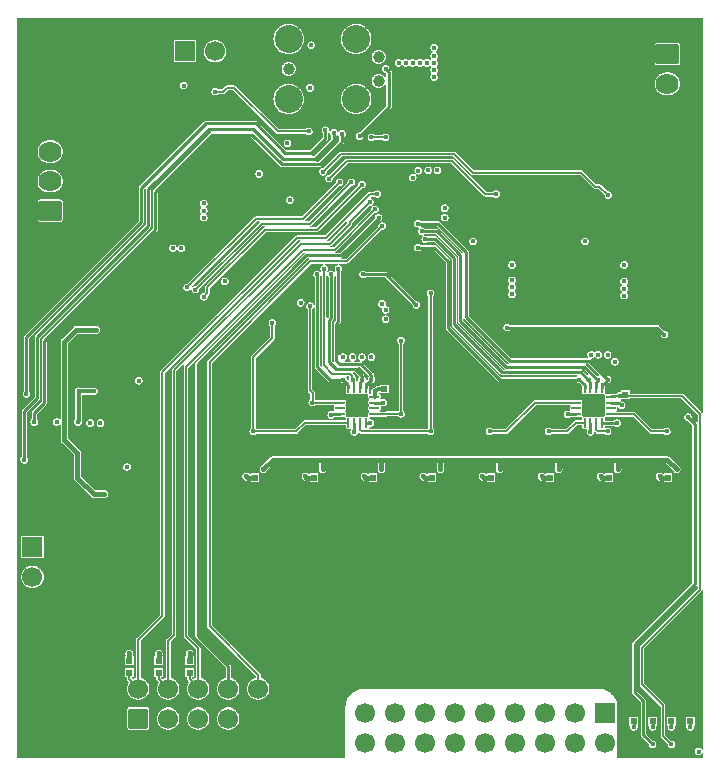
<source format=gbl>
%FSLAX23Y23*%
%MOIN*%
%SFA1B1*%

%IPPOS*%
%AMD96*
4,1,8,0.038400,0.000000,0.038400,0.000000,0.004900,0.033500,-0.004900,0.033500,-0.038400,0.000000,-0.038400,0.000000,-0.004900,-0.033500,0.004900,-0.033500,0.038400,0.000000,0.0*
1,1,0.066940,0.004900,0.000000*
1,1,0.066940,0.004900,0.000000*
1,1,0.066940,-0.004900,0.000000*
1,1,0.066940,-0.004900,0.000000*
%
%AMD97*
4,1,8,0.038400,-0.028400,0.038400,0.028400,0.033400,0.033500,-0.033400,0.033500,-0.038400,0.028400,-0.038400,-0.028400,-0.033400,-0.033500,0.033400,-0.033500,0.038400,-0.028400,0.0*
1,1,0.010040,0.033400,-0.028400*
1,1,0.010040,0.033400,0.028400*
1,1,0.010040,-0.033400,0.028400*
1,1,0.010040,-0.033400,-0.028400*
%
%AMD99*
4,1,8,-0.033500,0.028400,-0.033500,-0.028400,-0.028400,-0.033500,0.028400,-0.033500,0.033500,-0.028400,0.033500,0.028400,0.028400,0.033500,-0.028400,0.033500,-0.033500,0.028400,0.0*
1,1,0.010040,-0.028400,0.028400*
1,1,0.010040,-0.028400,-0.028400*
1,1,0.010040,0.028400,-0.028400*
1,1,0.010040,0.028400,0.028400*
%
%AMD102*
4,1,8,0.000000,0.033500,0.000000,0.033500,-0.033500,0.000000,-0.033500,0.000000,0.000000,-0.033500,0.000000,-0.033500,0.033500,0.000000,0.033500,0.000000,0.000000,0.033500,0.0*
1,1,0.066940,0.000000,0.000000*
1,1,0.066940,0.000000,0.000000*
1,1,0.066940,0.000000,0.000000*
1,1,0.066940,0.000000,0.000000*
%
%AMD105*
4,1,8,-0.033500,0.000000,-0.033500,0.000000,0.000000,-0.033500,0.000000,-0.033500,0.033500,0.000000,0.033500,0.000000,0.000000,0.033500,0.000000,0.033500,-0.033500,0.000000,0.0*
1,1,0.066940,0.000000,0.000000*
1,1,0.066940,0.000000,0.000000*
1,1,0.066940,0.000000,0.000000*
1,1,0.066940,0.000000,0.000000*
%
%AMD109*
4,1,8,-0.015000,-0.004900,0.015000,-0.004900,0.016200,-0.003700,0.016200,0.003700,0.015000,0.004900,-0.015000,0.004900,-0.016200,0.003700,-0.016200,-0.003700,-0.015000,-0.004900,0.0*
1,1,0.002460,-0.015000,-0.003700*
1,1,0.002460,0.015000,-0.003700*
1,1,0.002460,0.015000,0.003700*
1,1,0.002460,-0.015000,0.003700*
%
%AMD110*
4,1,8,-0.003700,-0.016200,0.003700,-0.016200,0.004900,-0.015000,0.004900,0.015000,0.003700,0.016200,-0.003700,0.016200,-0.004900,0.015000,-0.004900,-0.015000,-0.003700,-0.016200,0.0*
1,1,0.002460,-0.003700,-0.015000*
1,1,0.002460,0.003700,-0.015000*
1,1,0.002460,0.003700,0.015000*
1,1,0.002460,-0.003700,0.015000*
%
%ADD18R,0.019680X0.020470*%
%ADD20R,0.022000X0.020000*%
%ADD23R,0.020470X0.019680*%
%ADD87C,0.008660*%
%ADD88C,0.011810*%
%ADD89C,0.007870*%
%ADD90C,0.009840*%
%ADD91C,0.017720*%
%ADD93C,0.015750*%
%ADD94C,0.013780*%
G04~CAMADD=96~8~0.0~0.0~669.3~767.7~334.7~0.0~15~0.0~0.0~0.0~0.0~0~0.0~0.0~0.0~0.0~0~0.0~0.0~0.0~270.0~768.0~670.0*
%ADD96D96*%
G04~CAMADD=97~8~0.0~0.0~669.3~767.7~50.2~0.0~15~0.0~0.0~0.0~0.0~0~0.0~0.0~0.0~0.0~0~0.0~0.0~0.0~270.0~768.0~670.0*
%ADD97D97*%
%ADD98C,0.177170*%
G04~CAMADD=99~8~0.0~0.0~669.3~669.3~50.2~0.0~15~0.0~0.0~0.0~0.0~0~0.0~0.0~0.0~0.0~0~0.0~0.0~0.0~90.0~670.0~670.0*
%ADD99D99*%
%ADD100C,0.066930*%
%ADD101R,0.066930X0.066930*%
G04~CAMADD=102~8~0.0~0.0~669.3~669.3~334.7~0.0~15~0.0~0.0~0.0~0.0~0~0.0~0.0~0.0~0.0~0~0.0~0.0~0.0~0.0~669.3~669.3*
%ADD102D102*%
%ADD103C,0.039000*%
%ADD104C,0.093500*%
G04~CAMADD=105~8~0.0~0.0~669.3~669.3~334.7~0.0~15~0.0~0.0~0.0~0.0~0~0.0~0.0~0.0~0.0~0~0.0~0.0~0.0~90.0~670.0~669.0*
%ADD105D105*%
%ADD106R,0.066930X0.066930*%
%ADD107C,0.021650*%
%ADD108C,0.017720*%
G04~CAMADD=109~8~0.0~0.0~324.8~98.4~12.3~0.0~15~0.0~0.0~0.0~0.0~0~0.0~0.0~0.0~0.0~0~0.0~0.0~0.0~180.0~324.0~98.0*
%ADD109D109*%
G04~CAMADD=110~8~0.0~0.0~98.4~324.8~12.3~0.0~15~0.0~0.0~0.0~0.0~0~0.0~0.0~0.0~0.0~0~0.0~0.0~0.0~180.0~98.0~324.0*
%ADD110D110*%
%LNbenchy-voltmeter-pcb-1*%
%LPD*%
G36*
X2400Y2695D02*
X2400Y2694D01*
X2398Y2693*
X2395Y2693*
X2317Y2771*
X2316Y2772*
X2315Y2773*
X2314Y2773*
X2313Y2773*
X2312Y2774*
X2271*
X2271Y2774*
X2270Y2775*
X2268Y2776*
X2267Y2777*
X2265Y2777*
X2264Y2778*
X2263Y2778*
X2262Y2779*
X2260Y2782*
X2261Y2782*
X2261Y2783*
X2312*
X2400Y2695*
G37*
G36*
X3200Y2159D02*
X3196Y2159D01*
X3196Y2160*
X3195Y2161*
X3194Y2163*
X3135Y2222*
X3134Y2223*
X3132Y2223*
X3131Y2224*
X3129Y2224*
X2955*
Y2235*
X2926*
Y2232*
X2926Y2232*
X2925Y2230*
X2922Y2229*
X2922Y2229*
X2920*
X2918Y2229*
X2917Y2228*
X2915Y2228*
X2914Y2227*
X2912Y2226*
X2911Y2224*
X2910Y2223*
X2910Y2223*
X2893*
X2893Y2223*
X2877*
X2876Y2223*
X2875Y2223*
X2874Y2224*
X2872Y2226*
X2872Y2226*
X2873Y2227*
Y2251*
X2880Y2258*
X2881Y2258*
X2882*
X2884Y2259*
X2886Y2259*
X2887Y2260*
X2889Y2260*
X2890Y2262*
X2891Y2263*
X2892Y2264*
X2893Y2265*
X2894Y2267*
X2894Y2269*
X2894Y2270*
Y2272*
X2894Y2274*
X2894Y2275*
X2893Y2277*
X2892Y2278*
X2891Y2280*
X2890Y2281*
X2889Y2282*
X2887Y2283*
X2886Y2283*
X2884Y2284*
X2882Y2284*
X2881*
X2880Y2284*
X2827Y2337*
X2827Y2338*
X2829Y2341*
X2829Y2341*
X2830Y2342*
X2832Y2342*
X2833Y2343*
X2835Y2344*
X2836Y2345*
X2836Y2345*
X2840*
X2841Y2345*
X2841Y2344*
X2843Y2343*
X2844Y2342*
X2846Y2342*
X2847Y2341*
X2849Y2341*
X2851*
X2852Y2341*
X2854Y2342*
X2856Y2342*
X2857Y2343*
X2858Y2344*
X2860Y2345*
X2861Y2347*
X2861Y2348*
X2862Y2350*
X2862Y2351*
X2863Y2353*
Y2355*
X2862Y2356*
X2862Y2358*
X2861Y2360*
X2861Y2361*
X2860Y2362*
X2858Y2363*
X2857Y2364*
X2856Y2365*
X2854Y2366*
X2852Y2366*
X2851Y2367*
X2849*
X2847Y2366*
X2846Y2366*
X2844Y2365*
X2843Y2364*
X2841Y2363*
X2841Y2363*
X2840Y2362*
X2836*
X2836Y2363*
X2835Y2363*
X2833Y2364*
X2832Y2365*
X2830Y2366*
X2829Y2366*
X2827Y2367*
X2825*
X2824Y2366*
X2822Y2366*
X2821Y2365*
X2819Y2364*
X2818Y2363*
X2817Y2362*
X2816Y2361*
X2815Y2360*
X2814Y2358*
X2814Y2356*
X2813Y2355*
Y2353*
X2814Y2351*
X2814Y2350*
X2815Y2348*
X2816Y2347*
X2816Y2346*
X2815Y2343*
X2814Y2342*
X2558*
X2418Y2482*
Y2696*
X2418Y2698*
X2418Y2699*
X2417Y2700*
X2417Y2701*
X2416Y2702*
X2321Y2797*
X2320Y2798*
X2319Y2798*
X2318Y2799*
X2317Y2799*
X2315Y2799*
X2258*
X2258Y2799*
X2257Y2800*
X2256Y2802*
X2254Y2802*
X2253Y2803*
X2251Y2803*
X2249Y2804*
X2248*
X2246Y2803*
X2244Y2803*
X2243Y2802*
X2241Y2802*
X2240Y2800*
X2239Y2799*
X2238Y2798*
X2237Y2797*
X2236Y2795*
X2236Y2793*
X2236Y2792*
Y2790*
X2236Y2788*
X2236Y2787*
X2237Y2785*
X2238Y2784*
X2239Y2782*
X2240Y2781*
X2241Y2780*
X2243Y2779*
X2244Y2779*
X2246Y2778*
X2248Y2778*
X2249*
X2250Y2778*
X2252Y2776*
X2252Y2774*
X2252Y2774*
X2251Y2772*
X2250Y2771*
X2249Y2769*
X2249Y2768*
X2249Y2766*
Y2764*
X2249Y2763*
X2249Y2761*
X2250Y2760*
X2251Y2758*
X2252Y2757*
X2253Y2756*
X2254Y2755*
X2256Y2754*
X2257Y2753*
X2259Y2753*
X2260Y2752*
X2262*
X2264Y2753*
X2264Y2753*
X2266Y2749*
X2265Y2748*
X2263Y2747*
X2262Y2746*
X2262Y2744*
X2261Y2743*
X2261Y2741*
X2260Y2740*
Y2738*
X2261Y2736*
X2261Y2735*
X2262Y2733*
X2262Y2732*
X2263Y2730*
X2265Y2729*
X2266Y2728*
X2267Y2727*
X2269Y2727*
X2271Y2726*
X2272Y2726*
X2274*
X2276Y2726*
X2277Y2727*
X2279Y2727*
X2280Y2728*
X2282Y2729*
X2283Y2730*
X2284Y2731*
X2303*
X2361Y2673*
Y2455*
X2361Y2454*
X2362Y2453*
X2362Y2451*
X2363Y2450*
X2364Y2449*
X2524Y2289*
X2525Y2288*
X2526Y2287*
X2527Y2287*
X2529Y2287*
X2530Y2286*
X2780*
X2781Y2283*
X2780Y2282*
X2778Y2281*
X2777Y2280*
X2777Y2279*
X2525*
X2357Y2447*
Y2666*
X2357Y2667*
X2357Y2668*
X2356Y2670*
X2356Y2671*
X2355Y2672*
X2310Y2717*
X2309Y2718*
X2307Y2719*
X2306Y2719*
X2305Y2719*
X2304Y2719*
X2258*
X2258Y2720*
X2257Y2721*
X2256Y2722*
X2254Y2723*
X2253Y2723*
X2251Y2724*
X2249Y2724*
X2248*
X2246Y2724*
X2244Y2723*
X2243Y2723*
X2241Y2722*
X2240Y2721*
X2239Y2720*
X2238Y2718*
X2237Y2717*
X2236Y2715*
X2236Y2714*
X2236Y2712*
Y2710*
X2236Y2709*
X2236Y2707*
X2237Y2705*
X2238Y2704*
X2239Y2703*
X2240Y2701*
X2241Y2700*
X2243Y2700*
X2244Y2699*
X2246Y2699*
X2248Y2698*
X2249*
X2251Y2699*
X2253Y2699*
X2254Y2700*
X2256Y2700*
X2257Y2701*
X2258Y2703*
X2258Y2703*
X2300*
X2341Y2662*
Y2443*
X2341Y2442*
X2341Y2441*
X2342Y2440*
X2342Y2439*
X2343Y2438*
X2515Y2265*
X2516Y2264*
X2517Y2264*
X2519Y2263*
X2520Y2263*
X2521Y2263*
X2777*
X2777Y2263*
X2778Y2262*
X2780Y2260*
X2781Y2260*
X2783Y2259*
X2784Y2259*
X2786Y2258*
X2788*
X2788Y2258*
X2796Y2251*
Y2227*
X2796Y2226*
X2796Y2225*
X2797Y2224*
X2797Y2223*
X2798Y2223*
X2799Y2222*
X2800Y2222*
X2801Y2222*
X2808*
X2809Y2222*
X2810Y2222*
X2811Y2223*
X2812Y2223*
X2812Y2224*
X2812Y2224*
X2814Y2224*
X2816Y2224*
X2817Y2224*
X2817Y2223*
X2818Y2223*
X2819Y2222*
X2820Y2222*
X2821Y2222*
X2828*
X2829Y2222*
X2830Y2222*
X2831Y2223*
X2832Y2223*
X2832Y2224*
X2832Y2224*
X2834Y2224*
X2836Y2224*
X2836Y2224*
X2837Y2223*
X2837Y2223*
X2838Y2222*
X2839Y2222*
X2840Y2222*
X2848*
X2849Y2222*
X2850Y2222*
X2851Y2223*
X2851Y2223*
X2852Y2224*
X2852Y2224*
X2854Y2224*
X2856Y2224*
X2856Y2224*
X2856Y2223*
X2857Y2223*
X2858Y2222*
X2859Y2222*
X2860Y2222*
X2867*
X2868Y2222*
X2869Y2222*
X2870Y2221*
X2872Y2219*
X2872Y2219*
X2872Y2218*
Y2210*
X2872Y2209*
X2872Y2208*
X2872Y2207*
X2873Y2207*
X2873Y2206*
X2873Y2206*
X2874Y2204*
X2873Y2202*
X2873Y2202*
X2873Y2202*
X2872Y2201*
X2872Y2200*
X2872Y2199*
X2872Y2198*
Y2191*
X2872Y2190*
X2872Y2189*
X2872Y2188*
X2873Y2187*
X2873Y2187*
X2873Y2187*
X2874Y2185*
X2873Y2183*
X2873Y2182*
X2873Y2182*
X2872Y2181*
X2872Y2180*
X2872Y2179*
X2872Y2178*
Y2171*
X2872Y2170*
X2872Y2169*
X2872Y2168*
X2873Y2167*
X2873Y2167*
X2873Y2167*
X2874Y2165*
X2873Y2163*
X2873Y2163*
X2873Y2162*
X2872Y2162*
X2872Y2161*
X2872Y2160*
X2872Y2159*
Y2151*
X2872Y2150*
X2872Y2150*
X2870Y2148*
X2869Y2147*
X2868Y2147*
X2867Y2147*
X2860*
X2859Y2147*
X2858Y2147*
X2857Y2146*
X2856Y2146*
X2856Y2145*
X2856Y2145*
X2854Y2145*
X2852Y2145*
X2852Y2145*
X2851Y2146*
X2851Y2146*
X2850Y2147*
X2849Y2147*
X2848Y2147*
X2840*
X2839Y2147*
X2838Y2147*
X2837Y2146*
X2837Y2146*
X2836Y2145*
X2836Y2145*
X2834Y2145*
X2832Y2145*
X2832Y2145*
X2832Y2146*
X2831Y2146*
X2830Y2147*
X2829Y2147*
X2828Y2147*
X2821*
X2820Y2147*
X2819Y2147*
X2818Y2146*
X2817Y2146*
X2817Y2145*
X2816Y2145*
X2814Y2145*
X2812Y2145*
X2812Y2145*
X2812Y2146*
X2811Y2146*
X2810Y2147*
X2809Y2147*
X2808Y2147*
X2801*
X2800Y2147*
X2800Y2147*
X2798Y2148*
X2797Y2150*
X2797Y2150*
X2797Y2151*
Y2159*
X2797Y2160*
X2796Y2161*
X2796Y2162*
X2795Y2162*
X2795Y2163*
X2795Y2163*
X2795Y2165*
X2795Y2167*
X2795Y2167*
X2795Y2167*
X2796Y2168*
X2796Y2169*
X2797Y2170*
X2797Y2171*
Y2178*
X2797Y2179*
X2796Y2180*
X2796Y2181*
X2795Y2182*
X2795Y2182*
X2795Y2183*
X2795Y2185*
X2795Y2187*
X2795Y2187*
X2795Y2187*
X2796Y2188*
X2796Y2189*
X2797Y2190*
X2797Y2191*
Y2198*
X2797Y2199*
X2796Y2200*
X2796Y2201*
X2795Y2202*
X2794Y2202*
X2794Y2203*
X2793Y2203*
X2792Y2203*
X2762*
X2761Y2203*
X2760Y2203*
X2759Y2202*
X2759Y2202*
X2639*
X2638Y2202*
X2636Y2202*
X2635Y2201*
X2634Y2200*
X2540Y2106*
X2498*
X2497Y2106*
X2496Y2108*
X2495Y2109*
X2493Y2109*
X2492Y2110*
X2490Y2111*
X2489Y2111*
X2487*
X2485Y2111*
X2484Y2110*
X2482Y2109*
X2481Y2109*
X2479Y2108*
X2478Y2106*
X2477Y2105*
X2476Y2104*
X2476Y2102*
X2475Y2100*
X2475Y2099*
Y2097*
X2475Y2095*
X2476Y2094*
X2476Y2092*
X2477Y2091*
X2478Y2089*
X2479Y2088*
X2481Y2087*
X2482Y2086*
X2484Y2086*
X2485Y2085*
X2487Y2085*
X2489*
X2490Y2085*
X2492Y2086*
X2493Y2086*
X2495Y2087*
X2496Y2088*
X2497Y2089*
X2498Y2090*
X2543*
X2544Y2090*
X2546Y2091*
X2547Y2091*
X2548Y2092*
X2643Y2186*
X2756*
X2758Y2183*
X2758Y2183*
X2758Y2182*
X2758Y2182*
X2757Y2181*
X2757Y2180*
X2756Y2179*
X2756Y2178*
Y2171*
X2756Y2170*
X2757Y2169*
X2757Y2169*
X2756Y2168*
X2754Y2166*
X2754Y2166*
X2753Y2167*
X2752Y2167*
X2750Y2168*
X2748Y2168*
X2747*
X2745Y2168*
X2743Y2167*
X2742Y2167*
X2740Y2166*
X2739Y2165*
X2738Y2163*
X2737Y2162*
X2736Y2161*
X2735Y2159*
X2735Y2158*
X2735Y2156*
Y2154*
X2735Y2153*
X2735Y2151*
X2736Y2149*
X2737Y2148*
X2738Y2147*
X2739Y2145*
X2740Y2144*
X2742Y2144*
X2743Y2143*
X2745Y2142*
X2747Y2142*
X2748*
X2750Y2142*
X2752Y2143*
X2753Y2144*
X2755Y2144*
X2756Y2145*
X2757Y2146*
X2777*
X2777*
X2792*
X2793Y2146*
X2793Y2146*
X2795Y2145*
X2796Y2143*
X2796Y2143*
X2796Y2142*
Y2135*
X2775*
X2773Y2135*
X2772Y2134*
X2770Y2134*
X2769Y2133*
X2742Y2106*
X2695*
X2694Y2106*
X2693Y2108*
X2692Y2109*
X2690Y2109*
X2689Y2110*
X2687Y2111*
X2685Y2111*
X2684*
X2682Y2111*
X2680Y2110*
X2679Y2109*
X2677Y2109*
X2676Y2108*
X2675Y2106*
X2674Y2105*
X2673Y2104*
X2672Y2102*
X2672Y2100*
X2672Y2099*
Y2097*
X2672Y2095*
X2672Y2094*
X2673Y2092*
X2674Y2091*
X2675Y2089*
X2676Y2088*
X2677Y2087*
X2679Y2086*
X2680Y2086*
X2682Y2085*
X2684Y2085*
X2685*
X2687Y2085*
X2689Y2086*
X2690Y2086*
X2692Y2087*
X2693Y2088*
X2694Y2089*
X2695Y2090*
X2746*
X2747Y2090*
X2749Y2091*
X2750Y2091*
X2751Y2092*
X2778Y2119*
X2796*
Y2112*
X2796Y2111*
X2796Y2110*
X2797Y2109*
X2797Y2108*
X2798Y2108*
X2799Y2107*
X2800Y2107*
X2801Y2107*
X2808*
X2809Y2107*
X2810Y2107*
X2812Y2105*
X2813Y2104*
X2813Y2104*
X2813Y2103*
X2812Y2101*
X2812Y2099*
X2812Y2098*
Y2096*
X2812Y2094*
X2812Y2093*
X2813Y2091*
X2814Y2090*
X2815Y2088*
X2816Y2087*
X2817Y2086*
X2819Y2085*
X2820Y2085*
X2822Y2084*
X2823Y2084*
X2825*
X2827Y2084*
X2828Y2085*
X2830Y2085*
X2831Y2086*
X2833Y2087*
X2834Y2088*
X2835Y2090*
X2836Y2091*
X2836Y2093*
X2837Y2094*
X2837Y2095*
X2841Y2096*
X2844Y2092*
X2846Y2091*
X2847Y2091*
X2848Y2090*
X2850Y2090*
X2871*
X2872Y2089*
X2873Y2088*
X2874Y2087*
X2876Y2086*
X2877Y2086*
X2879Y2085*
X2881Y2085*
X2882*
X2884Y2085*
X2886Y2086*
X2887Y2086*
X2889Y2087*
X2890Y2088*
X2891Y2089*
X2892Y2091*
X2893Y2092*
X2894Y2094*
X2894Y2095*
X2894Y2097*
Y2099*
X2894Y2100*
X2894Y2102*
X2893Y2104*
X2892Y2105*
X2891Y2106*
X2890Y2108*
X2889Y2109*
X2887Y2109*
X2886Y2110*
X2884Y2111*
X2882Y2111*
X2881*
X2879Y2111*
X2877Y2110*
X2876Y2110*
X2875Y2110*
X2873Y2111*
X2873Y2112*
Y2117*
X2904*
X2904Y2116*
X2906Y2115*
X2907Y2114*
X2909Y2113*
X2910Y2113*
X2912Y2113*
X2914*
X2915Y2113*
X2917Y2113*
X2919Y2114*
X2920Y2115*
X2921Y2116*
X2923Y2117*
X2924Y2118*
X2924Y2120*
X2925Y2121*
X2925Y2123*
X2926Y2125*
Y2126*
X2925Y2128*
X2925Y2130*
X2924Y2131*
X2924Y2133*
X2923Y2134*
X2921Y2135*
X2920Y2136*
X2919Y2137*
X2917Y2138*
X2915Y2138*
X2914Y2138*
X2912*
X2910Y2138*
X2909Y2138*
X2907Y2137*
X2906Y2136*
X2904Y2135*
X2904Y2134*
X2873*
Y2142*
X2872Y2143*
X2872Y2143*
X2874Y2145*
X2875Y2146*
X2876Y2146*
X2877Y2146*
X2907*
X2908Y2146*
X2909Y2147*
X2910Y2147*
X2910Y2147*
X2967*
X3021Y2092*
X3023Y2091*
X3024Y2091*
X3026Y2090*
X3027Y2090*
X3068*
X3069Y2089*
X3070Y2088*
X3071Y2087*
X3073Y2086*
X3074Y2086*
X3076Y2085*
X3077Y2085*
X3079*
X3081Y2085*
X3082Y2086*
X3084Y2086*
X3085Y2087*
X3087Y2088*
X3088Y2089*
X3089Y2091*
X3090Y2092*
X3090Y2094*
X3091Y2095*
X3091Y2097*
Y2099*
X3091Y2100*
X3090Y2102*
X3090Y2104*
X3089Y2105*
X3088Y2106*
X3087Y2108*
X3085Y2109*
X3084Y2109*
X3082Y2110*
X3081Y2111*
X3079Y2111*
X3077*
X3076Y2111*
X3074Y2110*
X3073Y2109*
X3071Y2109*
X3070Y2108*
X3069Y2106*
X3068Y2106*
X3030*
X2976Y2161*
X2974Y2162*
X2973Y2162*
X2972Y2163*
X2970Y2163*
X2912*
X2910Y2166*
X2910Y2167*
X2910Y2167*
X2910Y2167*
X2911Y2168*
X2912Y2169*
X2912Y2170*
X2912Y2171*
Y2178*
X2912Y2179*
X2916Y2180*
X2916Y2179*
X2917Y2177*
X2918Y2176*
X2919Y2175*
X2921Y2174*
X2922Y2173*
X2924Y2172*
X2925Y2172*
X2927Y2172*
X2928*
X2930Y2172*
X2932Y2172*
X2933Y2173*
X2935Y2174*
X2936Y2175*
X2937Y2176*
X2938Y2177*
X2939Y2179*
X2940Y2180*
X2940Y2182*
X2940Y2184*
Y2185*
X2940Y2187*
X2940Y2189*
X2939Y2190*
X2938Y2192*
X2937Y2193*
X2936Y2194*
X2935Y2195*
X2933Y2196*
X2932Y2197*
X2930Y2197*
X2928Y2197*
X2927*
X2925Y2200*
X2925Y2202*
X2925Y2202*
X2926Y2204*
X2926Y2205*
X2928Y2205*
X2929Y2206*
X2930Y2207*
X2955*
Y2208*
X3126*
X3181Y2154*
Y2131*
X3178Y2130*
X3177Y2129*
X3162Y2144*
X3162Y2144*
Y2146*
X3162Y2148*
X3161Y2149*
X3161Y2151*
X3160Y2152*
X3159Y2154*
X3158Y2155*
X3156Y2156*
X3155Y2157*
X3153Y2157*
X3152Y2158*
X3150Y2158*
X3148*
X3147Y2158*
X3145Y2157*
X3143Y2157*
X3142Y2156*
X3141Y2155*
X3139Y2154*
X3138Y2152*
X3138Y2151*
X3137Y2149*
X3137Y2148*
X3136Y2146*
Y2144*
X3137Y2143*
X3137Y2141*
X3138Y2140*
X3138Y2138*
X3139Y2137*
X3141Y2136*
X3142Y2135*
X3143Y2134*
X3145Y2133*
X3147Y2133*
X3148Y2132*
X3150*
X3150Y2132*
X3163Y2120*
Y1592*
X2966Y1395*
X2965Y1394*
X2965Y1393*
X2964Y1392*
X2964Y1391*
X2964Y1389*
Y1228*
X2964Y1227*
X2964Y1225*
X2965Y1224*
X2965Y1223*
X2966Y1222*
X2991Y1197*
Y1086*
X2991Y1085*
X2992Y1084*
X2992Y1082*
X2993Y1081*
X2994Y1080*
X3018Y1056*
X3018Y1055*
Y1054*
X3018Y1052*
X3019Y1051*
X3020Y1049*
X3020Y1047*
X3021Y1046*
X3023Y1045*
X3024Y1044*
X3025Y1043*
X3027Y1042*
X3028Y1042*
X3030Y1042*
X3032*
X3034Y1042*
X3035Y1042*
X3037Y1043*
X3038Y1044*
X3039Y1045*
X3041Y1046*
X3042Y1047*
X3043Y1049*
X3043Y1051*
X3044Y1052*
X3044Y1054*
Y1055*
X3044Y1057*
X3043Y1059*
X3043Y1060*
X3042Y1062*
X3041Y1063*
X3039Y1064*
X3038Y1065*
X3037Y1066*
X3035Y1067*
X3034Y1067*
X3032Y1067*
X3030*
X3030Y1067*
X3008Y1090*
Y1200*
X3008Y1202*
X3007Y1203*
X3007Y1204*
X3006Y1205*
X3005Y1206*
X2980Y1231*
Y1386*
X3177Y1582*
X3178Y1582*
X3181Y1581*
Y1574*
X2990Y1383*
X2989Y1382*
X2988Y1380*
X2988Y1379*
X2988Y1377*
Y1255*
X2988Y1254*
X2988Y1252*
X2989Y1251*
X2990Y1250*
X3059Y1181*
Y1082*
X3059Y1081*
X3059Y1079*
X3060Y1078*
X3061Y1077*
X3081Y1056*
X3081Y1055*
Y1054*
X3081Y1052*
X3082Y1051*
X3082Y1049*
X3083Y1047*
X3084Y1046*
X3086Y1045*
X3087Y1044*
X3088Y1043*
X3090Y1042*
X3091Y1042*
X3093Y1042*
X3095*
X3096Y1042*
X3098Y1042*
X3100Y1043*
X3101Y1044*
X3102Y1045*
X3104Y1046*
X3105Y1047*
X3105Y1049*
X3106Y1051*
X3107Y1052*
X3107Y1054*
Y1055*
X3107Y1057*
X3106Y1059*
X3105Y1060*
X3105Y1062*
X3104Y1063*
X3102Y1064*
X3101Y1065*
X3100Y1066*
X3098Y1067*
X3096Y1067*
X3095Y1067*
X3093*
X3092Y1067*
X3074Y1085*
Y1185*
X3074Y1186*
X3074Y1188*
X3073Y1189*
X3072Y1190*
X3003Y1259*
Y1374*
X3194Y1565*
X3195Y1566*
X3196Y1567*
X3196Y1569*
X3200Y1568*
Y1037*
X3196Y1036*
X3196Y1037*
X3195Y1038*
X3194Y1039*
X3193Y1041*
X3192Y1042*
X3190Y1043*
X3189Y1043*
X3187Y1044*
X3185Y1044*
X3184*
X3182Y1044*
X3180Y1043*
X3179Y1043*
X3177Y1042*
X3176Y1041*
X3175Y1039*
X3174Y1038*
X3173Y1037*
X3172Y1035*
X3172Y1034*
X3172Y1032*
Y1030*
X3172Y1029*
X3172Y1027*
X3173Y1025*
X3174Y1024*
X3175Y1023*
X3176Y1021*
X3177Y1020*
X3179Y1020*
X3180Y1019*
X3182Y1018*
X3184Y1018*
X3185*
X3187Y1018*
X3189Y1019*
X3190Y1020*
X3192Y1020*
X3193Y1021*
X3194Y1023*
X3195Y1024*
X3196Y1025*
X3196Y1026*
X3200Y1025*
Y1008*
X2913*
Y1181*
X2913Y1183*
X2913Y1186*
X2912Y1190*
X2911Y1194*
X2911Y1196*
Y1198*
X2910*
X2909Y1201*
X2908Y1205*
X2906Y1208*
X2904Y1212*
X2902Y1215*
X2899Y1218*
X2897Y1221*
X2894Y1224*
X2891Y1226*
X2888Y1229*
X2885Y1231*
X2882Y1233*
X2878Y1234*
X2875Y1236*
X2871Y1237*
X2867Y1238*
X2863Y1239*
X2860Y1239*
X2856Y1240*
X2854Y1240*
X2066*
X2065Y1240*
X2061Y1239*
X2057Y1239*
X2053Y1238*
X2049Y1237*
X2046Y1236*
X2042Y1234*
X2039Y1233*
X2035Y1231*
X2032Y1229*
X2029Y1226*
X2026Y1224*
X2023Y1221*
X2021Y1218*
X2018Y1215*
X2016Y1212*
X2014Y1208*
X2013Y1205*
X2011Y1201*
X2010Y1198*
X2009Y1194*
X2008Y1190*
X2008Y1186*
X2007Y1183*
X2007Y1181*
Y1008*
X913*
Y3476*
X3200*
Y2159*
G37*
G36*
X2403Y2475D02*
X2403Y2474D01*
X2404Y2473*
X2549Y2328*
X2550Y2327*
X2551Y2327*
X2551Y2327*
X2550Y2323*
X2545*
X2399Y2469*
Y2474*
X2402Y2475*
X2403Y2475*
G37*
G36*
X2382Y2683D02*
Y2466D01*
X2382Y2465*
X2382Y2463*
X2383Y2462*
X2384Y2461*
X2384Y2460*
X2536Y2309*
X2537Y2308*
X2538Y2307*
X2538Y2307*
X2537Y2303*
X2533*
X2378Y2459*
Y2677*
X2378Y2678*
X2377Y2679*
X2377Y2680*
X2376Y2682*
X2375Y2683*
X2312Y2746*
X2311Y2746*
X2310Y2747*
X2309Y2748*
X2308Y2748*
X2307Y2748*
X2282*
X2282Y2748*
X2280Y2749*
X2279Y2750*
X2277Y2751*
X2276Y2751*
X2274Y2751*
X2272*
X2272Y2751*
X2270Y2754*
X2270Y2755*
X2271Y2757*
X2308*
X2382Y2683*
G37*
G36*
X2817Y2290D02*
X2816Y2285D01*
X2814Y2285*
X2814Y2285*
X2798Y2301*
X2797Y2301*
X2796Y2302*
X2796Y2302*
X2797Y2306*
X2801*
X2817Y2290*
G37*
G36*
X2853Y2288D02*
X2853Y2286D01*
X2851Y2284*
X2851Y2284*
X2849*
X2847Y2284*
X2847Y2284*
X2810Y2320*
X2809Y2321*
X2808Y2322*
X2808Y2322*
X2809Y2326*
X2815*
X2853Y2288*
G37*
%LNbenchy-voltmeter-pcb-2*%
%LPC*%
G36*
X1894Y3398D02*
X1892D01*
X1891Y3398*
X1889Y3397*
X1888Y3397*
X1886Y3396*
X1885Y3395*
X1884Y3394*
X1883Y3392*
X1882Y3391*
X1881Y3389*
X1881Y3388*
X1880Y3386*
Y3384*
X1881Y3383*
X1881Y3381*
X1882Y3380*
X1883Y3378*
X1884Y3377*
X1885Y3376*
X1886Y3375*
X1888Y3374*
X1889Y3373*
X1891Y3373*
X1892Y3373*
X1894*
X1896Y3373*
X1897Y3373*
X1899Y3374*
X1900Y3375*
X1902Y3376*
X1903Y3377*
X1904Y3378*
X1905Y3380*
X1905Y3381*
X1906Y3383*
X1906Y3384*
Y3386*
X1906Y3388*
X1905Y3389*
X1905Y3391*
X1904Y3392*
X1903Y3394*
X1902Y3395*
X1900Y3396*
X1899Y3397*
X1897Y3397*
X1896Y3398*
X1894Y3398*
G37*
G36*
X2045Y3457D02*
X2041D01*
X2037Y3457*
X2033Y3456*
X2029Y3455*
X2025Y3454*
X2022Y3453*
X2018Y3451*
X2015Y3449*
X2012Y3446*
X2009Y3444*
X2006Y3441*
X2003Y3438*
X2001Y3435*
X1999Y3431*
X1997Y3428*
X1995Y3424*
X1994Y3420*
X1993Y3416*
X1993Y3413*
X1992Y3409*
Y3405*
X1993Y3401*
X1993Y3397*
X1994Y3393*
X1995Y3389*
X1997Y3385*
X1999Y3382*
X2001Y3378*
X2003Y3375*
X2006Y3372*
X2009Y3369*
X2012Y3367*
X2015Y3364*
X2018Y3362*
X2022Y3361*
X2025Y3359*
X2029Y3358*
X2033Y3357*
X2037Y3356*
X2041Y3356*
X2045*
X2049Y3356*
X2053Y3357*
X2057Y3358*
X2061Y3359*
X2064Y3361*
X2068Y3362*
X2071Y3364*
X2074Y3367*
X2077Y3369*
X2080Y3372*
X2083Y3375*
X2085Y3378*
X2087Y3382*
X2089Y3385*
X2091Y3389*
X2092Y3393*
X2093Y3397*
X2093Y3401*
X2094Y3405*
Y3409*
X2093Y3413*
X2093Y3416*
X2092Y3420*
X2091Y3424*
X2089Y3428*
X2087Y3431*
X2085Y3435*
X2083Y3438*
X2080Y3441*
X2077Y3444*
X2074Y3446*
X2071Y3449*
X2068Y3451*
X2064Y3453*
X2061Y3454*
X2057Y3455*
X2053Y3456*
X2049Y3457*
X2045Y3457*
G37*
G36*
X1820D02*
X1816D01*
X1812Y3457*
X1808Y3456*
X1804Y3455*
X1800Y3454*
X1797Y3453*
X1793Y3451*
X1790Y3449*
X1787Y3446*
X1784Y3444*
X1781Y3441*
X1778Y3438*
X1776Y3435*
X1774Y3431*
X1772Y3428*
X1770Y3424*
X1769Y3420*
X1768Y3416*
X1768Y3413*
X1767Y3409*
Y3405*
X1768Y3401*
X1768Y3397*
X1769Y3393*
X1770Y3389*
X1772Y3385*
X1774Y3382*
X1776Y3378*
X1778Y3375*
X1781Y3372*
X1784Y3369*
X1787Y3367*
X1790Y3364*
X1793Y3362*
X1797Y3361*
X1800Y3359*
X1804Y3358*
X1808Y3357*
X1812Y3356*
X1816Y3356*
X1820*
X1824Y3356*
X1828Y3357*
X1832Y3358*
X1836Y3359*
X1839Y3361*
X1843Y3362*
X1846Y3364*
X1849Y3367*
X1852Y3369*
X1855Y3372*
X1858Y3375*
X1860Y3378*
X1862Y3382*
X1864Y3385*
X1866Y3389*
X1867Y3393*
X1868Y3397*
X1868Y3401*
X1869Y3405*
Y3409*
X1868Y3413*
X1868Y3416*
X1867Y3420*
X1866Y3424*
X1864Y3428*
X1862Y3431*
X1860Y3435*
X1858Y3438*
X1855Y3441*
X1852Y3444*
X1849Y3446*
X1846Y3449*
X1843Y3451*
X1839Y3453*
X1836Y3454*
X1832Y3455*
X1828Y3456*
X1824Y3457*
X1820Y3457*
G37*
G36*
X2303Y3390D02*
X2302D01*
X2300Y3390*
X2299Y3390*
X2297Y3389*
X2296Y3388*
X2294Y3387*
X2293Y3386*
X2292Y3385*
X2291Y3383*
X2291Y3382*
X2290Y3380*
X2290Y3378*
Y3377*
X2290Y3375*
X2291Y3373*
X2291Y3372*
X2292Y3370*
X2293Y3369*
X2294Y3368*
X2296Y3367*
X2297Y3366*
X2297Y3366*
X2298Y3365*
Y3362*
X2297Y3362*
X2297Y3361*
X2296Y3361*
X2294Y3360*
X2293Y3358*
X2292Y3357*
X2291Y3356*
X2291Y3354*
X2290Y3352*
X2290Y3351*
Y3349*
X2290Y3347*
X2291Y3346*
X2291Y3344*
X2292Y3343*
X2293Y3341*
X2294Y3341*
X2294Y3340*
Y3336*
X2294Y3336*
X2293Y3335*
X2293Y3335*
X2289*
X2288Y3335*
X2287Y3336*
X2286Y3337*
X2285Y3338*
X2283Y3338*
X2282Y3339*
X2280Y3339*
X2278*
X2277Y3339*
X2275Y3338*
X2273Y3338*
X2272Y3337*
X2271Y3336*
X2270Y3335*
X2269Y3335*
X2265*
X2265Y3335*
X2264Y3336*
X2263Y3337*
X2261Y3338*
X2260Y3338*
X2258Y3339*
X2256Y3339*
X2255*
X2253Y3339*
X2251Y3338*
X2250Y3338*
X2248Y3337*
X2247Y3336*
X2246Y3335*
X2245Y3335*
X2242*
X2241Y3335*
X2240Y3336*
X2239Y3337*
X2237Y3338*
X2236Y3338*
X2234Y3339*
X2233Y3339*
X2231*
X2229Y3339*
X2228Y3338*
X2226Y3338*
X2225Y3337*
X2223Y3336*
X2222Y3335*
X2222Y3335*
X2218*
X2218Y3335*
X2217Y3336*
X2215Y3337*
X2214Y3338*
X2212Y3338*
X2211Y3339*
X2209Y3339*
X2207*
X2206Y3339*
X2204Y3338*
X2202Y3338*
X2201Y3337*
X2200Y3336*
X2199Y3335*
X2198Y3335*
X2195*
X2194Y3335*
X2193Y3336*
X2192Y3337*
X2190Y3338*
X2189Y3338*
X2187Y3339*
X2185Y3339*
X2184*
X2182Y3339*
X2180Y3338*
X2179Y3338*
X2177Y3337*
X2176Y3336*
X2175Y3335*
X2174Y3333*
X2173Y3332*
X2172Y3330*
X2172Y3329*
X2172Y3327*
Y3325*
X2172Y3324*
X2172Y3322*
X2173Y3321*
X2174Y3319*
X2175Y3318*
X2176Y3317*
X2177Y3316*
X2179Y3315*
X2180Y3314*
X2182Y3314*
X2184Y3313*
X2185*
X2187Y3314*
X2189Y3314*
X2190Y3315*
X2192Y3316*
X2193Y3317*
X2194Y3318*
X2195Y3318*
X2198*
X2199Y3318*
X2200Y3317*
X2201Y3316*
X2202Y3315*
X2204Y3314*
X2206Y3314*
X2207Y3313*
X2209*
X2211Y3314*
X2212Y3314*
X2214Y3315*
X2215Y3316*
X2217Y3317*
X2218Y3318*
X2218Y3318*
X2222*
X2222Y3318*
X2223Y3317*
X2225Y3316*
X2226Y3315*
X2228Y3314*
X2229Y3314*
X2231Y3313*
X2233*
X2234Y3314*
X2236Y3314*
X2237Y3315*
X2239Y3316*
X2240Y3317*
X2241Y3318*
X2242Y3318*
X2245*
X2246Y3318*
X2247Y3317*
X2248Y3316*
X2250Y3315*
X2251Y3314*
X2253Y3314*
X2255Y3313*
X2256*
X2258Y3314*
X2260Y3314*
X2261Y3315*
X2263Y3316*
X2264Y3317*
X2265Y3318*
X2265Y3318*
X2269*
X2270Y3318*
X2271Y3317*
X2272Y3316*
X2273Y3315*
X2275Y3314*
X2277Y3314*
X2278Y3313*
X2280*
X2282Y3314*
X2283Y3314*
X2285Y3315*
X2286Y3316*
X2287Y3317*
X2288Y3318*
X2289Y3318*
X2291*
X2293Y3316*
X2293Y3311*
X2292Y3310*
X2291Y3308*
X2291Y3307*
X2290Y3305*
X2290Y3303*
Y3302*
X2290Y3300*
X2291Y3299*
X2291Y3297*
X2292Y3296*
X2293Y3294*
X2294Y3293*
X2294Y3293*
Y3289*
X2294Y3288*
X2293Y3287*
X2292Y3286*
X2291Y3285*
X2291Y3283*
X2290Y3282*
X2290Y3280*
Y3278*
X2290Y3277*
X2291Y3275*
X2291Y3273*
X2292Y3272*
X2293Y3271*
X2294Y3269*
X2296Y3268*
X2297Y3268*
X2299Y3267*
X2300Y3266*
X2302Y3266*
X2303*
X2305Y3266*
X2307Y3267*
X2308Y3268*
X2310Y3268*
X2311Y3269*
X2312Y3271*
X2313Y3272*
X2314Y3273*
X2315Y3275*
X2315Y3277*
X2315Y3278*
Y3280*
X2315Y3282*
X2315Y3283*
X2314Y3285*
X2313Y3286*
X2312Y3287*
X2311Y3288*
X2311Y3289*
Y3293*
X2311Y3293*
X2312Y3294*
X2313Y3296*
X2314Y3297*
X2315Y3299*
X2315Y3300*
X2315Y3302*
Y3303*
X2315Y3305*
X2315Y3307*
X2314Y3308*
X2313Y3310*
X2312Y3311*
X2311Y3312*
X2311Y3313*
Y3316*
X2311Y3317*
X2312Y3318*
X2313Y3319*
X2314Y3321*
X2315Y3322*
X2315Y3324*
X2315Y3325*
Y3327*
X2315Y3329*
X2315Y3330*
X2314Y3332*
X2313Y3333*
X2312Y3335*
X2311Y3336*
X2311Y3336*
Y3340*
X2311Y3341*
X2312Y3341*
X2313Y3343*
X2314Y3344*
X2315Y3346*
X2315Y3347*
X2315Y3349*
Y3351*
X2315Y3352*
X2315Y3354*
X2314Y3356*
X2313Y3357*
X2312Y3358*
X2311Y3360*
X2310Y3361*
X2308Y3361*
X2308Y3362*
X2308Y3362*
Y3365*
X2308Y3366*
X2308Y3366*
X2310Y3367*
X2311Y3368*
X2312Y3369*
X2313Y3370*
X2314Y3372*
X2315Y3373*
X2315Y3375*
X2315Y3377*
Y3378*
X2315Y3380*
X2315Y3382*
X2314Y3383*
X2313Y3385*
X2312Y3386*
X2311Y3387*
X2310Y3388*
X2308Y3389*
X2307Y3390*
X2305Y3390*
X2303Y3390*
G37*
G36*
X1574Y3403D02*
X1571D01*
X1568Y3403*
X1565Y3402*
X1561Y3401*
X1558Y3400*
X1555Y3399*
X1553Y3397*
X1550Y3395*
X1547Y3393*
X1545Y3391*
X1543Y3388*
X1541Y3386*
X1540Y3383*
X1538Y3380*
X1537Y3377*
X1536Y3374*
X1536Y3371*
X1535Y3367*
Y3364*
X1536Y3361*
X1536Y3358*
X1537Y3354*
X1538Y3351*
X1540Y3348*
X1541Y3346*
X1543Y3343*
X1545Y3340*
X1547Y3338*
X1550Y3336*
X1553Y3334*
X1555Y3332*
X1558Y3331*
X1561Y3330*
X1565Y3329*
X1568Y3329*
X1571Y3328*
X1574*
X1578Y3329*
X1581Y3329*
X1584Y3330*
X1587Y3331*
X1590Y3332*
X1593Y3334*
X1596Y3336*
X1598Y3338*
X1600Y3340*
X1602Y3343*
X1604Y3346*
X1606Y3348*
X1607Y3351*
X1608Y3354*
X1609Y3358*
X1610Y3361*
X1610Y3364*
Y3367*
X1610Y3371*
X1609Y3374*
X1608Y3377*
X1607Y3380*
X1606Y3383*
X1604Y3386*
X1602Y3388*
X1600Y3391*
X1598Y3393*
X1596Y3395*
X1593Y3397*
X1590Y3399*
X1587Y3400*
X1584Y3401*
X1581Y3402*
X1578Y3403*
X1574Y3403*
G37*
G36*
X1510D02*
X1435D01*
Y3328*
X1510*
Y3403*
G37*
G36*
X2119Y3370D02*
X2117D01*
X2114Y3370*
X2112Y3369*
X2109Y3368*
X2107Y3367*
X2104Y3366*
X2102Y3364*
X2101Y3362*
X2099Y3360*
X2097Y3358*
X2096Y3356*
X2095Y3353*
X2095Y3351*
X2095Y3348*
Y3345*
X2095Y3343*
X2095Y3340*
X2096Y3338*
X2097Y3335*
X2099Y3333*
X2101Y3331*
X2102Y3329*
X2104Y3327*
X2107Y3326*
X2109Y3325*
X2112Y3324*
X2114Y3323*
X2117Y3323*
X2119*
X2122Y3323*
X2125Y3324*
X2127Y3325*
X2129Y3326*
X2132Y3327*
X2134Y3329*
X2136Y3331*
X2137Y3333*
X2139Y3335*
X2140Y3338*
X2141Y3340*
X2141Y3343*
X2141Y3345*
Y3348*
X2141Y3351*
X2141Y3353*
X2140Y3356*
X2139Y3358*
X2137Y3360*
X2136Y3362*
X2134Y3364*
X2132Y3366*
X2129Y3367*
X2127Y3368*
X2125Y3369*
X2122Y3370*
X2119Y3370*
G37*
G36*
X3114Y3393D02*
X3047D01*
X3045Y3393*
X3044Y3393*
X3043Y3392*
X3042Y3392*
X3040Y3391*
X3040Y3390*
X3039Y3388*
X3038Y3387*
X3038Y3386*
X3038Y3384*
Y3327*
X3038Y3326*
X3038Y3325*
X3039Y3323*
X3040Y3322*
X3040Y3321*
X3042Y3320*
X3043Y3319*
X3044Y3319*
X3045Y3318*
X3047Y3318*
X3114*
X3115Y3318*
X3116Y3319*
X3118Y3319*
X3119Y3320*
X3120Y3321*
X3121Y3322*
X3122Y3323*
X3122Y3325*
X3122Y3326*
X3123Y3327*
Y3384*
X3122Y3386*
X3122Y3387*
X3122Y3388*
X3121Y3390*
X3120Y3391*
X3119Y3392*
X3118Y3392*
X3116Y3393*
X3115Y3393*
X3114Y3393*
G37*
G36*
X1819Y3330D02*
X1817D01*
X1814Y3330*
X1812Y3329*
X1809Y3328*
X1807Y3327*
X1804Y3326*
X1802Y3324*
X1801Y3322*
X1799Y3320*
X1797Y3318*
X1796Y3316*
X1795Y3313*
X1795Y3311*
X1795Y3308*
Y3305*
X1795Y3303*
X1795Y3300*
X1796Y3298*
X1797Y3295*
X1799Y3293*
X1801Y3291*
X1802Y3289*
X1804Y3287*
X1807Y3286*
X1809Y3285*
X1812Y3284*
X1814Y3283*
X1817Y3283*
X1819*
X1822Y3283*
X1825Y3284*
X1827Y3285*
X1829Y3286*
X1832Y3287*
X1834Y3289*
X1836Y3291*
X1837Y3293*
X1839Y3295*
X1840Y3298*
X1841Y3300*
X1841Y3303*
X1841Y3305*
Y3308*
X1841Y3311*
X1841Y3313*
X1840Y3316*
X1839Y3318*
X1837Y3320*
X1836Y3322*
X1834Y3324*
X1832Y3326*
X1829Y3327*
X1827Y3328*
X1825Y3329*
X1822Y3330*
X1819Y3330*
G37*
G36*
X2142Y3319D02*
X2140D01*
X2139Y3319*
X2137Y3319*
X2136Y3318*
X2134Y3317*
X2133Y3316*
X2132Y3315*
X2131Y3314*
X2130Y3312*
X2129Y3311*
X2129Y3309*
X2128Y3307*
Y3306*
X2129Y3304*
X2129Y3302*
X2130Y3301*
X2131Y3299*
X2132Y3298*
X2133Y3297*
X2134Y3296*
X2136Y3295*
X2137Y3294*
X2139Y3294*
X2140Y3294*
X2141*
X2144Y3291*
Y3275*
X2140Y3274*
X2140Y3276*
X2139Y3278*
X2137Y3280*
X2136Y3282*
X2134Y3284*
X2132Y3286*
X2129Y3287*
X2127Y3288*
X2125Y3289*
X2122Y3290*
X2119Y3290*
X2117*
X2114Y3290*
X2112Y3289*
X2109Y3288*
X2107Y3287*
X2104Y3286*
X2102Y3284*
X2101Y3282*
X2099Y3280*
X2097Y3278*
X2096Y3276*
X2095Y3273*
X2095Y3271*
X2095Y3268*
Y3265*
X2095Y3263*
X2095Y3260*
X2096Y3258*
X2097Y3255*
X2099Y3253*
X2101Y3251*
X2102Y3249*
X2104Y3247*
X2107Y3246*
X2109Y3245*
X2112Y3244*
X2114Y3243*
X2117Y3243*
X2119*
X2122Y3243*
X2125Y3244*
X2127Y3245*
X2129Y3246*
X2132Y3247*
X2134Y3249*
X2136Y3251*
X2137Y3253*
X2139Y3255*
X2140Y3258*
X2140Y3259*
X2144Y3258*
Y3184*
X2055Y3095*
X2054*
X2052Y3095*
X2051Y3094*
X2049Y3094*
X2047Y3093*
X2046Y3092*
X2045Y3091*
X2044Y3089*
X2043Y3088*
X2042Y3086*
X2042Y3085*
X2042Y3083*
Y3081*
X2042Y3080*
X2042Y3078*
X2043Y3077*
X2044Y3075*
X2045Y3074*
X2046Y3073*
X2047Y3072*
X2049Y3071*
X2051Y3070*
X2052Y3070*
X2054Y3069*
X2055*
X2057Y3070*
X2059Y3070*
X2060Y3071*
X2062Y3072*
X2063Y3073*
X2064Y3074*
X2065Y3075*
X2066Y3077*
X2067Y3078*
X2067Y3080*
X2067Y3081*
Y3082*
X2159Y3174*
X2160Y3175*
X2161Y3177*
X2161Y3178*
X2162Y3179*
X2162Y3181*
Y3295*
Y3295*
X2162Y3296*
X2161Y3298*
X2161Y3299*
X2160Y3300*
X2159Y3301*
X2154Y3306*
Y3307*
X2154Y3309*
X2153Y3311*
X2153Y3312*
X2152Y3314*
X2151Y3315*
X2150Y3316*
X2148Y3317*
X2147Y3318*
X2145Y3319*
X2144Y3319*
X2142Y3319*
G37*
G36*
X1637Y3252D02*
X1612D01*
X1611Y3251*
X1609Y3251*
X1608Y3250*
X1607Y3249*
X1596Y3239*
X1583*
X1582Y3239*
X1581Y3240*
X1580Y3241*
X1578Y3242*
X1577Y3243*
X1575Y3243*
X1574Y3244*
X1572*
X1570Y3243*
X1569Y3243*
X1567Y3242*
X1566Y3241*
X1564Y3240*
X1563Y3239*
X1562Y3238*
X1561Y3236*
X1561Y3235*
X1560Y3233*
X1560Y3232*
Y3230*
X1560Y3228*
X1561Y3227*
X1561Y3225*
X1562Y3224*
X1563Y3222*
X1564Y3221*
X1566Y3220*
X1567Y3219*
X1569Y3219*
X1570Y3218*
X1572Y3218*
X1574*
X1575Y3218*
X1577Y3219*
X1578Y3219*
X1580Y3220*
X1581Y3221*
X1582Y3222*
X1583Y3223*
X1600*
X1601Y3223*
X1603Y3223*
X1604Y3224*
X1605Y3225*
X1616Y3236*
X1634*
X1777Y3092*
X1779Y3091*
X1780Y3091*
X1781Y3090*
X1783Y3090*
X1875*
X1876Y3089*
X1877Y3088*
X1878Y3087*
X1880Y3086*
X1881Y3086*
X1883Y3085*
X1884Y3085*
X1886*
X1888Y3085*
X1889Y3086*
X1891Y3086*
X1892Y3087*
X1894Y3088*
X1895Y3089*
X1896Y3091*
X1897Y3092*
X1897Y3094*
X1898Y3095*
X1898Y3097*
Y3099*
X1898Y3100*
X1897Y3102*
X1897Y3104*
X1896Y3105*
X1895Y3106*
X1894Y3108*
X1892Y3109*
X1891Y3109*
X1889Y3110*
X1888Y3111*
X1886Y3111*
X1884*
X1883Y3111*
X1881Y3110*
X1880Y3109*
X1878Y3109*
X1877Y3108*
X1876Y3106*
X1875Y3106*
X1786*
X1643Y3249*
X1642Y3250*
X1640Y3251*
X1639Y3251*
X1637Y3252*
G37*
G36*
X1469Y3264D02*
X1467D01*
X1465Y3264*
X1464Y3263*
X1462Y3263*
X1461Y3262*
X1459Y3261*
X1458Y3260*
X1457Y3258*
X1456Y3257*
X1456Y3255*
X1455Y3254*
X1455Y3252*
Y3250*
X1455Y3249*
X1456Y3247*
X1456Y3245*
X1457Y3244*
X1458Y3243*
X1459Y3242*
X1461Y3240*
X1462Y3240*
X1464Y3239*
X1465Y3239*
X1467Y3238*
X1469*
X1470Y3239*
X1472Y3239*
X1473Y3240*
X1475Y3240*
X1476Y3242*
X1477Y3243*
X1478Y3244*
X1479Y3245*
X1480Y3247*
X1480Y3249*
X1481Y3250*
Y3252*
X1480Y3254*
X1480Y3255*
X1479Y3257*
X1478Y3258*
X1477Y3260*
X1476Y3261*
X1475Y3262*
X1473Y3263*
X1472Y3263*
X1470Y3264*
X1469Y3264*
G37*
G36*
X1890Y3256D02*
X1888D01*
X1887Y3256*
X1885Y3256*
X1884Y3255*
X1882Y3254*
X1881Y3253*
X1880Y3252*
X1879Y3251*
X1878Y3249*
X1877Y3248*
X1877Y3246*
X1876Y3244*
Y3243*
X1877Y3241*
X1877Y3239*
X1878Y3238*
X1879Y3236*
X1880Y3235*
X1881Y3234*
X1882Y3233*
X1884Y3232*
X1885Y3231*
X1887Y3231*
X1888Y3231*
X1890*
X1892Y3231*
X1893Y3231*
X1895Y3232*
X1896Y3233*
X1898Y3234*
X1899Y3235*
X1900Y3236*
X1901Y3238*
X1901Y3239*
X1902Y3241*
X1902Y3243*
Y3244*
X1902Y3246*
X1901Y3248*
X1901Y3249*
X1900Y3251*
X1899Y3252*
X1898Y3253*
X1896Y3254*
X1895Y3255*
X1893Y3256*
X1892Y3256*
X1890Y3256*
G37*
G36*
X3085Y3295D02*
X3075D01*
X3072Y3295*
X3069Y3294*
X3066Y3294*
X3062Y3293*
X3059Y3291*
X3057Y3290*
X3054Y3288*
X3051Y3286*
X3049Y3284*
X3047Y3281*
X3045Y3279*
X3043Y3276*
X3041Y3273*
X3040Y3270*
X3039Y3267*
X3038Y3264*
X3038Y3261*
X3038Y3257*
X3038Y3254*
X3038Y3251*
X3039Y3248*
X3040Y3245*
X3041Y3242*
X3043Y3239*
X3045Y3236*
X3047Y3233*
X3049Y3231*
X3051Y3229*
X3054Y3227*
X3057Y3225*
X3059Y3223*
X3062Y3222*
X3066Y3221*
X3069Y3221*
X3072Y3220*
X3075Y3220*
X3085*
X3088Y3220*
X3092Y3221*
X3095Y3221*
X3098Y3222*
X3101Y3223*
X3104Y3225*
X3107Y3227*
X3109Y3229*
X3112Y3231*
X3114Y3233*
X3116Y3236*
X3118Y3239*
X3119Y3242*
X3120Y3245*
X3121Y3248*
X3122Y3251*
X3122Y3254*
X3123Y3257*
X3122Y3261*
X3122Y3264*
X3121Y3267*
X3120Y3270*
X3119Y3273*
X3118Y3276*
X3116Y3279*
X3114Y3281*
X3112Y3284*
X3109Y3286*
X3107Y3288*
X3104Y3290*
X3101Y3291*
X3098Y3293*
X3095Y3294*
X3092Y3294*
X3088Y3295*
X3085Y3295*
G37*
G36*
X2045Y3257D02*
X2041D01*
X2037Y3257*
X2033Y3256*
X2029Y3255*
X2025Y3254*
X2022Y3253*
X2018Y3251*
X2015Y3249*
X2012Y3246*
X2009Y3244*
X2006Y3241*
X2003Y3238*
X2001Y3235*
X1999Y3231*
X1997Y3228*
X1995Y3224*
X1994Y3220*
X1993Y3216*
X1993Y3213*
X1992Y3209*
Y3205*
X1993Y3201*
X1993Y3197*
X1994Y3193*
X1995Y3189*
X1997Y3185*
X1999Y3182*
X2001Y3178*
X2003Y3175*
X2006Y3172*
X2009Y3169*
X2012Y3167*
X2015Y3164*
X2018Y3162*
X2022Y3161*
X2025Y3159*
X2029Y3158*
X2033Y3157*
X2037Y3156*
X2041Y3156*
X2045*
X2049Y3156*
X2053Y3157*
X2057Y3158*
X2061Y3159*
X2064Y3161*
X2068Y3162*
X2071Y3164*
X2074Y3167*
X2077Y3169*
X2080Y3172*
X2083Y3175*
X2085Y3178*
X2087Y3182*
X2089Y3185*
X2091Y3189*
X2092Y3193*
X2093Y3197*
X2093Y3201*
X2094Y3205*
Y3209*
X2093Y3213*
X2093Y3216*
X2092Y3220*
X2091Y3224*
X2089Y3228*
X2087Y3231*
X2085Y3235*
X2083Y3238*
X2080Y3241*
X2077Y3244*
X2074Y3246*
X2071Y3249*
X2068Y3251*
X2064Y3253*
X2061Y3254*
X2057Y3255*
X2053Y3256*
X2049Y3257*
X2045Y3257*
G37*
G36*
X1820D02*
X1816D01*
X1812Y3257*
X1808Y3256*
X1804Y3255*
X1800Y3254*
X1797Y3253*
X1793Y3251*
X1790Y3249*
X1787Y3246*
X1784Y3244*
X1781Y3241*
X1778Y3238*
X1776Y3235*
X1774Y3231*
X1772Y3228*
X1770Y3224*
X1769Y3220*
X1768Y3216*
X1768Y3213*
X1767Y3209*
Y3205*
X1768Y3201*
X1768Y3197*
X1769Y3193*
X1770Y3189*
X1772Y3185*
X1774Y3182*
X1776Y3178*
X1778Y3175*
X1781Y3172*
X1784Y3169*
X1787Y3167*
X1790Y3164*
X1793Y3162*
X1797Y3161*
X1800Y3159*
X1804Y3158*
X1808Y3157*
X1812Y3156*
X1816Y3156*
X1820*
X1824Y3156*
X1828Y3157*
X1832Y3158*
X1836Y3159*
X1839Y3161*
X1843Y3162*
X1846Y3164*
X1849Y3167*
X1852Y3169*
X1855Y3172*
X1858Y3175*
X1860Y3178*
X1862Y3182*
X1864Y3185*
X1866Y3189*
X1867Y3193*
X1868Y3197*
X1868Y3201*
X1869Y3205*
Y3209*
X1868Y3213*
X1868Y3216*
X1867Y3220*
X1866Y3224*
X1864Y3228*
X1862Y3231*
X1860Y3235*
X1858Y3238*
X1855Y3241*
X1852Y3244*
X1849Y3246*
X1846Y3249*
X1843Y3251*
X1839Y3253*
X1836Y3254*
X1832Y3255*
X1828Y3256*
X1824Y3257*
X1820Y3257*
G37*
G36*
X2142Y3091D02*
X2140D01*
X2139Y3091*
X2137Y3090*
X2136Y3090*
X2134Y3089*
X2133Y3088*
X2132Y3087*
X2131Y3086*
X2104*
X2104Y3087*
X2102Y3088*
X2101Y3089*
X2100Y3090*
X2098Y3090*
X2096Y3091*
X2095Y3091*
X2093*
X2091Y3091*
X2090Y3090*
X2088Y3090*
X2087Y3089*
X2086Y3088*
X2084Y3087*
X2083Y3085*
X2082Y3084*
X2082Y3082*
X2081Y3081*
X2081Y3079*
Y3077*
X2081Y3076*
X2082Y3074*
X2082Y3073*
X2083Y3071*
X2084Y3070*
X2086Y3069*
X2087Y3068*
X2088Y3067*
X2090Y3066*
X2091Y3066*
X2093Y3065*
X2095*
X2096Y3066*
X2098Y3066*
X2100Y3067*
X2101Y3068*
X2102Y3069*
X2104Y3070*
X2104Y3070*
X2131*
X2132Y3070*
X2133Y3069*
X2134Y3068*
X2136Y3067*
X2137Y3066*
X2139Y3066*
X2140Y3065*
X2142*
X2144Y3066*
X2145Y3066*
X2147Y3067*
X2148Y3068*
X2150Y3069*
X2151Y3070*
X2152Y3071*
X2153Y3073*
X2153Y3074*
X2154Y3076*
X2154Y3077*
Y3079*
X2154Y3081*
X2153Y3082*
X2153Y3084*
X2152Y3085*
X2151Y3087*
X2150Y3088*
X2148Y3089*
X2147Y3090*
X2145Y3090*
X2144Y3091*
X2142Y3091*
G37*
G36*
X1815Y3071D02*
X1814D01*
X1812Y3071*
X1810Y3071*
X1809Y3070*
X1807Y3069*
X1806Y3068*
X1805Y3067*
X1804Y3066*
X1803Y3064*
X1802Y3063*
X1802Y3061*
X1802Y3059*
Y3058*
X1802Y3056*
X1802Y3054*
X1803Y3053*
X1804Y3051*
X1805Y3050*
X1806Y3049*
X1807Y3048*
X1809Y3047*
X1810Y3046*
X1812Y3046*
X1814Y3046*
X1815*
X1817Y3046*
X1819Y3046*
X1820Y3047*
X1822Y3048*
X1823Y3049*
X1824Y3050*
X1825Y3051*
X1826Y3053*
X1827Y3054*
X1827Y3056*
X1827Y3058*
Y3059*
X1827Y3061*
X1827Y3063*
X1826Y3064*
X1825Y3066*
X1824Y3067*
X1823Y3068*
X1822Y3069*
X1820Y3070*
X1819Y3071*
X1817Y3071*
X1815Y3071*
G37*
G36*
X1028Y3068D02*
X1018D01*
X1015Y3068*
X1012Y3068*
X1009Y3067*
X1005Y3066*
X1002Y3065*
X999Y3063*
X997Y3062*
X994Y3060*
X992Y3057*
X990Y3055*
X988Y3052*
X986Y3050*
X984Y3047*
X983Y3044*
X982Y3041*
X981Y3038*
X981Y3034*
X981Y3031*
X981Y3028*
X981Y3025*
X982Y3021*
X983Y3018*
X984Y3015*
X986Y3012*
X988Y3010*
X990Y3007*
X992Y3005*
X994Y3002*
X997Y3000*
X999Y2999*
X1002Y2997*
X1005Y2996*
X1009Y2995*
X1012Y2994*
X1015Y2994*
X1018Y2994*
X1028*
X1031Y2994*
X1035Y2994*
X1038Y2995*
X1041Y2996*
X1044Y2997*
X1047Y2999*
X1050Y3000*
X1052Y3002*
X1055Y3005*
X1057Y3007*
X1059Y3010*
X1060Y3012*
X1062Y3015*
X1063Y3018*
X1064Y3021*
X1065Y3025*
X1065Y3028*
X1065Y3031*
X1065Y3034*
X1065Y3038*
X1064Y3041*
X1063Y3044*
X1062Y3047*
X1060Y3050*
X1059Y3052*
X1057Y3055*
X1055Y3057*
X1052Y3060*
X1050Y3062*
X1047Y3063*
X1044Y3065*
X1041Y3066*
X1038Y3067*
X1035Y3068*
X1031Y3068*
X1028Y3068*
G37*
G36*
X1708Y3134D02*
X1543D01*
X1542Y3134*
X1540Y3133*
X1539Y3133*
X1538Y3132*
X1537Y3131*
X1320Y2915*
X1320Y2914*
X1319Y2913*
X1318Y2912*
X1318Y2910*
X1318Y2909*
Y2798*
X939Y2419*
X938Y2418*
X937Y2417*
X937Y2415*
X936Y2414*
X936Y2413*
Y2234*
X936Y2234*
X935Y2232*
X934Y2231*
X933Y2230*
X932Y2228*
X932Y2226*
X932Y2225*
Y2223*
X932Y2221*
X932Y2220*
X933Y2218*
X934Y2217*
X935Y2215*
X936Y2214*
X937Y2213*
X939Y2212*
X940Y2212*
X942Y2211*
X944Y2211*
X945*
X947Y2211*
X949Y2212*
X950Y2212*
X952Y2213*
X953Y2214*
X954Y2215*
X955Y2217*
X956Y2218*
X957Y2220*
X957Y2221*
X957Y2223*
Y2225*
X957Y2226*
X957Y2228*
X956Y2230*
X955Y2231*
X954Y2232*
X953Y2234*
X953Y2234*
Y2409*
X1332Y2789*
X1333Y2790*
X1334Y2791*
X1334Y2792*
X1334Y2793*
X1335Y2795*
Y2906*
X1338Y2909*
X1342Y2908*
X1342Y2907*
X1342Y2906*
X1342Y2905*
Y2786*
X974Y2419*
X973Y2418*
X972Y2417*
X972Y2415*
X972Y2414*
X972Y2413*
Y2212*
X931Y2171*
X930Y2170*
X929Y2169*
X929Y2167*
X928Y2166*
X928Y2165*
Y2013*
X928Y2013*
X927Y2012*
X926Y2011*
X925Y2009*
X924Y2008*
X924Y2006*
X924Y2004*
Y2003*
X924Y2001*
X924Y1999*
X925Y1998*
X926Y1996*
X927Y1995*
X928Y1994*
X929Y1993*
X931Y1992*
X932Y1991*
X934Y1991*
X936Y1991*
X937*
X939Y1991*
X941Y1991*
X942Y1992*
X944Y1993*
X945Y1994*
X946Y1995*
X947Y1996*
X948Y1998*
X949Y1999*
X949Y2001*
X949Y2003*
Y2004*
X949Y2006*
X949Y2008*
X948Y2009*
X947Y2011*
X946Y2012*
X945Y2013*
X945Y2013*
Y2161*
X986Y2202*
X987Y2203*
X987Y2204*
X988Y2206*
X988Y2207*
X988Y2208*
Y2409*
X1356Y2777*
X1357Y2778*
X1357Y2779*
X1358Y2780*
X1358Y2782*
X1358Y2783*
Y2902*
X1554Y3098*
X1558*
X1559Y3094*
X1559Y3094*
X1558Y3093*
X1557Y3092*
X1368Y2903*
X1367Y2902*
X1366Y2901*
X1366Y2900*
X1365Y2898*
X1365Y2897*
Y2775*
X998Y2407*
X997Y2406*
X996Y2405*
X996Y2404*
X995Y2402*
X995Y2401*
Y2196*
X964Y2165*
X963Y2164*
X963Y2163*
X962Y2162*
X962Y2160*
X962Y2159*
Y2139*
X962Y2139*
X960Y2138*
X959Y2137*
X958Y2135*
X958Y2134*
X957Y2132*
X957Y2130*
Y2129*
X957Y2127*
X958Y2125*
X958Y2124*
X959Y2122*
X960Y2121*
X962Y2120*
X963Y2119*
X964Y2118*
X966Y2117*
X967Y2117*
X969Y2117*
X971*
X972Y2117*
X974Y2117*
X976Y2118*
X977Y2119*
X978Y2120*
X980Y2121*
X981Y2122*
X981Y2124*
X982Y2125*
X983Y2127*
X983Y2129*
Y2130*
X983Y2132*
X982Y2134*
X981Y2135*
X981Y2137*
X980Y2138*
X978Y2139*
X978Y2139*
Y2156*
X1009Y2187*
X1010Y2188*
X1011Y2189*
X1011Y2190*
X1012Y2191*
X1012Y2192*
Y2398*
X1379Y2765*
X1380Y2766*
X1381Y2767*
X1381Y2769*
X1382Y2770*
X1382Y2771*
Y2894*
X1566Y3078*
X1693*
X1789Y2982*
X1790Y2981*
X1791Y2980*
X1792Y2980*
X1793Y2980*
X1795Y2979*
X1921*
X1922Y2980*
X1923Y2980*
X1925Y2980*
X1926Y2981*
X1927Y2982*
X2001Y3057*
X2002Y3058*
X2003Y3059*
X2003Y3060*
X2004Y3061*
X2004Y3062*
Y3080*
X2004Y3080*
X2005Y3082*
X2006Y3083*
X2007Y3084*
X2008Y3086*
X2008Y3088*
X2008Y3089*
Y3091*
X2008Y3093*
X2008Y3094*
X2007Y3096*
X2006Y3097*
X2005Y3099*
X2004Y3100*
X2003Y3101*
X2001Y3102*
X2000Y3102*
X1998Y3103*
X1996Y3103*
X1995*
X1993Y3103*
X1991Y3102*
X1990Y3102*
X1988Y3101*
X1987Y3100*
X1986Y3099*
X1985Y3097*
X1985Y3097*
X1982Y3097*
X1980Y3097*
X1980Y3098*
X1980Y3100*
X1979Y3101*
X1978Y3102*
X1976Y3104*
X1975Y3105*
X1974Y3105*
X1972Y3106*
X1971Y3107*
X1969Y3107*
X1967*
X1966Y3107*
X1964Y3106*
X1962Y3105*
X1961Y3105*
X1960Y3104*
X1958Y3102*
X1957Y3101*
X1957Y3101*
X1956Y3101*
X1953Y3102*
Y3103*
X1953Y3104*
X1953Y3106*
X1952Y3108*
X1951Y3109*
X1950Y3110*
X1949Y3112*
X1948Y3113*
X1946Y3113*
X1945Y3114*
X1943Y3114*
X1941Y3115*
X1940*
X1938Y3114*
X1936Y3114*
X1935Y3113*
X1933Y3113*
X1932Y3112*
X1931Y3110*
X1930Y3109*
X1929Y3108*
X1928Y3106*
X1928Y3104*
X1928Y3103*
Y3101*
X1928Y3099*
X1928Y3098*
X1929Y3096*
X1930Y3095*
X1931Y3093*
X1932Y3092*
X1932Y3092*
Y3078*
X1890Y3035*
X1810*
X1714Y3131*
X1713Y3132*
X1712Y3133*
X1711Y3133*
X1709Y3134*
X1708Y3134*
G37*
G36*
X2251Y2980D02*
X2249D01*
X2248Y2980*
X2246Y2979*
X2244Y2979*
X2243Y2978*
X2242Y2977*
X2240Y2976*
X2239Y2974*
X2239Y2973*
X2238Y2971*
X2238Y2970*
X2237Y2968*
Y2966*
X2238Y2965*
X2238Y2963*
X2239Y2962*
X2239Y2960*
X2240Y2959*
X2241Y2959*
X2238Y2955*
X2237Y2956*
X2236Y2957*
X2234Y2957*
X2233Y2957*
X2231*
X2229Y2957*
X2228Y2957*
X2226Y2956*
X2225Y2955*
X2223Y2954*
X2222Y2953*
X2221Y2952*
X2220Y2950*
X2220Y2949*
X2219Y2947*
X2219Y2945*
Y2944*
X2219Y2942*
X2220Y2940*
X2220Y2939*
X2221Y2937*
X2222Y2936*
X2223Y2935*
X2225Y2934*
X2226Y2933*
X2228Y2932*
X2229Y2932*
X2231Y2932*
X2233*
X2234Y2932*
X2236Y2932*
X2237Y2933*
X2239Y2934*
X2240Y2935*
X2241Y2936*
X2242Y2937*
X2243Y2939*
X2244Y2940*
X2244Y2942*
X2245Y2944*
Y2945*
X2244Y2947*
X2244Y2949*
X2243Y2950*
X2242Y2952*
X2241Y2953*
X2241Y2953*
X2244Y2956*
X2244Y2956*
X2246Y2955*
X2248Y2955*
X2249Y2954*
X2251*
X2253Y2955*
X2254Y2955*
X2256Y2956*
X2257Y2957*
X2259Y2958*
X2260Y2959*
X2261Y2960*
X2262Y2962*
X2262Y2963*
X2263Y2965*
X2263Y2966*
Y2968*
X2263Y2970*
X2262Y2971*
X2262Y2973*
X2261Y2974*
X2260Y2976*
X2259Y2977*
X2257Y2978*
X2256Y2979*
X2254Y2979*
X2253Y2980*
X2251Y2980*
G37*
G36*
X2315Y2981D02*
X2314D01*
X2312Y2981*
X2310Y2980*
X2309Y2980*
X2307Y2979*
X2306Y2978*
X2305Y2976*
X2304Y2975*
X2303Y2974*
X2302Y2972*
X2302Y2971*
X2302Y2969*
Y2967*
X2302Y2966*
X2302Y2964*
X2303Y2962*
X2304Y2961*
X2305Y2960*
X2306Y2958*
X2307Y2957*
X2309Y2957*
X2310Y2956*
X2312Y2955*
X2314Y2955*
X2315*
X2317Y2955*
X2319Y2956*
X2320Y2957*
X2322Y2957*
X2323Y2958*
X2324Y2960*
X2325Y2961*
X2326Y2962*
X2327Y2964*
X2327Y2966*
X2327Y2967*
Y2969*
X2327Y2971*
X2327Y2972*
X2326Y2974*
X2325Y2975*
X2324Y2976*
X2323Y2978*
X2322Y2979*
X2320Y2980*
X2319Y2980*
X2317Y2981*
X2315Y2981*
G37*
G36*
X2284D02*
X2282D01*
X2280Y2981*
X2279Y2980*
X2277Y2980*
X2276Y2979*
X2275Y2978*
X2273Y2976*
X2272Y2975*
X2271Y2974*
X2271Y2972*
X2270Y2971*
X2270Y2969*
Y2967*
X2270Y2966*
X2271Y2964*
X2271Y2962*
X2272Y2961*
X2273Y2960*
X2275Y2958*
X2276Y2957*
X2277Y2957*
X2279Y2956*
X2280Y2955*
X2282Y2955*
X2284*
X2285Y2955*
X2287Y2956*
X2289Y2957*
X2290Y2957*
X2291Y2958*
X2293Y2960*
X2294Y2961*
X2294Y2962*
X2295Y2964*
X2296Y2966*
X2296Y2967*
Y2969*
X2296Y2971*
X2295Y2972*
X2294Y2974*
X2294Y2975*
X2293Y2976*
X2291Y2978*
X2290Y2979*
X2289Y2980*
X2287Y2980*
X2285Y2981*
X2284Y2981*
G37*
G36*
X1721Y2969D02*
X1719D01*
X1717Y2969*
X1716Y2968*
X1714Y2968*
X1713Y2967*
X1712Y2966*
X1710Y2965*
X1709Y2963*
X1708Y2962*
X1708Y2960*
X1707Y2959*
X1707Y2957*
Y2955*
X1707Y2954*
X1708Y2952*
X1708Y2951*
X1709Y2949*
X1710Y2948*
X1712Y2947*
X1713Y2946*
X1714Y2945*
X1716Y2944*
X1717Y2944*
X1719Y2943*
X1721*
X1722Y2944*
X1724Y2944*
X1726Y2945*
X1727Y2946*
X1728Y2947*
X1730Y2948*
X1731Y2949*
X1731Y2951*
X1732Y2952*
X1733Y2954*
X1733Y2955*
Y2957*
X1733Y2959*
X1732Y2960*
X1731Y2962*
X1731Y2963*
X1730Y2965*
X1728Y2966*
X1727Y2967*
X1726Y2968*
X1724Y2968*
X1722Y2969*
X1721Y2969*
G37*
G36*
X2028Y2941D02*
X2026D01*
X2025Y2941*
X2023Y2941*
X2021Y2940*
X2020Y2939*
X2019Y2938*
X2017Y2937*
X2016Y2936*
X2016Y2934*
X2015Y2933*
X2014Y2931*
X2014Y2929*
Y2928*
X2014Y2927*
X1886Y2799*
X1875*
X1873Y2803*
X1986Y2916*
X1987Y2916*
X1989*
X1990Y2916*
X1992Y2916*
X1993Y2917*
X1995Y2918*
X1996Y2919*
X1997Y2920*
X1998Y2922*
X1999Y2923*
X2000Y2925*
X2000Y2926*
X2000Y2928*
Y2929*
X2000Y2931*
X2000Y2933*
X1999Y2934*
X1998Y2936*
X1997Y2937*
X1996Y2938*
X1995Y2939*
X1993Y2940*
X1992Y2941*
X1990Y2941*
X1989Y2941*
X1987*
X1985Y2941*
X1984Y2941*
X1982Y2940*
X1981Y2939*
X1979Y2938*
X1978Y2937*
X1977Y2936*
X1976Y2934*
X1976Y2933*
X1975Y2931*
X1975Y2929*
Y2928*
X1975Y2927*
X1862Y2815*
X1708*
X1707Y2814*
X1705Y2814*
X1704Y2813*
X1703Y2812*
X1481Y2591*
X1481Y2591*
X1479*
X1477Y2591*
X1476Y2590*
X1474Y2590*
X1473Y2589*
X1471Y2588*
X1470Y2587*
X1469Y2585*
X1468Y2584*
X1468Y2582*
X1467Y2581*
X1467Y2579*
Y2577*
X1467Y2576*
X1468Y2574*
X1468Y2573*
X1469Y2571*
X1470Y2570*
X1471Y2569*
X1473Y2568*
X1474Y2567*
X1476Y2566*
X1477Y2566*
X1479Y2565*
X1481*
X1482Y2566*
X1484Y2566*
X1485Y2567*
X1487Y2568*
X1488Y2569*
X1489Y2570*
X1490Y2571*
X1491Y2572*
X1492Y2571*
X1495Y2570*
Y2570*
X1495Y2568*
X1495Y2566*
X1496Y2565*
X1497Y2563*
X1498Y2562*
X1499Y2561*
X1500Y2560*
X1502Y2559*
X1503Y2558*
X1505Y2558*
X1507Y2558*
X1508*
X1510Y2558*
X1512Y2558*
X1513Y2559*
X1515Y2560*
X1516Y2561*
X1517Y2562*
X1518Y2563*
X1519Y2565*
X1520Y2566*
X1520Y2568*
X1520Y2570*
Y2571*
X1520Y2572*
X1731Y2783*
X1739*
X1739Y2779*
X1738Y2779*
X1737Y2778*
X1735Y2778*
X1734Y2777*
X1541Y2584*
X1540Y2583*
X1539Y2581*
X1539Y2580*
X1539Y2578*
Y2562*
X1536Y2560*
X1536Y2560*
X1534*
X1532Y2559*
X1531Y2559*
X1529Y2558*
X1528Y2557*
X1526Y2556*
X1525Y2555*
X1524Y2554*
X1523Y2552*
X1523Y2551*
X1522Y2549*
X1522Y2548*
Y2546*
X1522Y2544*
X1523Y2543*
X1523Y2541*
X1524Y2540*
X1525Y2538*
X1526Y2537*
X1528Y2536*
X1529Y2535*
X1531Y2535*
X1532Y2534*
X1534Y2534*
X1536*
X1537Y2534*
X1539Y2535*
X1541Y2535*
X1542Y2536*
X1543Y2537*
X1545Y2538*
X1546Y2540*
X1546Y2541*
X1547Y2543*
X1548Y2544*
X1548Y2546*
Y2548*
X1548Y2548*
X1552Y2553*
X1553Y2554*
X1554Y2556*
X1555Y2557*
X1555Y2559*
Y2575*
X1743Y2763*
X1913*
X1914Y2763*
X1916Y2764*
X1917Y2765*
X1918Y2766*
X2061Y2908*
X2062Y2908*
X2063*
X2065Y2908*
X2067Y2909*
X2068Y2909*
X2070Y2910*
X2071Y2911*
X2072Y2912*
X2073Y2914*
X2074Y2915*
X2075Y2917*
X2075Y2918*
X2075Y2920*
Y2922*
X2075Y2923*
X2075Y2925*
X2074Y2926*
X2073Y2928*
X2072Y2929*
X2071Y2930*
X2070Y2931*
X2068Y2932*
X2067Y2933*
X2065Y2933*
X2063Y2934*
X2062*
X2060Y2933*
X2058Y2933*
X2057Y2932*
X2055Y2931*
X2054Y2930*
X2053Y2929*
X2052Y2928*
X2051Y2926*
X2050Y2925*
X2050Y2923*
X2050Y2922*
Y2920*
X2050Y2919*
X1910Y2779*
X1890*
X1890Y2783*
X1891Y2783*
X1892Y2784*
X1894Y2784*
X1895Y2785*
X2026Y2916*
X2026Y2916*
X2028*
X2030Y2916*
X2031Y2916*
X2033Y2917*
X2034Y2918*
X2036Y2919*
X2037Y2920*
X2038Y2922*
X2039Y2923*
X2039Y2925*
X2040Y2926*
X2040Y2928*
Y2929*
X2040Y2931*
X2039Y2933*
X2039Y2934*
X2038Y2936*
X2037Y2937*
X2036Y2938*
X2034Y2939*
X2033Y2940*
X2031Y2941*
X2030Y2941*
X2028Y2941*
G37*
G36*
X1028Y2970D02*
X1018D01*
X1015Y2970*
X1012Y2969*
X1009Y2969*
X1005Y2968*
X1002Y2967*
X999Y2965*
X997Y2963*
X994Y2961*
X992Y2959*
X990Y2957*
X988Y2954*
X986Y2951*
X984Y2948*
X983Y2945*
X982Y2942*
X981Y2939*
X981Y2936*
X981Y2933*
X981Y2929*
X981Y2926*
X982Y2923*
X983Y2920*
X984Y2917*
X986Y2914*
X988Y2911*
X990Y2909*
X992Y2906*
X994Y2904*
X997Y2902*
X999Y2900*
X1002Y2899*
X1005Y2897*
X1009Y2896*
X1012Y2896*
X1015Y2895*
X1018Y2895*
X1028*
X1031Y2895*
X1035Y2896*
X1038Y2896*
X1041Y2897*
X1044Y2899*
X1047Y2900*
X1050Y2902*
X1052Y2904*
X1055Y2906*
X1057Y2909*
X1059Y2911*
X1060Y2914*
X1062Y2917*
X1063Y2920*
X1064Y2923*
X1065Y2926*
X1065Y2929*
X1065Y2933*
X1065Y2936*
X1065Y2939*
X1064Y2942*
X1063Y2945*
X1062Y2948*
X1060Y2951*
X1059Y2954*
X1057Y2957*
X1055Y2959*
X1052Y2961*
X1050Y2963*
X1047Y2965*
X1044Y2967*
X1041Y2968*
X1038Y2969*
X1035Y2969*
X1031Y2970*
X1028Y2970*
G37*
G36*
X2363Y3007D02*
X2011D01*
X2010Y3007*
X2008Y3007*
X2007Y3006*
X2006Y3005*
X1954Y2953*
X1953Y2953*
X1951*
X1950Y2953*
X1948Y2953*
X1947Y2952*
X1945Y2951*
X1944Y2950*
X1943Y2949*
X1942Y2948*
X1941Y2946*
X1940Y2945*
X1940Y2943*
X1939Y2941*
Y2940*
X1940Y2938*
X1940Y2936*
X1941Y2935*
X1942Y2933*
X1943Y2932*
X1944Y2931*
X1945Y2930*
X1947Y2929*
X1948Y2928*
X1950Y2928*
X1951Y2928*
X1953*
X1955Y2928*
X1956Y2928*
X1958Y2929*
X1959Y2930*
X1961Y2931*
X1962Y2932*
X1963Y2933*
X1964Y2935*
X1964Y2936*
X1965Y2938*
X1965Y2940*
Y2941*
X1965Y2942*
X2015Y2992*
X2359*
X2467Y2884*
X2469Y2883*
X2470Y2882*
X2471Y2882*
X2473Y2881*
X2499*
X2500Y2881*
X2501Y2880*
X2502Y2879*
X2504Y2878*
X2505Y2877*
X2507Y2877*
X2509Y2876*
X2510*
X2512Y2877*
X2513Y2877*
X2515Y2878*
X2516Y2879*
X2518Y2880*
X2519Y2881*
X2520Y2882*
X2521Y2884*
X2521Y2885*
X2522Y2887*
X2522Y2888*
Y2890*
X2522Y2892*
X2521Y2893*
X2521Y2895*
X2520Y2896*
X2519Y2898*
X2518Y2899*
X2516Y2900*
X2515Y2901*
X2513Y2901*
X2512Y2902*
X2510Y2902*
X2509*
X2507Y2902*
X2505Y2901*
X2504Y2901*
X2502Y2900*
X2501Y2899*
X2500Y2898*
X2499Y2897*
X2476*
X2368Y3005*
X2367Y3006*
X2366Y3007*
X2364Y3007*
X2363Y3007*
G37*
G36*
X2115Y2902D02*
X2113D01*
X2111Y2902*
X2110Y2901*
X2108Y2901*
X2107Y2900*
X2105Y2899*
X2104Y2898*
X2104Y2897*
X2090*
X2089Y2897*
X2087Y2897*
X2086Y2896*
X2084Y2895*
X1941Y2752*
X1846*
X1844Y2751*
X1843Y2751*
X1842Y2750*
X1840Y2749*
X1392Y2300*
X1391Y2299*
X1390Y2298*
X1389Y2296*
X1389Y2295*
Y1487*
X1311Y1409*
X1310Y1408*
X1310Y1406*
X1309Y1405*
X1309Y1403*
Y1278*
X1309Y1278*
X1306Y1277*
X1303Y1276*
X1300Y1274*
X1298Y1274*
X1295Y1276*
Y1281*
X1302*
Y1308*
X1272*
Y1281*
X1279*
Y1272*
X1279Y1271*
X1280Y1269*
X1280Y1268*
X1281Y1266*
X1286Y1262*
X1285Y1261*
X1284Y1259*
X1282Y1256*
X1281Y1252*
X1280Y1249*
X1280Y1246*
X1279Y1243*
Y1240*
X1280Y1236*
X1280Y1233*
X1281Y1230*
X1282Y1227*
X1284Y1224*
X1285Y1221*
X1287Y1218*
X1289Y1216*
X1292Y1214*
X1294Y1212*
X1297Y1210*
X1300Y1208*
X1303Y1207*
X1306Y1206*
X1309Y1205*
X1312Y1204*
X1315Y1204*
X1318*
X1322Y1204*
X1325Y1205*
X1328Y1206*
X1331Y1207*
X1334Y1208*
X1337Y1210*
X1340Y1212*
X1342Y1214*
X1344Y1216*
X1347Y1218*
X1348Y1221*
X1350Y1224*
X1351Y1227*
X1353Y1230*
X1353Y1233*
X1354Y1236*
X1354Y1240*
Y1243*
X1354Y1246*
X1353Y1249*
X1353Y1252*
X1351Y1256*
X1350Y1259*
X1348Y1261*
X1347Y1264*
X1344Y1267*
X1342Y1269*
X1340Y1271*
X1337Y1273*
X1334Y1274*
X1331Y1276*
X1328Y1277*
X1325Y1278*
X1325Y1278*
Y1400*
X1403Y1478*
X1404Y1479*
X1404Y1481*
X1405Y1482*
X1405Y1484*
Y2292*
X1849Y2736*
X1857*
X1857Y2732*
X1856Y2732*
X1855Y2731*
X1853Y2730*
X1852Y2730*
X1431Y2308*
X1430Y2307*
X1429Y2306*
X1429Y2304*
X1429Y2303*
Y1424*
X1411Y1407*
X1410Y1405*
X1410Y1404*
X1409Y1403*
X1409Y1401*
Y1278*
X1409Y1278*
X1406Y1277*
X1403Y1276*
X1400Y1274*
X1397Y1273*
X1397Y1273*
X1393Y1276*
Y1281*
X1400*
Y1308*
X1370*
Y1281*
X1377*
Y1273*
X1378Y1271*
X1378Y1270*
X1379Y1268*
X1380Y1267*
X1385Y1262*
X1385Y1261*
X1384Y1259*
X1382Y1256*
X1381Y1252*
X1380Y1249*
X1380Y1246*
X1379Y1243*
Y1240*
X1380Y1236*
X1380Y1233*
X1381Y1230*
X1382Y1227*
X1384Y1224*
X1385Y1221*
X1387Y1218*
X1389Y1216*
X1392Y1214*
X1394Y1212*
X1397Y1210*
X1400Y1208*
X1403Y1207*
X1406Y1206*
X1409Y1205*
X1412Y1204*
X1415Y1204*
X1418*
X1422Y1204*
X1425Y1205*
X1428Y1206*
X1431Y1207*
X1434Y1208*
X1437Y1210*
X1440Y1212*
X1442Y1214*
X1444Y1216*
X1447Y1218*
X1448Y1221*
X1450Y1224*
X1451Y1227*
X1453Y1230*
X1453Y1233*
X1454Y1236*
X1454Y1240*
Y1243*
X1454Y1246*
X1453Y1249*
X1453Y1252*
X1451Y1256*
X1450Y1259*
X1448Y1261*
X1447Y1264*
X1444Y1267*
X1442Y1269*
X1440Y1271*
X1437Y1273*
X1434Y1274*
X1431Y1276*
X1428Y1277*
X1425Y1278*
X1425Y1278*
Y1398*
X1442Y1415*
X1443Y1416*
X1444Y1418*
X1444Y1419*
X1444Y1421*
Y2299*
X1466Y2321*
X1469Y2319*
X1469Y2317*
X1468Y2316*
X1468Y2314*
Y1417*
X1468Y1415*
X1469Y1414*
X1469Y1412*
X1470Y1411*
X1509Y1373*
Y1278*
X1509Y1278*
X1506Y1277*
X1503Y1276*
X1500Y1274*
X1499Y1274*
X1496Y1276*
Y1281*
X1503*
Y1308*
X1473*
Y1281*
X1480*
Y1273*
X1480Y1271*
X1480Y1270*
X1481Y1268*
X1482Y1267*
X1486Y1263*
X1485Y1261*
X1484Y1259*
X1482Y1256*
X1481Y1252*
X1480Y1249*
X1480Y1246*
X1479Y1243*
Y1240*
X1480Y1236*
X1480Y1233*
X1481Y1230*
X1482Y1227*
X1484Y1224*
X1485Y1221*
X1487Y1218*
X1489Y1216*
X1492Y1214*
X1494Y1212*
X1497Y1210*
X1500Y1208*
X1503Y1207*
X1506Y1206*
X1509Y1205*
X1512Y1204*
X1515Y1204*
X1518*
X1522Y1204*
X1525Y1205*
X1528Y1206*
X1531Y1207*
X1534Y1208*
X1537Y1210*
X1540Y1212*
X1542Y1214*
X1544Y1216*
X1547Y1218*
X1548Y1221*
X1550Y1224*
X1551Y1227*
X1553Y1230*
X1553Y1233*
X1554Y1236*
X1554Y1240*
Y1243*
X1554Y1246*
X1553Y1249*
X1553Y1252*
X1551Y1256*
X1550Y1259*
X1548Y1261*
X1547Y1264*
X1544Y1267*
X1542Y1269*
X1540Y1271*
X1537Y1273*
X1534Y1274*
X1531Y1276*
X1528Y1277*
X1525Y1278*
X1525Y1278*
Y1376*
X1525Y1377*
X1524Y1379*
X1523Y1380*
X1522Y1381*
X1484Y1420*
Y2311*
X1869Y2696*
X1874*
X1875Y2692*
X1874Y2692*
X1873Y2691*
X1872Y2690*
X1509Y2328*
X1509Y2327*
X1508Y2326*
X1507Y2325*
X1507Y2324*
X1507Y2322*
Y1417*
X1507Y1416*
X1507Y1414*
X1508Y1413*
X1509Y1412*
X1509Y1411*
X1609Y1312*
Y1278*
X1606Y1277*
X1603Y1276*
X1600Y1274*
X1597Y1273*
X1594Y1271*
X1592Y1269*
X1589Y1267*
X1587Y1264*
X1585Y1261*
X1584Y1259*
X1582Y1256*
X1581Y1252*
X1580Y1249*
X1580Y1246*
X1579Y1243*
Y1240*
X1580Y1236*
X1580Y1233*
X1581Y1230*
X1582Y1227*
X1584Y1224*
X1585Y1221*
X1587Y1218*
X1589Y1216*
X1592Y1214*
X1594Y1212*
X1597Y1210*
X1600Y1208*
X1603Y1207*
X1606Y1206*
X1609Y1205*
X1612Y1204*
X1615Y1204*
X1618*
X1622Y1204*
X1625Y1205*
X1628Y1206*
X1631Y1207*
X1634Y1208*
X1637Y1210*
X1640Y1212*
X1642Y1214*
X1644Y1216*
X1647Y1218*
X1648Y1221*
X1650Y1224*
X1651Y1227*
X1653Y1230*
X1653Y1233*
X1654Y1236*
X1654Y1240*
Y1243*
X1654Y1246*
X1653Y1249*
X1653Y1252*
X1651Y1256*
X1650Y1259*
X1648Y1261*
X1647Y1264*
X1644Y1267*
X1642Y1269*
X1640Y1271*
X1637Y1273*
X1634Y1274*
X1631Y1276*
X1628Y1277*
X1625Y1278*
Y1315*
X1625Y1317*
X1625Y1318*
X1624Y1319*
X1624Y1320*
X1623Y1321*
X1524Y1420*
Y2319*
X1881Y2676*
X1886*
X1887Y2672*
X1886Y2672*
X1885Y2671*
X1884Y2670*
X1549Y2336*
X1548Y2335*
X1547Y2333*
X1547Y2332*
X1547Y2330*
Y1448*
X1547Y1447*
X1547Y1445*
X1548Y1444*
X1549Y1443*
X1709Y1283*
Y1278*
X1709Y1278*
X1706Y1277*
X1703Y1276*
X1700Y1274*
X1697Y1273*
X1694Y1271*
X1692Y1269*
X1689Y1267*
X1687Y1264*
X1685Y1261*
X1684Y1259*
X1682Y1256*
X1681Y1252*
X1680Y1249*
X1680Y1246*
X1679Y1243*
Y1240*
X1680Y1236*
X1680Y1233*
X1681Y1230*
X1682Y1227*
X1684Y1224*
X1685Y1221*
X1687Y1218*
X1689Y1216*
X1692Y1214*
X1694Y1212*
X1697Y1210*
X1700Y1208*
X1703Y1207*
X1706Y1206*
X1709Y1205*
X1712Y1204*
X1715Y1204*
X1718*
X1722Y1204*
X1725Y1205*
X1728Y1206*
X1731Y1207*
X1734Y1208*
X1737Y1210*
X1740Y1212*
X1742Y1214*
X1744Y1216*
X1747Y1218*
X1748Y1221*
X1750Y1224*
X1751Y1227*
X1753Y1230*
X1753Y1233*
X1754Y1236*
X1754Y1240*
Y1243*
X1754Y1246*
X1753Y1249*
X1753Y1252*
X1751Y1256*
X1750Y1259*
X1748Y1261*
X1747Y1264*
X1744Y1267*
X1742Y1269*
X1740Y1271*
X1737Y1273*
X1734Y1274*
X1731Y1276*
X1728Y1277*
X1725Y1278*
X1725Y1278*
Y1286*
X1725Y1288*
X1724Y1289*
X1723Y1291*
X1722Y1292*
X1563Y1452*
Y2327*
X1893Y2657*
X1934*
X1934*
X1934Y2654*
X1933Y2653*
X1932Y2652*
X1931Y2652*
X1929Y2651*
X1928Y2650*
X1927Y2649*
X1926Y2647*
X1925Y2646*
X1924Y2644*
X1924Y2643*
X1924Y2641*
Y2639*
X1924Y2638*
X1924Y2636*
X1925Y2635*
X1926Y2633*
X1927Y2632*
X1928Y2631*
X1927Y2630*
X1924Y2629*
X1923Y2629*
X1923Y2630*
X1921Y2631*
X1920Y2632*
X1919Y2633*
X1917Y2634*
X1915Y2634*
X1914Y2634*
X1912*
X1910Y2634*
X1909Y2634*
X1907Y2633*
X1906Y2632*
X1904Y2631*
X1903Y2630*
X1902Y2629*
X1901Y2627*
X1901Y2626*
X1900Y2624*
X1900Y2622*
Y2621*
X1900Y2619*
X1901Y2617*
X1901Y2616*
X1902Y2614*
X1903Y2613*
X1904Y2612*
X1905Y2612*
Y2522*
X1901Y2521*
X1900Y2522*
X1899Y2524*
X1898Y2525*
X1896Y2526*
X1895Y2527*
X1893Y2527*
X1892Y2528*
X1890Y2528*
X1888*
X1887Y2528*
X1885Y2527*
X1884Y2527*
X1882Y2526*
X1881Y2525*
X1880Y2524*
X1879Y2522*
X1878Y2521*
X1877Y2519*
X1877Y2518*
X1876Y2516*
Y2514*
X1877Y2513*
X1877Y2511*
X1878Y2510*
X1879Y2508*
X1880Y2507*
X1881Y2506*
X1881Y2505*
Y2236*
X1882Y2234*
X1882Y2233*
X1883Y2231*
X1884Y2230*
X1890Y2224*
Y2205*
X1890Y2205*
X1889Y2204*
X1888Y2203*
X1886Y2202*
X1886Y2200*
X1885Y2199*
X1885Y2197*
X1884Y2195*
Y2194*
X1885Y2192*
X1885Y2190*
X1886Y2189*
X1886Y2187*
X1888Y2186*
X1889Y2185*
X1890Y2184*
X1891Y2183*
X1893Y2182*
X1895Y2182*
X1896Y2182*
X1898*
X1900Y2182*
X1901Y2182*
X1903Y2183*
X1904Y2184*
X1906Y2185*
X1907Y2186*
X1907Y2186*
X1968*
X1971Y2183*
X1971Y2183*
X1971Y2182*
X1970Y2182*
X1970Y2181*
X1969Y2180*
X1969Y2179*
X1969Y2178*
Y2171*
X1969Y2170*
X1969Y2169*
X1970Y2168*
X1968Y2165*
X1966Y2164*
X1966Y2165*
X1964Y2165*
X1963Y2166*
X1961Y2166*
X1959*
X1958Y2166*
X1956Y2165*
X1954Y2165*
X1953Y2164*
X1952Y2163*
X1950Y2162*
X1949Y2160*
X1949Y2159*
X1948Y2157*
X1948Y2156*
X1947Y2154*
Y2152*
X1948Y2151*
X1948Y2149*
X1949Y2147*
X1949Y2146*
X1950Y2145*
X1952Y2143*
X1953Y2142*
X1954Y2142*
X1956Y2141*
X1958Y2140*
X1959Y2140*
X1961*
X1963Y2140*
X1964Y2141*
X1966Y2142*
X1967Y2142*
X1969Y2143*
X1970Y2145*
X1971Y2146*
X1971Y2146*
X1989*
X1989*
X2004*
X2005Y2146*
X2006Y2146*
X2007Y2145*
X2009Y2143*
X2008Y2143*
X2008Y2142*
Y2135*
X1871*
X1870Y2135*
X1868Y2134*
X1867Y2134*
X1865Y2133*
X1839Y2106*
X1710*
X1710Y2106*
X1709Y2108*
X1708Y2108*
Y2343*
X1769Y2403*
X1770Y2405*
X1771Y2406*
X1771Y2407*
X1771Y2409*
Y2450*
X1772Y2450*
X1773Y2452*
X1774Y2453*
X1775Y2454*
X1775Y2456*
X1776Y2458*
X1776Y2459*
Y2461*
X1776Y2463*
X1775Y2464*
X1775Y2466*
X1774Y2467*
X1773Y2469*
X1772Y2470*
X1770Y2471*
X1769Y2472*
X1767Y2472*
X1766Y2473*
X1764Y2473*
X1762*
X1761Y2473*
X1759Y2472*
X1758Y2472*
X1756Y2471*
X1755Y2470*
X1754Y2469*
X1753Y2467*
X1752Y2466*
X1751Y2464*
X1751Y2463*
X1750Y2461*
Y2459*
X1751Y2458*
X1751Y2456*
X1752Y2454*
X1753Y2453*
X1754Y2452*
X1755Y2450*
X1755Y2450*
Y2412*
X1695Y2352*
X1694Y2350*
X1693Y2349*
X1693Y2348*
X1692Y2346*
Y2108*
X1692Y2108*
X1691Y2106*
X1690Y2105*
X1689Y2104*
X1688Y2102*
X1688Y2100*
X1687Y2099*
Y2097*
X1688Y2095*
X1688Y2094*
X1689Y2092*
X1690Y2091*
X1691Y2089*
X1692Y2088*
X1693Y2087*
X1695Y2086*
X1696Y2086*
X1698Y2085*
X1699Y2085*
X1701*
X1703Y2085*
X1704Y2086*
X1706Y2086*
X1707Y2087*
X1709Y2088*
X1710Y2089*
X1710Y2090*
X1842*
X1844Y2090*
X1845Y2091*
X1846Y2091*
X1848Y2092*
X1874Y2119*
X2008*
Y2112*
X2008Y2111*
X2009Y2110*
X2009Y2109*
X2010Y2108*
X2011Y2108*
X2012Y2107*
X2013Y2107*
X2014Y2107*
X2021*
X2022Y2107*
X2022Y2107*
X2025Y2105*
X2026Y2104*
X2026Y2104*
X2025Y2103*
X2025Y2101*
X2024Y2099*
X2024Y2098*
Y2096*
X2024Y2094*
X2025Y2093*
X2025Y2091*
X2026Y2090*
X2027Y2088*
X2028Y2087*
X2030Y2086*
X2031Y2085*
X2033Y2085*
X2034Y2084*
X2036Y2084*
X2038*
X2039Y2084*
X2041Y2085*
X2043Y2085*
X2044Y2086*
X2045Y2087*
X2047Y2088*
X2048Y2090*
X2048Y2091*
X2049Y2093*
X2049Y2094*
X2050Y2095*
X2054Y2096*
X2057Y2092*
X2058Y2091*
X2059Y2091*
X2061Y2090*
X2062Y2090*
X2281*
X2281Y2089*
X2282Y2088*
X2284Y2087*
X2285Y2086*
X2287Y2086*
X2288Y2085*
X2290Y2085*
X2292*
X2293Y2085*
X2295Y2086*
X2297Y2086*
X2298Y2087*
X2299Y2088*
X2300Y2089*
X2302Y2091*
X2302Y2092*
X2303Y2094*
X2303Y2095*
X2304Y2097*
Y2099*
X2303Y2100*
X2303Y2102*
X2302Y2104*
X2302Y2105*
X2300Y2106*
X2299Y2108*
X2299Y2108*
Y2549*
X2299Y2549*
X2300Y2550*
X2302Y2551*
X2302Y2553*
X2303Y2554*
X2303Y2556*
X2304Y2558*
Y2559*
X2303Y2561*
X2303Y2563*
X2302Y2564*
X2302Y2566*
X2300Y2567*
X2299Y2568*
X2298Y2569*
X2297Y2570*
X2295Y2571*
X2293Y2571*
X2292Y2571*
X2290*
X2288Y2571*
X2287Y2571*
X2285Y2570*
X2284Y2569*
X2282Y2568*
X2281Y2567*
X2280Y2566*
X2279Y2564*
X2279Y2563*
X2278Y2561*
X2278Y2559*
Y2558*
X2278Y2556*
X2279Y2554*
X2279Y2553*
X2280Y2551*
X2281Y2550*
X2282Y2549*
X2283Y2549*
Y2108*
X2282Y2108*
X2281Y2106*
X2281Y2106*
X2089*
X2086Y2109*
X2086Y2111*
X2089Y2113*
X2089Y2113*
X2091*
X2093Y2113*
X2094Y2113*
X2096Y2114*
X2097Y2115*
X2099Y2116*
X2100Y2117*
X2101Y2118*
X2102Y2120*
X2102Y2121*
X2103Y2123*
X2103Y2125*
Y2126*
X2103Y2128*
X2102Y2130*
X2102Y2131*
X2101Y2133*
X2100Y2134*
X2099Y2135*
X2097Y2136*
X2096Y2137*
X2094Y2138*
X2093Y2138*
X2091Y2138*
X2089*
X2089Y2138*
X2086Y2140*
X2086Y2143*
X2086Y2144*
X2089Y2146*
X2089Y2146*
X2119*
X2120Y2146*
X2121Y2147*
X2122Y2147*
X2122Y2147*
X2143*
X2145Y2147*
X2146Y2148*
X2148Y2148*
X2148Y2149*
X2182*
X2183Y2149*
X2184Y2147*
X2185Y2146*
X2187Y2145*
X2188Y2145*
X2190Y2144*
X2192Y2144*
X2193*
X2195Y2144*
X2197Y2145*
X2198Y2145*
X2200Y2146*
X2201Y2147*
X2202Y2149*
X2203Y2150*
X2204Y2151*
X2205Y2153*
X2205Y2154*
X2205Y2156*
Y2158*
X2205Y2159*
X2205Y2161*
X2204Y2163*
X2203Y2164*
X2202Y2165*
X2201Y2167*
X2200Y2167*
Y2391*
X2201Y2391*
X2202Y2393*
X2203Y2394*
X2204Y2395*
X2205Y2397*
X2205Y2399*
X2205Y2400*
Y2402*
X2205Y2404*
X2205Y2405*
X2204Y2407*
X2203Y2408*
X2202Y2410*
X2201Y2411*
X2200Y2412*
X2198Y2413*
X2197Y2413*
X2195Y2414*
X2193Y2414*
X2192*
X2190Y2414*
X2188Y2413*
X2187Y2413*
X2185Y2412*
X2184Y2411*
X2183Y2410*
X2182Y2408*
X2181Y2407*
X2180Y2405*
X2180Y2404*
X2180Y2402*
Y2400*
X2180Y2399*
X2180Y2397*
X2181Y2395*
X2182Y2394*
X2183Y2393*
X2184Y2391*
X2185Y2391*
Y2167*
X2184Y2167*
X2183Y2165*
X2182Y2165*
X2145*
X2144Y2165*
X2142Y2164*
X2141Y2164*
X2140Y2163*
X2125*
X2123Y2166*
X2123Y2167*
X2123Y2167*
X2123Y2167*
X2124Y2168*
X2124Y2169*
X2124Y2170*
X2125Y2171*
Y2178*
X2124Y2179*
X2124Y2180*
X2124Y2181*
X2125Y2181*
X2127Y2183*
X2127Y2183*
X2128Y2183*
X2129Y2182*
X2131Y2182*
X2133Y2182*
X2134*
X2136Y2182*
X2137Y2182*
X2139Y2183*
X2140Y2184*
X2142Y2185*
X2143Y2186*
X2144Y2187*
X2145Y2189*
X2146Y2190*
X2146Y2192*
X2146Y2194*
Y2195*
X2146Y2197*
X2146Y2199*
X2145Y2200*
X2144Y2202*
X2143Y2203*
X2142Y2204*
X2140Y2205*
X2139Y2206*
X2137Y2207*
X2136Y2207*
X2134Y2207*
X2133*
X2131Y2207*
X2129Y2207*
X2128Y2206*
X2127Y2205*
X2127Y2205*
X2125Y2207*
X2124Y2208*
X2124Y2208*
X2124Y2209*
X2125Y2210*
Y2218*
X2124Y2219*
X2124Y2220*
X2124Y2221*
X2123Y2221*
X2122Y2222*
X2121Y2223*
X2120Y2223*
X2120Y2223*
X2119Y2225*
X2118Y2227*
X2118Y2228*
X2118Y2229*
X2118Y2229*
X2119Y2230*
X2123Y2230*
Y2227*
X2151*
Y2254*
X2123*
Y2250*
X2115*
X2114Y2250*
X2112Y2250*
X2111Y2249*
X2110Y2248*
X2108Y2247*
X2106Y2245*
X2105*
X2103Y2244*
X2102Y2244*
X2100Y2243*
X2099Y2242*
X2097Y2241*
X2096Y2240*
X2095Y2239*
X2094Y2237*
X2094Y2236*
X2093Y2234*
X2093Y2233*
Y2231*
X2093Y2229*
X2094Y2228*
X2094Y2227*
X2093Y2225*
X2092Y2223*
X2089*
X2088Y2223*
X2088Y2223*
X2086Y2224*
X2085Y2226*
X2085Y2226*
X2085Y2227*
Y2251*
X2093Y2258*
X2093Y2258*
X2095*
X2096Y2259*
X2098Y2259*
X2100Y2260*
X2101Y2260*
X2102Y2262*
X2104Y2263*
X2105Y2264*
X2105Y2265*
X2106Y2267*
X2107Y2269*
X2107Y2270*
Y2272*
X2107Y2274*
X2106Y2275*
X2105Y2277*
X2105Y2278*
X2104Y2280*
X2102Y2281*
X2102Y2281*
Y2287*
X2102Y2288*
X2102Y2289*
X2101Y2291*
X2101Y2292*
X2100Y2293*
X2064Y2328*
X2063Y2329*
X2063Y2329*
X2063Y2332*
X2064Y2333*
X2065Y2333*
X2067Y2334*
X2068Y2334*
X2070Y2335*
X2071Y2336*
X2072Y2338*
X2073Y2339*
X2074Y2340*
X2075Y2342*
X2075Y2343*
X2075Y2345*
Y2347*
X2075Y2348*
X2075Y2350*
X2074Y2352*
X2073Y2353*
X2072Y2354*
X2071Y2356*
X2070Y2357*
X2068Y2357*
X2067Y2358*
X2065Y2359*
X2063Y2359*
X2062*
X2060Y2359*
X2058Y2358*
X2057Y2357*
X2055Y2357*
X2054Y2356*
X2053Y2354*
X2052Y2353*
X2051Y2352*
X2050Y2350*
X2050Y2348*
X2050Y2347*
Y2345*
X2050Y2343*
X2050Y2342*
X2051Y2340*
X2052Y2339*
X2053Y2338*
X2054Y2336*
X2055Y2335*
X2057Y2334*
X2056Y2331*
X2038*
X2037Y2334*
X2038Y2335*
X2039Y2336*
X2041Y2338*
X2042Y2339*
X2043Y2340*
X2043Y2342*
X2044Y2343*
X2044Y2345*
Y2347*
X2044Y2348*
X2043Y2350*
X2043Y2352*
X2042Y2353*
X2041Y2354*
X2039Y2356*
X2038Y2357*
X2037Y2357*
X2035Y2358*
X2034Y2359*
X2032Y2359*
X2030*
X2029Y2359*
X2027Y2358*
X2025Y2357*
X2024Y2357*
X2023Y2356*
X2021Y2354*
X2020Y2353*
X2020Y2352*
X2019Y2350*
X2018Y2348*
X2018Y2347*
Y2345*
X2018Y2343*
X2019Y2342*
X2020Y2340*
X2020Y2339*
X2021Y2338*
X2023Y2336*
X2024Y2335*
X2025Y2334*
X2024Y2331*
X2006*
X2005Y2334*
X2007Y2335*
X2008Y2336*
X2009Y2338*
X2010Y2339*
X2011Y2340*
X2012Y2342*
X2012Y2343*
X2012Y2345*
Y2347*
X2012Y2348*
X2012Y2350*
X2011Y2352*
X2010Y2353*
X2009Y2354*
X2008Y2356*
X2007Y2357*
X2005Y2357*
X2004Y2358*
X2002Y2359*
X2000Y2359*
X1999*
X1997Y2359*
X1995Y2358*
X1994Y2357*
X1992Y2357*
X1991Y2356*
X1990Y2354*
X1989Y2353*
X1988Y2352*
X1984Y2353*
Y2453*
X1990Y2458*
X1990Y2459*
X1991Y2460*
X1992Y2462*
X1992Y2463*
X1992Y2464*
Y2630*
X1992Y2631*
X1993Y2632*
X1994Y2633*
X1995Y2635*
X1996Y2636*
X1996Y2638*
X1997Y2639*
Y2641*
X1996Y2643*
X1996Y2644*
X1995Y2646*
X1994Y2647*
X1993Y2649*
X1992Y2650*
X1991Y2651*
X1989Y2652*
X1988Y2652*
X1987Y2653*
X1986Y2654*
X1986Y2657*
X1986*
X2011*
X2013Y2657*
X2014Y2658*
X2016Y2658*
X2017Y2659*
X2128Y2770*
X2129Y2770*
X2130*
X2132Y2770*
X2134Y2771*
X2135Y2771*
X2137Y2772*
X2138Y2773*
X2139Y2775*
X2140Y2776*
X2141Y2777*
X2142Y2779*
X2142Y2780*
X2142Y2782*
Y2784*
X2142Y2785*
X2142Y2787*
X2141Y2789*
X2140Y2790*
X2139Y2791*
X2138Y2793*
X2137Y2794*
X2135Y2794*
X2134Y2795*
X2132Y2796*
X2130Y2796*
X2129*
X2127Y2796*
X2125Y2795*
X2124Y2794*
X2122Y2794*
X2121Y2793*
X2120Y2791*
X2119Y2790*
X2118Y2789*
X2117Y2787*
X2117Y2785*
X2117Y2784*
Y2782*
X2117Y2781*
X2008Y2673*
X1995*
X1994Y2677*
X1995Y2677*
X1997Y2678*
X1997Y2679*
X2117Y2798*
X2117Y2798*
X2118*
X2120Y2798*
X2122Y2798*
X2123Y2799*
X2125Y2800*
X2126Y2801*
X2127Y2802*
X2128Y2803*
X2129Y2805*
X2130Y2806*
X2130Y2808*
X2130Y2810*
Y2811*
X2130Y2813*
X2130Y2815*
X2129Y2816*
X2128Y2818*
X2127Y2819*
X2126Y2820*
X2125Y2821*
X2123Y2822*
X2122Y2823*
X2120Y2823*
X2118Y2823*
X2117*
X2115Y2823*
X2113Y2823*
X2112Y2822*
X2110Y2821*
X2109Y2820*
X2108Y2819*
X2107Y2818*
X2106Y2816*
X2105Y2815*
X2105Y2813*
X2105Y2811*
Y2810*
X2105Y2809*
X1988Y2693*
X1975*
X1974Y2697*
X1975Y2697*
X1976Y2698*
X1978Y2699*
X2104Y2825*
X2105Y2825*
X2107*
X2108Y2826*
X2110Y2826*
X2111Y2827*
X2113Y2827*
X2114Y2828*
X2115Y2830*
X2116Y2831*
X2117Y2832*
X2118Y2834*
X2118Y2836*
X2119Y2837*
Y2839*
X2118Y2841*
X2118Y2842*
X2117Y2844*
X2116Y2845*
X2115Y2847*
X2114Y2848*
X2113Y2849*
X2111Y2850*
X2110Y2850*
X2108Y2851*
X2107Y2851*
X2105*
X2103Y2851*
X2102Y2850*
X2100Y2850*
X2099Y2849*
X2097Y2848*
X2096Y2847*
X2095Y2845*
X2094Y2844*
X2094Y2842*
X2093Y2841*
X2093Y2839*
Y2837*
X2093Y2837*
X1969Y2712*
X1957*
X1957Y2716*
X1958Y2716*
X1959Y2717*
X1961Y2717*
X1962Y2718*
X2027Y2783*
X2028Y2785*
X2029Y2786*
X2029Y2787*
X2029Y2789*
Y2793*
X2087Y2850*
X2087Y2850*
X2089*
X2091Y2850*
X2092Y2851*
X2094Y2851*
X2095Y2852*
X2097Y2853*
X2098Y2854*
X2099Y2856*
X2100Y2857*
X2100Y2859*
X2101Y2860*
X2101Y2862*
Y2864*
X2101Y2865*
X2100Y2867*
X2100Y2868*
X2099Y2870*
X2098Y2871*
X2097Y2872*
X2095Y2873*
X2094Y2874*
X2092Y2875*
X2091Y2878*
X2094Y2881*
X2104*
X2104Y2881*
X2105Y2880*
X2107Y2879*
X2108Y2878*
X2110Y2877*
X2111Y2877*
X2113Y2876*
X2115*
X2116Y2877*
X2118Y2877*
X2119Y2878*
X2121Y2879*
X2122Y2880*
X2123Y2881*
X2124Y2882*
X2125Y2884*
X2126Y2885*
X2126Y2887*
X2126Y2888*
Y2890*
X2126Y2892*
X2126Y2893*
X2125Y2895*
X2124Y2896*
X2123Y2898*
X2122Y2899*
X2121Y2900*
X2119Y2901*
X2118Y2901*
X2116Y2902*
X2115Y2902*
G37*
G36*
X2370Y3031D02*
X1992D01*
X1990Y3031*
X1989Y3030*
X1987Y3030*
X1986Y3029*
X1934Y2977*
X1933Y2977*
X1932*
X1930Y2977*
X1928Y2976*
X1927Y2976*
X1925Y2975*
X1924Y2974*
X1923Y2973*
X1922Y2971*
X1921Y2970*
X1920Y2968*
X1920Y2967*
X1920Y2965*
Y2963*
X1920Y2962*
X1920Y2960*
X1921Y2958*
X1922Y2957*
X1923Y2956*
X1924Y2954*
X1925Y2953*
X1927Y2953*
X1928Y2952*
X1930Y2951*
X1932Y2951*
X1933*
X1935Y2951*
X1937Y2952*
X1938Y2953*
X1940Y2953*
X1941Y2954*
X1942Y2956*
X1943Y2957*
X1944Y2958*
X1945Y2960*
X1945Y2962*
X1945Y2963*
Y2965*
X1945Y2966*
X1995Y3015*
X2366*
X2427Y2955*
X2428Y2954*
X2430Y2953*
X2431Y2952*
X2433Y2952*
X2791*
X2834Y2909*
X2835Y2908*
X2837Y2907*
X2838Y2907*
X2840Y2906*
X2851*
X2871Y2887*
X2871Y2886*
Y2884*
X2871Y2883*
X2871Y2881*
X2872Y2880*
X2873Y2878*
X2874Y2877*
X2875Y2876*
X2876Y2875*
X2878Y2874*
X2879Y2873*
X2881Y2873*
X2883Y2873*
X2884*
X2886Y2873*
X2887Y2873*
X2889Y2874*
X2890Y2875*
X2892Y2876*
X2893Y2877*
X2894Y2878*
X2895Y2880*
X2896Y2881*
X2896Y2883*
X2896Y2884*
Y2886*
X2896Y2888*
X2896Y2889*
X2895Y2891*
X2894Y2892*
X2893Y2894*
X2892Y2895*
X2890Y2896*
X2889Y2897*
X2887Y2897*
X2886Y2898*
X2884Y2898*
X2883*
X2882Y2898*
X2860Y2920*
X2859Y2921*
X2857Y2922*
X2856Y2922*
X2854Y2922*
X2843*
X2799Y2966*
X2798Y2967*
X2797Y2967*
X2795Y2968*
X2794Y2968*
X2436*
X2375Y3029*
X2374Y3030*
X2373Y3030*
X2371Y3031*
X2370Y3031*
G37*
G36*
X1823Y2882D02*
X1822D01*
X1820Y2882*
X1818Y2882*
X1817Y2881*
X1815Y2880*
X1814Y2879*
X1813Y2878*
X1812Y2877*
X1811Y2875*
X1810Y2874*
X1810Y2872*
X1810Y2870*
Y2869*
X1810Y2867*
X1810Y2865*
X1811Y2864*
X1812Y2862*
X1813Y2861*
X1814Y2860*
X1815Y2859*
X1817Y2858*
X1818Y2857*
X1820Y2857*
X1822Y2857*
X1823*
X1825Y2857*
X1826Y2857*
X1828Y2858*
X1829Y2859*
X1831Y2860*
X1832Y2861*
X1833Y2862*
X1834Y2864*
X1834Y2865*
X1835Y2867*
X1835Y2869*
Y2870*
X1835Y2872*
X1834Y2874*
X1834Y2875*
X1833Y2877*
X1832Y2878*
X1831Y2879*
X1829Y2880*
X1828Y2881*
X1826Y2882*
X1825Y2882*
X1823Y2882*
G37*
G36*
X2339Y2855D02*
X2337D01*
X2336Y2855*
X2334Y2854*
X2332Y2854*
X2331Y2853*
X2330Y2852*
X2328Y2850*
X2327Y2849*
X2327Y2848*
X2326Y2846*
X2326Y2845*
X2325Y2843*
Y2841*
X2326Y2840*
X2326Y2838*
X2327Y2836*
X2327Y2835*
X2328Y2834*
X2330Y2832*
X2331Y2831*
X2332Y2831*
X2334Y2830*
X2336Y2829*
X2337Y2829*
X2339*
X2341Y2829*
X2342Y2830*
X2344Y2831*
X2345Y2831*
X2347Y2832*
X2348Y2834*
X2349Y2835*
X2350Y2836*
X2350Y2838*
X2351Y2840*
X2351Y2841*
Y2843*
X2351Y2845*
X2350Y2846*
X2350Y2848*
X2349Y2849*
X2348Y2850*
X2347Y2852*
X2345Y2853*
X2344Y2854*
X2342Y2854*
X2341Y2855*
X2339Y2855*
G37*
G36*
Y2823D02*
X2337D01*
X2336Y2823*
X2334Y2823*
X2332Y2822*
X2331Y2821*
X2330Y2820*
X2328Y2819*
X2327Y2818*
X2327Y2816*
X2326Y2815*
X2326Y2813*
X2325Y2811*
Y2810*
X2326Y2808*
X2326Y2806*
X2327Y2805*
X2327Y2803*
X2328Y2802*
X2330Y2801*
X2331Y2800*
X2332Y2799*
X2334Y2798*
X2336Y2798*
X2337Y2798*
X2339*
X2341Y2798*
X2342Y2798*
X2344Y2799*
X2345Y2800*
X2347Y2801*
X2348Y2802*
X2349Y2803*
X2350Y2805*
X2350Y2806*
X2351Y2808*
X2351Y2810*
Y2811*
X2351Y2813*
X2350Y2815*
X2350Y2816*
X2349Y2818*
X2348Y2819*
X2347Y2820*
X2345Y2821*
X2344Y2822*
X2342Y2823*
X2341Y2823*
X2339Y2823*
G37*
G36*
X1536Y2871D02*
X1534D01*
X1532Y2870*
X1531Y2870*
X1529Y2869*
X1528Y2868*
X1526Y2867*
X1525Y2866*
X1524Y2865*
X1523Y2863*
X1523Y2862*
X1522Y2860*
X1522Y2859*
Y2857*
X1522Y2855*
X1523Y2854*
X1523Y2852*
X1524Y2851*
X1525Y2849*
X1526Y2848*
X1526Y2848*
Y2844*
X1526Y2844*
X1525Y2843*
X1524Y2841*
X1523Y2840*
X1523Y2838*
X1522Y2837*
X1522Y2835*
Y2833*
X1522Y2832*
X1523Y2830*
X1523Y2828*
X1524Y2827*
X1525Y2826*
X1526Y2825*
X1526Y2824*
Y2821*
X1526Y2820*
X1525Y2819*
X1524Y2818*
X1523Y2816*
X1523Y2815*
X1522Y2813*
X1522Y2811*
Y2810*
X1522Y2808*
X1523Y2806*
X1523Y2805*
X1524Y2803*
X1525Y2802*
X1526Y2801*
X1528Y2800*
X1529Y2799*
X1531Y2798*
X1532Y2798*
X1534Y2798*
X1536*
X1537Y2798*
X1539Y2798*
X1541Y2799*
X1542Y2800*
X1543Y2801*
X1545Y2802*
X1546Y2803*
X1546Y2805*
X1547Y2806*
X1548Y2808*
X1548Y2810*
Y2811*
X1548Y2813*
X1547Y2815*
X1546Y2816*
X1546Y2818*
X1545Y2819*
X1544Y2820*
X1543Y2821*
Y2824*
X1544Y2825*
X1545Y2826*
X1546Y2827*
X1546Y2828*
X1547Y2830*
X1548Y2832*
X1548Y2833*
Y2835*
X1548Y2837*
X1547Y2838*
X1546Y2840*
X1546Y2841*
X1545Y2843*
X1544Y2844*
X1543Y2844*
Y2848*
X1544Y2848*
X1545Y2849*
X1546Y2851*
X1546Y2852*
X1547Y2854*
X1548Y2855*
X1548Y2857*
Y2859*
X1548Y2860*
X1547Y2862*
X1546Y2863*
X1546Y2865*
X1545Y2866*
X1543Y2867*
X1542Y2868*
X1541Y2869*
X1539Y2870*
X1537Y2870*
X1536Y2871*
G37*
G36*
X1056Y2872D02*
X990D01*
X988Y2871*
X987Y2871*
X986Y2871*
X984Y2870*
X983Y2869*
X982Y2868*
X982Y2867*
X981Y2865*
X981Y2864*
X981Y2863*
Y2806*
X981Y2804*
X981Y2803*
X982Y2802*
X982Y2800*
X983Y2799*
X984Y2798*
X986Y2798*
X987Y2797*
X988Y2797*
X990Y2797*
X1056*
X1058Y2797*
X1059Y2797*
X1061Y2798*
X1062Y2798*
X1063Y2799*
X1064Y2800*
X1064Y2802*
X1065Y2803*
X1065Y2804*
X1065Y2806*
Y2863*
X1065Y2864*
X1065Y2865*
X1064Y2867*
X1064Y2868*
X1063Y2869*
X1062Y2870*
X1061Y2871*
X1059Y2871*
X1058Y2871*
X1056Y2872*
G37*
G36*
X2807Y2745D02*
X2806D01*
X2804Y2744*
X2802Y2744*
X2801Y2743*
X2799Y2742*
X2798Y2741*
X2797Y2740*
X2796Y2739*
X2795Y2737*
X2794Y2736*
X2794Y2734*
X2794Y2733*
Y2731*
X2794Y2729*
X2794Y2728*
X2795Y2726*
X2796Y2725*
X2797Y2723*
X2798Y2722*
X2799Y2721*
X2801Y2720*
X2802Y2720*
X2804Y2719*
X2806Y2719*
X2807*
X2809Y2719*
X2811Y2720*
X2812Y2720*
X2814Y2721*
X2815Y2722*
X2816Y2723*
X2817Y2725*
X2818Y2726*
X2819Y2728*
X2819Y2729*
X2819Y2731*
Y2733*
X2819Y2734*
X2819Y2736*
X2818Y2737*
X2817Y2739*
X2816Y2740*
X2815Y2741*
X2814Y2742*
X2812Y2743*
X2811Y2744*
X2809Y2744*
X2807Y2745*
G37*
G36*
X2433D02*
X2432D01*
X2430Y2744*
X2428Y2744*
X2427Y2743*
X2425Y2742*
X2424Y2741*
X2423Y2740*
X2422Y2739*
X2421Y2737*
X2420Y2736*
X2420Y2734*
X2420Y2733*
Y2731*
X2420Y2729*
X2420Y2728*
X2421Y2726*
X2422Y2725*
X2423Y2723*
X2424Y2722*
X2425Y2721*
X2427Y2720*
X2428Y2720*
X2430Y2719*
X2432Y2719*
X2433*
X2435Y2719*
X2437Y2720*
X2438Y2720*
X2440Y2721*
X2441Y2722*
X2442Y2723*
X2443Y2725*
X2444Y2726*
X2445Y2728*
X2445Y2729*
X2445Y2731*
Y2733*
X2445Y2734*
X2445Y2736*
X2444Y2737*
X2443Y2739*
X2442Y2740*
X2441Y2741*
X2440Y2742*
X2438Y2743*
X2437Y2744*
X2435Y2744*
X2433Y2745*
G37*
G36*
X1461Y2721D02*
X1459D01*
X1458Y2721*
X1456Y2720*
X1454Y2720*
X1453Y2719*
X1452Y2718*
X1450Y2717*
X1449Y2715*
X1449Y2714*
X1448Y2713*
X1448Y2713*
X1445*
X1444Y2713*
X1444Y2714*
X1443Y2715*
X1442Y2717*
X1441Y2718*
X1440Y2719*
X1438Y2720*
X1437Y2720*
X1435Y2721*
X1433Y2721*
X1432*
X1430Y2721*
X1428Y2720*
X1427Y2720*
X1425Y2719*
X1424Y2718*
X1423Y2717*
X1422Y2715*
X1421Y2714*
X1420Y2712*
X1420Y2711*
X1420Y2709*
Y2707*
X1420Y2706*
X1420Y2704*
X1421Y2702*
X1422Y2701*
X1423Y2700*
X1424Y2699*
X1425Y2698*
X1427Y2697*
X1428Y2696*
X1430Y2696*
X1432Y2695*
X1433*
X1435Y2696*
X1437Y2696*
X1438Y2697*
X1440Y2698*
X1441Y2699*
X1442Y2700*
X1443Y2701*
X1444Y2702*
X1444Y2703*
X1445Y2703*
X1448*
X1448Y2703*
X1449Y2702*
X1449Y2701*
X1450Y2700*
X1452Y2699*
X1453Y2698*
X1454Y2697*
X1456Y2696*
X1458Y2696*
X1459Y2695*
X1461*
X1463Y2696*
X1464Y2696*
X1466Y2697*
X1467Y2698*
X1469Y2699*
X1470Y2700*
X1471Y2701*
X1472Y2702*
X1472Y2704*
X1473Y2706*
X1473Y2707*
Y2709*
X1473Y2711*
X1472Y2712*
X1472Y2714*
X1471Y2715*
X1470Y2717*
X1469Y2718*
X1467Y2719*
X1466Y2720*
X1464Y2720*
X1463Y2721*
X1461Y2721*
G37*
G36*
X2937Y2666D02*
X2936D01*
X2934Y2666*
X2932Y2665*
X2931Y2665*
X2929Y2664*
X2928Y2663*
X2927Y2662*
X2926Y2660*
X2925Y2659*
X2924Y2657*
X2924Y2656*
X2924Y2654*
Y2652*
X2924Y2651*
X2924Y2649*
X2925Y2647*
X2926Y2646*
X2927Y2645*
X2928Y2643*
X2929Y2642*
X2931Y2642*
X2932Y2641*
X2934Y2640*
X2936Y2640*
X2937*
X2939Y2640*
X2941Y2641*
X2942Y2642*
X2944Y2642*
X2945Y2643*
X2946Y2645*
X2947Y2646*
X2948Y2647*
X2949Y2649*
X2949Y2651*
X2949Y2652*
Y2654*
X2949Y2656*
X2949Y2657*
X2948Y2659*
X2947Y2660*
X2946Y2662*
X2945Y2663*
X2944Y2664*
X2942Y2665*
X2941Y2665*
X2939Y2666*
X2937Y2666*
G37*
G36*
X2563D02*
X2562D01*
X2560Y2666*
X2558Y2665*
X2557Y2665*
X2555Y2664*
X2554Y2663*
X2553Y2662*
X2552Y2660*
X2551Y2659*
X2550Y2657*
X2550Y2656*
X2550Y2654*
Y2652*
X2550Y2651*
X2550Y2649*
X2551Y2647*
X2552Y2646*
X2553Y2645*
X2554Y2643*
X2555Y2642*
X2557Y2642*
X2558Y2641*
X2560Y2640*
X2562Y2640*
X2563*
X2565Y2640*
X2567Y2641*
X2568Y2642*
X2570Y2642*
X2571Y2643*
X2572Y2645*
X2573Y2646*
X2574Y2647*
X2575Y2649*
X2575Y2651*
X2575Y2652*
Y2654*
X2575Y2656*
X2575Y2657*
X2574Y2659*
X2573Y2660*
X2572Y2662*
X2571Y2663*
X2570Y2664*
X2568Y2665*
X2567Y2665*
X2565Y2666*
X2563Y2666*
G37*
G36*
X1607Y2611D02*
X1605D01*
X1603Y2611*
X1602Y2610*
X1600Y2609*
X1599Y2609*
X1597Y2608*
X1596Y2606*
X1595Y2605*
X1594Y2604*
X1594Y2602*
X1593Y2600*
X1593Y2599*
Y2597*
X1593Y2595*
X1594Y2594*
X1594Y2592*
X1595Y2591*
X1596Y2589*
X1597Y2588*
X1599Y2587*
X1600Y2586*
X1602Y2586*
X1603Y2585*
X1605Y2585*
X1607*
X1608Y2585*
X1610Y2586*
X1611Y2586*
X1613Y2587*
X1614Y2588*
X1615Y2589*
X1616Y2591*
X1617Y2592*
X1618Y2594*
X1618Y2595*
X1619Y2597*
Y2599*
X1618Y2600*
X1618Y2602*
X1617Y2604*
X1616Y2605*
X1615Y2606*
X1614Y2608*
X1613Y2609*
X1611Y2609*
X1610Y2610*
X1608Y2611*
X1607Y2611*
G37*
G36*
X2563Y2615D02*
X2562D01*
X2560Y2614*
X2558Y2614*
X2557Y2613*
X2555Y2613*
X2554Y2612*
X2553Y2610*
X2552Y2609*
X2551Y2608*
X2550Y2606*
X2550Y2604*
X2550Y2603*
Y2601*
X2550Y2599*
X2550Y2598*
X2551Y2596*
X2552Y2595*
X2553Y2593*
X2554Y2593*
X2554Y2592*
Y2588*
X2554Y2588*
X2553Y2587*
X2552Y2585*
X2551Y2584*
X2550Y2582*
X2550Y2581*
X2550Y2579*
Y2577*
X2550Y2576*
X2550Y2574*
X2551Y2573*
X2552Y2571*
X2553Y2570*
X2554Y2569*
X2554Y2568*
Y2565*
X2554Y2564*
X2553Y2563*
X2552Y2562*
X2551Y2560*
X2550Y2559*
X2550Y2557*
X2550Y2555*
Y2554*
X2550Y2552*
X2550Y2551*
X2551Y2549*
X2552Y2547*
X2553Y2546*
X2554Y2545*
X2555Y2544*
X2557Y2543*
X2558Y2542*
X2560Y2542*
X2562Y2542*
X2563*
X2565Y2542*
X2567Y2542*
X2568Y2543*
X2570Y2544*
X2571Y2545*
X2572Y2546*
X2573Y2547*
X2574Y2549*
X2575Y2551*
X2575Y2552*
X2575Y2554*
Y2555*
X2575Y2557*
X2575Y2559*
X2574Y2560*
X2573Y2562*
X2572Y2563*
X2571Y2564*
X2571Y2565*
Y2568*
X2571Y2569*
X2572Y2570*
X2573Y2571*
X2574Y2573*
X2575Y2574*
X2575Y2576*
X2575Y2577*
Y2579*
X2575Y2581*
X2575Y2582*
X2574Y2584*
X2573Y2585*
X2572Y2587*
X2571Y2588*
X2571Y2588*
Y2592*
X2571Y2593*
X2572Y2593*
X2573Y2595*
X2574Y2596*
X2575Y2598*
X2575Y2599*
X2575Y2601*
Y2603*
X2575Y2604*
X2575Y2606*
X2574Y2608*
X2573Y2609*
X2572Y2610*
X2571Y2612*
X2570Y2613*
X2568Y2613*
X2567Y2614*
X2565Y2614*
X2563Y2615*
G37*
G36*
X2937Y2611D02*
X2936D01*
X2934Y2611*
X2932Y2610*
X2931Y2609*
X2929Y2609*
X2928Y2608*
X2927Y2606*
X2926Y2605*
X2925Y2604*
X2924Y2602*
X2924Y2600*
X2924Y2599*
Y2597*
X2924Y2595*
X2924Y2594*
X2925Y2592*
X2926Y2591*
X2927Y2589*
X2928Y2589*
X2928Y2588*
Y2584*
X2928Y2584*
X2927Y2583*
X2926Y2581*
X2925Y2580*
X2924Y2578*
X2924Y2577*
X2924Y2575*
Y2573*
X2924Y2572*
X2924Y2570*
X2925Y2569*
X2926Y2567*
X2927Y2566*
X2928Y2565*
X2928Y2564*
Y2561*
X2928Y2560*
X2927Y2559*
X2926Y2558*
X2925Y2556*
X2924Y2555*
X2924Y2553*
X2924Y2552*
Y2550*
X2924Y2548*
X2924Y2547*
X2925Y2545*
X2926Y2544*
X2927Y2542*
X2928Y2541*
X2929Y2540*
X2931Y2539*
X2932Y2539*
X2934Y2538*
X2936Y2538*
X2937*
X2939Y2538*
X2941Y2539*
X2942Y2539*
X2944Y2540*
X2945Y2541*
X2946Y2542*
X2947Y2544*
X2948Y2545*
X2949Y2547*
X2949Y2548*
X2949Y2550*
Y2552*
X2949Y2553*
X2949Y2555*
X2948Y2556*
X2947Y2558*
X2946Y2559*
X2945Y2560*
X2945Y2561*
Y2564*
X2945Y2565*
X2946Y2566*
X2947Y2567*
X2948Y2569*
X2949Y2570*
X2949Y2572*
X2949Y2573*
Y2575*
X2949Y2577*
X2949Y2578*
X2948Y2580*
X2947Y2581*
X2946Y2583*
X2945Y2584*
X2945Y2584*
Y2588*
X2945Y2589*
X2946Y2589*
X2947Y2591*
X2948Y2592*
X2949Y2594*
X2949Y2595*
X2949Y2597*
Y2599*
X2949Y2600*
X2949Y2602*
X2948Y2604*
X2947Y2605*
X2946Y2606*
X2945Y2608*
X2944Y2609*
X2942Y2609*
X2941Y2610*
X2939Y2611*
X2937Y2611*
G37*
G36*
X1859Y2540D02*
X1857D01*
X1855Y2540*
X1854Y2539*
X1852Y2539*
X1851Y2538*
X1849Y2537*
X1848Y2536*
X1847Y2534*
X1846Y2533*
X1846Y2531*
X1845Y2530*
X1845Y2528*
Y2526*
X1845Y2525*
X1846Y2523*
X1846Y2521*
X1847Y2520*
X1848Y2519*
X1849Y2517*
X1851Y2516*
X1852Y2516*
X1854Y2515*
X1855Y2514*
X1857Y2514*
X1859*
X1860Y2514*
X1862Y2515*
X1863Y2516*
X1865Y2516*
X1866Y2517*
X1867Y2519*
X1868Y2520*
X1869Y2521*
X1870Y2523*
X1870Y2525*
X1871Y2526*
Y2528*
X1870Y2530*
X1870Y2531*
X1869Y2533*
X1868Y2534*
X1867Y2536*
X1866Y2537*
X1865Y2538*
X1863Y2539*
X1862Y2539*
X1860Y2540*
X1859Y2540*
G37*
G36*
X2067Y2634D02*
X2066D01*
X2064Y2634*
X2062Y2634*
X2061Y2633*
X2059Y2632*
X2058Y2631*
X2057Y2630*
X2056Y2629*
X2055Y2627*
X2054Y2626*
X2054Y2624*
X2054Y2622*
Y2621*
X2054Y2619*
X2054Y2617*
X2055Y2616*
X2056Y2614*
X2057Y2613*
X2058Y2612*
X2059Y2611*
X2061Y2610*
X2062Y2609*
X2064Y2609*
X2066Y2609*
X2067*
X2069Y2609*
X2071Y2609*
X2072Y2610*
X2074Y2611*
X2075Y2612*
X2076Y2613*
X2076Y2613*
X2138*
X2231Y2520*
X2231Y2520*
Y2518*
X2231Y2517*
X2231Y2515*
X2232Y2514*
X2233Y2512*
X2234Y2511*
X2235Y2510*
X2236Y2509*
X2238Y2508*
X2239Y2507*
X2241Y2507*
X2243Y2506*
X2244*
X2246Y2507*
X2248Y2507*
X2249Y2508*
X2251Y2509*
X2252Y2510*
X2253Y2511*
X2254Y2512*
X2255Y2514*
X2256Y2515*
X2256Y2517*
X2256Y2518*
Y2520*
X2256Y2522*
X2256Y2523*
X2255Y2525*
X2254Y2526*
X2253Y2528*
X2252Y2529*
X2251Y2530*
X2249Y2531*
X2248Y2531*
X2246Y2532*
X2244Y2532*
X2243*
X2243Y2532*
X2147Y2627*
X2146Y2628*
X2145Y2629*
X2144Y2629*
X2143Y2630*
X2141Y2630*
X2076*
X2076Y2630*
X2075Y2631*
X2074Y2632*
X2072Y2633*
X2071Y2634*
X2069Y2634*
X2067Y2634*
G37*
G36*
X2130Y2536D02*
X2129D01*
X2127Y2536*
X2125Y2535*
X2124Y2535*
X2122Y2534*
X2121Y2533*
X2120Y2532*
X2119Y2530*
X2118Y2529*
X2117Y2527*
X2117Y2526*
X2117Y2524*
Y2522*
X2117Y2521*
X2117Y2519*
X2118Y2517*
X2119Y2516*
X2120Y2515*
X2121Y2513*
X2122Y2512*
X2124Y2512*
X2125Y2511*
X2126Y2511*
X2128Y2509*
X2129Y2507*
X2129Y2506*
X2129Y2506*
X2128Y2504*
Y2503*
X2129Y2501*
X2129Y2499*
X2130Y2498*
X2131Y2496*
X2132Y2495*
X2133Y2494*
X2134Y2493*
X2136Y2492*
X2137Y2491*
X2139Y2491*
X2140Y2491*
X2142*
X2144Y2491*
X2145Y2491*
X2147Y2492*
X2148Y2493*
X2150Y2494*
X2151Y2495*
X2152Y2496*
X2153Y2498*
X2153Y2499*
X2154Y2501*
X2154Y2503*
Y2504*
X2154Y2506*
X2153Y2508*
X2153Y2509*
X2152Y2511*
X2151Y2512*
X2150Y2513*
X2148Y2514*
X2147Y2515*
X2145Y2516*
X2144Y2516*
X2143Y2517*
X2142Y2520*
X2142Y2520*
X2142Y2521*
X2142Y2522*
Y2524*
X2142Y2526*
X2142Y2527*
X2141Y2529*
X2140Y2530*
X2139Y2532*
X2138Y2533*
X2137Y2534*
X2135Y2535*
X2134Y2535*
X2132Y2536*
X2130Y2536*
G37*
G36*
X2142Y2485D02*
X2140D01*
X2139Y2485*
X2137Y2484*
X2136Y2483*
X2134Y2483*
X2133Y2482*
X2132Y2480*
X2131Y2479*
X2130Y2478*
X2129Y2476*
X2129Y2474*
X2128Y2473*
Y2471*
X2129Y2469*
X2129Y2468*
X2130Y2466*
X2131Y2465*
X2132Y2463*
X2133Y2462*
X2134Y2461*
X2136Y2460*
X2137Y2460*
X2139Y2459*
X2140Y2459*
X2142*
X2144Y2459*
X2145Y2460*
X2147Y2460*
X2148Y2461*
X2150Y2462*
X2151Y2463*
X2152Y2465*
X2153Y2466*
X2153Y2468*
X2154Y2469*
X2154Y2471*
Y2473*
X2154Y2474*
X2153Y2476*
X2153Y2478*
X2152Y2479*
X2151Y2480*
X2150Y2482*
X2148Y2483*
X2147Y2483*
X2145Y2484*
X2144Y2485*
X2142Y2485*
G37*
G36*
X2548Y2457D02*
X2546D01*
X2544Y2457*
X2543Y2457*
X2541Y2456*
X2540Y2455*
X2538Y2454*
X2537Y2453*
X2536Y2452*
X2535Y2450*
X2535Y2449*
X2534Y2447*
X2534Y2445*
Y2444*
X2534Y2442*
X2535Y2440*
X2535Y2439*
X2536Y2437*
X2537Y2436*
X2538Y2435*
X2540Y2434*
X2541Y2433*
X2543Y2432*
X2544Y2432*
X2546Y2432*
X2548*
X2549Y2432*
X2551Y2432*
X2552Y2433*
X2554Y2434*
X2555Y2435*
X2556Y2436*
X2557Y2436*
X3043*
X3058Y2422*
X3058Y2422*
Y2420*
X3058Y2418*
X3058Y2417*
X3059Y2415*
X3060Y2414*
X3061Y2412*
X3062Y2411*
X3063Y2410*
X3065Y2409*
X3066Y2409*
X3068Y2408*
X3070Y2408*
X3071*
X3073Y2408*
X3074Y2409*
X3076Y2409*
X3077Y2410*
X3079Y2411*
X3080Y2412*
X3081Y2414*
X3082Y2415*
X3083Y2417*
X3083Y2418*
X3083Y2420*
Y2422*
X3083Y2423*
X3083Y2425*
X3082Y2426*
X3081Y2428*
X3080Y2429*
X3079Y2430*
X3077Y2431*
X3076Y2432*
X3074Y2433*
X3073Y2433*
X3071Y2434*
X3070*
X3069Y2434*
X3053Y2450*
X3052Y2451*
X3051Y2452*
X3049Y2452*
X3048Y2453*
X3047Y2453*
X2557*
X2556Y2453*
X2555Y2454*
X2554Y2455*
X2552Y2456*
X2551Y2457*
X2549Y2457*
X2548Y2457*
G37*
G36*
X2882Y2367D02*
X2881D01*
X2879Y2366*
X2877Y2366*
X2876Y2365*
X2874Y2364*
X2873Y2363*
X2872Y2362*
X2871Y2361*
X2870Y2360*
X2869Y2358*
X2869Y2356*
X2869Y2355*
Y2353*
X2869Y2351*
X2869Y2350*
X2870Y2348*
X2871Y2347*
X2872Y2345*
X2873Y2344*
X2874Y2343*
X2876Y2342*
X2877Y2342*
X2879Y2341*
X2881Y2341*
X2882*
X2884Y2341*
X2886Y2342*
X2887Y2342*
X2889Y2343*
X2890Y2344*
X2891Y2345*
X2892Y2347*
X2893Y2348*
X2894Y2350*
X2894Y2351*
X2894Y2353*
Y2355*
X2894Y2356*
X2894Y2358*
X2893Y2360*
X2892Y2361*
X2891Y2362*
X2890Y2363*
X2889Y2364*
X2887Y2365*
X2886Y2366*
X2884Y2366*
X2882Y2367*
G37*
G36*
X2095Y2359D02*
X2093D01*
X2091Y2359*
X2090Y2358*
X2088Y2357*
X2087Y2357*
X2086Y2356*
X2084Y2354*
X2083Y2353*
X2082Y2352*
X2082Y2350*
X2081Y2348*
X2081Y2347*
Y2345*
X2081Y2343*
X2082Y2342*
X2082Y2340*
X2083Y2339*
X2084Y2338*
X2086Y2336*
X2087Y2335*
X2088Y2334*
X2090Y2334*
X2091Y2333*
X2093Y2333*
X2095*
X2096Y2333*
X2098Y2334*
X2100Y2334*
X2101Y2335*
X2102Y2336*
X2104Y2338*
X2105Y2339*
X2105Y2340*
X2106Y2342*
X2107Y2343*
X2107Y2345*
Y2347*
X2107Y2348*
X2106Y2350*
X2105Y2352*
X2105Y2353*
X2104Y2354*
X2102Y2356*
X2101Y2357*
X2100Y2357*
X2098Y2358*
X2096Y2359*
X2095Y2359*
G37*
G36*
X2906Y2343D02*
X2904D01*
X2903Y2343*
X2901Y2342*
X2899Y2342*
X2898Y2341*
X2897Y2340*
X2895Y2339*
X2894Y2337*
X2894Y2336*
X2893Y2334*
X2892Y2333*
X2892Y2331*
Y2329*
X2892Y2328*
X2893Y2326*
X2894Y2325*
X2894Y2323*
X2895Y2322*
X2897Y2321*
X2898Y2320*
X2899Y2319*
X2901Y2318*
X2903Y2318*
X2904Y2317*
X2906*
X2908Y2318*
X2909Y2318*
X2911Y2319*
X2912Y2320*
X2913Y2321*
X2915Y2322*
X2916Y2323*
X2917Y2325*
X2917Y2326*
X2918Y2328*
X2918Y2329*
Y2331*
X2918Y2333*
X2917Y2334*
X2917Y2336*
X2916Y2337*
X2915Y2339*
X2913Y2340*
X2912Y2341*
X2911Y2342*
X2909Y2342*
X2908Y2343*
X2906Y2343*
G37*
G36*
X1319Y2280D02*
X1318D01*
X1316Y2280*
X1314Y2279*
X1313Y2279*
X1311Y2278*
X1310Y2277*
X1309Y2276*
X1308Y2274*
X1307Y2273*
X1306Y2271*
X1306Y2270*
X1306Y2268*
Y2266*
X1306Y2265*
X1306Y2263*
X1307Y2262*
X1308Y2260*
X1309Y2259*
X1310Y2258*
X1311Y2257*
X1313Y2256*
X1314Y2255*
X1316Y2255*
X1318Y2254*
X1319*
X1321Y2255*
X1323Y2255*
X1324Y2256*
X1326Y2257*
X1327Y2258*
X1328Y2259*
X1329Y2260*
X1330Y2262*
X1331Y2263*
X1331Y2265*
X1331Y2266*
Y2268*
X1331Y2270*
X1331Y2271*
X1330Y2273*
X1329Y2274*
X1328Y2276*
X1327Y2277*
X1326Y2278*
X1324Y2279*
X1323Y2279*
X1321Y2280*
X1319Y2280*
G37*
G36*
X1170Y2245D02*
X1168D01*
X1166Y2244*
X1165Y2244*
X1163Y2243*
X1162Y2243*
X1124*
X1123Y2243*
X1122Y2244*
X1120Y2244*
X1118Y2245*
X1117*
X1115Y2244*
X1113Y2244*
X1112Y2243*
X1110Y2242*
X1109Y2241*
X1108Y2240*
X1107Y2239*
X1106Y2237*
X1105Y2236*
X1105Y2234*
X1105Y2233*
Y2231*
X1105Y2229*
X1105Y2228*
X1106Y2226*
X1107Y2225*
Y2139*
X1106Y2138*
X1105Y2137*
X1104Y2135*
X1104Y2134*
X1103Y2132*
X1103Y2130*
Y2129*
X1103Y2127*
X1104Y2125*
X1104Y2124*
X1105Y2122*
X1106Y2121*
X1107Y2120*
X1109Y2119*
X1110Y2118*
X1112Y2117*
X1113Y2117*
X1115Y2117*
X1116*
X1118Y2117*
X1120Y2117*
X1121Y2118*
X1123Y2119*
X1124Y2120*
X1125Y2121*
X1126Y2122*
X1127Y2124*
X1128Y2125*
X1128Y2127*
X1128Y2129*
Y2130*
X1128Y2131*
X1128Y2132*
Y2221*
X1162*
X1163Y2220*
X1165Y2220*
X1166Y2219*
X1168Y2219*
X1170*
X1171Y2219*
X1173Y2220*
X1174Y2220*
X1176Y2221*
X1177Y2222*
X1178Y2223*
X1179Y2225*
X1180Y2226*
X1181Y2228*
X1181Y2229*
X1182Y2231*
Y2233*
X1181Y2234*
X1181Y2236*
X1180Y2237*
X1179Y2239*
X1178Y2240*
X1177Y2241*
X1176Y2242*
X1174Y2243*
X1173Y2244*
X1171Y2244*
X1170Y2245*
G37*
G36*
X1177Y2449D02*
X1110D01*
X1108Y2449*
X1106Y2449*
X1105Y2448*
X1103Y2448*
X1102Y2447*
X1101Y2446*
X1061Y2406*
X1060Y2405*
X1059Y2404*
X1059Y2402*
X1058Y2400*
X1058Y2399*
X1058Y2397*
Y2140*
X1057Y2140*
X1054Y2139*
X1053Y2139*
X1052Y2140*
X1050Y2141*
X1049Y2142*
X1047Y2142*
X1046Y2142*
X1044*
X1042Y2142*
X1041Y2142*
X1039Y2141*
X1038Y2140*
X1036Y2139*
X1035Y2138*
X1034Y2137*
X1033Y2135*
X1033Y2134*
X1032Y2132*
X1032Y2130*
Y2129*
X1032Y2127*
X1033Y2125*
X1033Y2124*
X1034Y2122*
X1035Y2121*
X1036Y2120*
X1038Y2119*
X1039Y2118*
X1041Y2117*
X1042Y2117*
X1044Y2117*
X1046*
X1047Y2117*
X1049Y2117*
X1050Y2118*
X1052Y2119*
X1053Y2120*
X1054Y2120*
X1057Y2119*
X1058Y2119*
Y2070*
X1058Y2069*
X1058Y2067*
X1059Y2065*
X1059Y2064*
X1060Y2063*
X1061Y2061*
X1101Y2022*
Y1944*
X1101Y1943*
X1101Y1941*
X1102Y1939*
X1103Y1938*
X1104Y1937*
X1105Y1935*
X1160Y1880*
X1161Y1879*
X1162Y1878*
X1164Y1877*
X1165Y1877*
X1167Y1877*
X1169Y1876*
X1204*
X1205Y1876*
X1205*
X1205Y1877*
X1206Y1877*
X1206Y1877*
X1207Y1877*
X1207Y1877*
X1208Y1877*
X1208Y1877*
X1208Y1877*
X1209Y1877*
X1209Y1877*
X1210Y1878*
X1210Y1878*
X1210Y1878*
X1211Y1878*
X1211Y1878*
X1211Y1879*
X1212Y1879*
X1212Y1879*
X1212Y1879*
X1213Y1880*
X1213Y1880*
X1213Y1880*
X1214Y1881*
X1214Y1881*
X1214Y1881*
X1214Y1881*
X1215Y1882*
X1215Y1882*
X1215Y1883*
X1215Y1883*
X1216Y1883*
X1216Y1884*
X1216Y1884*
X1216Y1884*
X1216Y1885*
X1216Y1885*
X1216Y1886*
X1217Y1886*
X1217Y1886*
X1217Y1887*
X1217Y1887*
X1217Y1888*
X1217Y1888*
X1217Y1888*
Y1889*
X1217Y1889*
X1217Y1890*
Y1890*
X1217Y1891*
X1217Y1891*
X1217Y1891*
X1217Y1892*
X1217Y1892*
X1217Y1893*
X1216Y1893*
X1216Y1893*
X1216Y1894*
X1216Y1894*
X1216Y1895*
X1216Y1895*
X1216Y1895*
X1215Y1896*
X1215Y1896*
X1215Y1896*
X1215Y1897*
X1214Y1897*
X1214Y1897*
X1214Y1898*
X1214Y1898*
X1213Y1898*
X1213Y1899*
X1213Y1899*
X1212Y1899*
X1212Y1899*
X1212Y1900*
X1211Y1900*
X1211Y1900*
X1211Y1900*
X1210Y1901*
X1210Y1901*
X1210Y1901*
X1209Y1901*
X1209Y1901*
X1208Y1901*
X1208Y1902*
X1208Y1902*
X1207Y1902*
X1207Y1902*
X1206Y1902*
X1206Y1902*
X1205Y1902*
X1205Y1902*
X1205*
X1204Y1902*
X1174*
X1127Y1950*
Y2027*
X1126Y2029*
X1126Y2030*
X1126Y2032*
X1125Y2033*
X1124Y2035*
X1123Y2036*
X1083Y2076*
Y2392*
X1115Y2424*
X1177*
X1177Y2424*
X1178*
X1178Y2424*
X1178Y2424*
X1179Y2424*
X1179Y2424*
X1180Y2424*
X1180Y2424*
X1180Y2424*
X1181Y2424*
X1181Y2425*
X1182Y2425*
X1182Y2425*
X1182Y2425*
X1183Y2425*
X1183Y2425*
X1183Y2426*
X1184Y2426*
X1184Y2426*
X1184Y2426*
X1185Y2427*
X1185Y2427*
X1185Y2427*
X1186Y2427*
X1186Y2428*
X1186Y2428*
X1187Y2428*
X1187Y2429*
X1187Y2429*
X1187Y2429*
X1188Y2430*
X1188Y2430*
X1188Y2430*
X1188Y2431*
X1188Y2431*
X1189Y2432*
X1189Y2432*
X1189Y2432*
X1189Y2433*
X1189Y2433*
X1189Y2434*
X1189Y2434*
X1189Y2434*
X1189Y2435*
X1189Y2435*
X1189Y2436*
Y2436*
X1189Y2437*
X1189Y2437*
Y2437*
X1189Y2438*
X1189Y2438*
X1189Y2439*
X1189Y2439*
X1189Y2439*
X1189Y2440*
X1189Y2440*
X1189Y2441*
X1189Y2441*
X1189Y2441*
X1188Y2442*
X1188Y2442*
X1188Y2443*
X1188Y2443*
X1188Y2443*
X1187Y2444*
X1187Y2444*
X1187Y2444*
X1187Y2445*
X1186Y2445*
X1186Y2445*
X1186Y2446*
X1185Y2446*
X1185Y2446*
X1185Y2446*
X1184Y2447*
X1184Y2447*
X1184Y2447*
X1183Y2447*
X1183Y2448*
X1183Y2448*
X1182Y2448*
X1182Y2448*
X1182Y2448*
X1181Y2448*
X1181Y2449*
X1180Y2449*
X1180Y2449*
X1180Y2449*
X1179Y2449*
X1179Y2449*
X1178Y2449*
X1178Y2449*
X1178Y2449*
X1177*
X1177Y2449*
G37*
G36*
X1191Y2138D02*
X1190D01*
X1188Y2138*
X1186Y2138*
X1185Y2137*
X1183Y2136*
X1182Y2135*
X1181Y2134*
X1180Y2133*
X1179Y2131*
X1178Y2130*
X1178Y2128*
X1178Y2126*
Y2125*
X1178Y2123*
X1178Y2121*
X1179Y2120*
X1180Y2118*
X1181Y2117*
X1182Y2116*
X1183Y2115*
X1185Y2114*
X1186Y2113*
X1188Y2113*
X1190Y2113*
X1191*
X1193Y2113*
X1195Y2113*
X1196Y2114*
X1198Y2115*
X1199Y2116*
X1200Y2117*
X1201Y2118*
X1202Y2120*
X1203Y2121*
X1203Y2123*
X1203Y2125*
Y2126*
X1203Y2128*
X1203Y2130*
X1202Y2131*
X1201Y2133*
X1200Y2134*
X1199Y2135*
X1198Y2136*
X1196Y2137*
X1195Y2138*
X1193Y2138*
X1191Y2138*
G37*
G36*
X1158D02*
X1156D01*
X1154Y2138*
X1153Y2138*
X1151Y2137*
X1150Y2136*
X1149Y2135*
X1147Y2134*
X1146Y2133*
X1145Y2131*
X1145Y2130*
X1144Y2128*
X1144Y2126*
Y2125*
X1144Y2123*
X1145Y2121*
X1145Y2120*
X1146Y2118*
X1147Y2117*
X1149Y2116*
X1150Y2115*
X1151Y2114*
X1153Y2113*
X1154Y2113*
X1156Y2113*
X1158*
X1159Y2113*
X1161Y2113*
X1163Y2114*
X1164Y2115*
X1165Y2116*
X1167Y2117*
X1168Y2118*
X1168Y2120*
X1169Y2121*
X1170Y2123*
X1170Y2125*
Y2126*
X1170Y2128*
X1169Y2130*
X1168Y2131*
X1168Y2133*
X1167Y2134*
X1165Y2135*
X1164Y2136*
X1163Y2137*
X1161Y2138*
X1159Y2138*
X1158Y2138*
G37*
G36*
X1280Y1993D02*
X1278D01*
X1277Y1992*
X1275Y1992*
X1273Y1991*
X1272Y1990*
X1271Y1989*
X1269Y1988*
X1268Y1987*
X1268Y1985*
X1267Y1984*
X1266Y1982*
X1266Y1981*
Y1979*
X1266Y1977*
X1267Y1976*
X1268Y1974*
X1268Y1973*
X1269Y1971*
X1271Y1970*
X1272Y1969*
X1273Y1968*
X1275Y1968*
X1277Y1967*
X1278Y1967*
X1280*
X1282Y1967*
X1283Y1968*
X1285Y1968*
X1286Y1969*
X1287Y1970*
X1289Y1971*
X1290Y1973*
X1291Y1974*
X1291Y1976*
X1292Y1977*
X1292Y1979*
Y1981*
X1292Y1982*
X1291Y1984*
X1291Y1985*
X1290Y1987*
X1289Y1988*
X1287Y1989*
X1286Y1990*
X1285Y1991*
X1283Y1992*
X1282Y1992*
X1280Y1993*
G37*
G36*
X3080Y2015D02*
X1765D01*
X1763Y2015*
X1762Y2015*
X1760Y2014*
X1758Y2013*
X1757Y2012*
X1729Y1984*
X1728Y1983*
X1727Y1983*
X1725Y1982*
X1724Y1980*
X1723Y1979*
X1722Y1978*
X1722Y1976*
X1721Y1974*
X1721Y1973*
Y1971*
X1721Y1969*
X1722Y1968*
X1722Y1966*
X1723Y1965*
X1724Y1963*
X1725Y1962*
X1727Y1961*
X1728Y1960*
X1730Y1960*
X1731Y1959*
X1733Y1959*
X1735*
X1736Y1959*
X1738Y1960*
X1739Y1960*
X1741Y1961*
X1742Y1962*
X1743Y1963*
X1744Y1965*
X1745Y1966*
X1746Y1967*
X1770Y1992*
X1919*
Y1977*
X1918Y1976*
X1918Y1974*
X1918Y1973*
Y1971*
X1918Y1969*
X1918Y1968*
X1919Y1966*
X1920Y1965*
X1921Y1963*
X1922Y1962*
X1923Y1961*
X1925Y1960*
X1926Y1960*
X1928Y1959*
X1930Y1959*
X1931*
X1933Y1959*
X1935Y1960*
X1936Y1960*
X1938Y1961*
X1939Y1962*
X1940Y1963*
X1941Y1965*
X1942Y1966*
X1943Y1968*
X1943Y1969*
X1943Y1971*
Y1973*
X1943Y1974*
X1943Y1976*
X1942Y1977*
Y1992*
X2116*
Y1977*
X2115Y1976*
X2115Y1974*
X2115Y1973*
Y1971*
X2115Y1969*
X2115Y1968*
X2116Y1966*
X2117Y1965*
X2118Y1963*
X2119Y1962*
X2120Y1961*
X2122Y1960*
X2123Y1960*
X2125Y1959*
X2127Y1959*
X2128*
X2130Y1959*
X2132Y1960*
X2133Y1960*
X2135Y1961*
X2136Y1962*
X2137Y1963*
X2138Y1965*
X2139Y1966*
X2140Y1968*
X2140Y1969*
X2140Y1971*
Y1973*
X2140Y1974*
X2140Y1976*
X2139Y1977*
Y1992*
X2312*
Y1977*
X2312Y1976*
X2312Y1974*
X2312Y1973*
Y1971*
X2312Y1969*
X2312Y1968*
X2313Y1966*
X2314Y1965*
X2315Y1963*
X2316Y1962*
X2317Y1961*
X2319Y1960*
X2320Y1960*
X2322Y1959*
X2323Y1959*
X2325*
X2327Y1959*
X2328Y1960*
X2330Y1960*
X2331Y1961*
X2333Y1962*
X2334Y1963*
X2335Y1965*
X2336Y1966*
X2336Y1968*
X2337Y1969*
X2337Y1971*
Y1973*
X2337Y1974*
X2336Y1976*
X2336Y1977*
Y1992*
X2509*
Y1977*
X2509Y1976*
X2509Y1974*
X2508Y1973*
Y1971*
X2509Y1969*
X2509Y1968*
X2510Y1966*
X2510Y1965*
X2512Y1963*
X2513Y1962*
X2514Y1961*
X2515Y1960*
X2517Y1960*
X2519Y1959*
X2520Y1959*
X2522*
X2524Y1959*
X2525Y1960*
X2527Y1960*
X2528Y1961*
X2530Y1962*
X2531Y1963*
X2532Y1965*
X2533Y1966*
X2533Y1968*
X2534Y1969*
X2534Y1971*
Y1973*
X2534Y1974*
X2533Y1976*
X2533Y1977*
Y1992*
X2706*
Y1977*
X2706Y1976*
X2705Y1974*
X2705Y1973*
Y1971*
X2705Y1969*
X2706Y1968*
X2707Y1966*
X2707Y1965*
X2708Y1963*
X2710Y1962*
X2711Y1961*
X2712Y1960*
X2714Y1960*
X2716Y1959*
X2717Y1959*
X2719*
X2721Y1959*
X2722Y1960*
X2724Y1960*
X2725Y1961*
X2726Y1962*
X2728Y1963*
X2729Y1965*
X2730Y1966*
X2730Y1968*
X2731Y1969*
X2731Y1971*
Y1973*
X2731Y1974*
X2730Y1976*
X2730Y1977*
Y1992*
X2903*
Y1977*
X2903Y1976*
X2902Y1974*
X2902Y1973*
Y1971*
X2902Y1969*
X2903Y1968*
X2903Y1966*
X2904Y1965*
X2905Y1963*
X2906Y1962*
X2908Y1961*
X2909Y1960*
X2911Y1960*
X2912Y1959*
X2914Y1959*
X2916*
X2917Y1959*
X2919Y1960*
X2921Y1960*
X2922Y1961*
X2923Y1962*
X2924Y1963*
X2926Y1965*
X2926Y1966*
X2927Y1968*
X2927Y1969*
X2928Y1971*
Y1973*
X2927Y1974*
X2927Y1976*
X2927Y1977*
Y1992*
X3075*
X3100Y1967*
X3100Y1966*
X3101Y1965*
X3102Y1963*
X3103Y1962*
X3105Y1961*
X3106Y1960*
X3108Y1960*
X3109Y1959*
X3111Y1959*
X3113*
X3114Y1959*
X3116Y1960*
X3117Y1960*
X3119Y1961*
X3120Y1962*
X3121Y1963*
X3122Y1965*
X3123Y1966*
X3124Y1968*
X3124Y1969*
X3125Y1971*
Y1973*
X3124Y1974*
X3124Y1976*
X3123Y1978*
X3122Y1979*
X3121Y1980*
X3120Y1982*
X3119Y1983*
X3117Y1983*
X3117Y1984*
X3089Y2012*
X3087Y2013*
X3086Y2014*
X3084Y2015*
X3082Y2015*
X3080Y2015*
G37*
G36*
X3055Y1961D02*
X3054Y1961D01*
X3054*
X3053Y1961*
X3053Y1961*
X3053Y1961*
X3052Y1961*
X3052Y1961*
X3051Y1961*
X3051Y1961*
X3051Y1960*
X3050Y1960*
X3050Y1960*
X3049Y1960*
X3049Y1960*
X3049Y1960*
X3048Y1959*
X3048Y1959*
X3047Y1959*
X3047Y1959*
X3047Y1958*
X3047Y1958*
X3046Y1958*
X3046Y1958*
X3046Y1957*
X3045Y1957*
X3045Y1957*
X3045Y1956*
X3044Y1956*
X3044Y1956*
X3044Y1955*
X3044Y1955*
X3044Y1955*
X3043Y1954*
X3043Y1954*
X3043Y1954*
X3043Y1953*
X3043Y1953*
X3042Y1952*
X3042Y1952*
X3042Y1952*
X3042Y1951*
X3042Y1951*
X3042Y1950*
X3042Y1950*
X3042Y1950*
X3042Y1949*
Y1949*
X3042Y1948*
X3042Y1948*
Y1947*
X3042Y1947*
X3042Y1947*
X3042Y1946*
X3042Y1946*
X3042Y1945*
X3042Y1945*
X3042Y1945*
X3042Y1944*
X3043Y1944*
X3043Y1943*
X3043Y1943*
X3043Y1943*
X3043Y1942*
X3044Y1942*
X3044Y1942*
X3044Y1941*
X3044Y1941*
X3044Y1941*
X3045Y1940*
X3045Y1940*
X3045Y1940*
X3046Y1939*
X3049Y1935*
X3051Y1934*
X3052Y1933*
X3054Y1933*
X3055Y1932*
X3057Y1932*
X3059Y1932*
X3069*
Y1930*
X3097*
Y1959*
X3069*
Y1957*
X3064*
X3064Y1957*
X3063Y1958*
X3063Y1958*
X3063Y1958*
X3062Y1958*
X3062Y1959*
X3062Y1959*
X3061Y1959*
X3061Y1959*
X3061Y1960*
X3060Y1960*
X3060Y1960*
X3060Y1960*
X3059Y1960*
X3059Y1960*
X3058Y1961*
X3058Y1961*
X3058Y1961*
X3057Y1961*
X3057Y1961*
X3056Y1961*
X3056Y1961*
X3055Y1961*
X3055*
X3055Y1961*
G37*
G36*
X2858D02*
X2857Y1961D01*
X2857*
X2857Y1961*
X2856Y1961*
X2856Y1961*
X2855Y1961*
X2855Y1961*
X2854Y1961*
X2854Y1961*
X2854Y1960*
X2853Y1960*
X2853Y1960*
X2852Y1960*
X2852Y1960*
X2852Y1960*
X2851Y1959*
X2851Y1959*
X2851Y1959*
X2850Y1959*
X2850Y1958*
X2850Y1958*
X2849Y1958*
X2849Y1958*
X2849Y1957*
X2848Y1957*
X2848Y1957*
X2848Y1956*
X2848Y1956*
X2847Y1956*
X2847Y1955*
X2847Y1955*
X2847Y1955*
X2846Y1954*
X2846Y1954*
X2846Y1954*
X2846Y1953*
X2846Y1953*
X2846Y1952*
X2846Y1952*
X2845Y1952*
X2845Y1951*
X2845Y1951*
X2845Y1950*
X2845Y1950*
X2845Y1950*
X2845Y1949*
Y1949*
X2845Y1948*
X2845Y1948*
Y1947*
X2845Y1947*
X2845Y1947*
X2845Y1946*
X2845Y1946*
X2845Y1945*
X2845Y1945*
X2846Y1945*
X2846Y1944*
X2846Y1944*
X2846Y1943*
X2846Y1943*
X2846Y1943*
X2846Y1942*
X2847Y1942*
X2847Y1942*
X2847Y1941*
X2847Y1941*
X2848Y1941*
X2848Y1940*
X2848Y1940*
X2848Y1940*
X2849Y1939*
X2853Y1935*
X2854Y1934*
X2855Y1933*
X2857Y1933*
X2858Y1932*
X2860Y1932*
X2862Y1932*
X2872*
Y1930*
X2900*
Y1959*
X2872*
Y1957*
X2867*
X2867Y1957*
X2867Y1958*
X2866Y1958*
X2866Y1958*
X2866Y1958*
X2865Y1959*
X2865Y1959*
X2865Y1959*
X2864Y1959*
X2864Y1960*
X2863Y1960*
X2863Y1960*
X2863Y1960*
X2862Y1960*
X2862Y1960*
X2861Y1961*
X2861Y1961*
X2861Y1961*
X2860Y1961*
X2860Y1961*
X2859Y1961*
X2859Y1961*
X2859Y1961*
X2858*
X2858Y1961*
G37*
G36*
X2661D02*
X2661Y1961D01*
X2660*
X2660Y1961*
X2659Y1961*
X2659Y1961*
X2658Y1961*
X2658Y1961*
X2658Y1961*
X2657Y1961*
X2657Y1960*
X2656Y1960*
X2656Y1960*
X2656Y1960*
X2655Y1960*
X2655Y1960*
X2655Y1959*
X2654Y1959*
X2654Y1959*
X2653Y1959*
X2653Y1958*
X2653Y1958*
X2652Y1958*
X2652Y1958*
X2652Y1957*
X2652Y1957*
X2651Y1957*
X2651Y1956*
X2651Y1956*
X2651Y1956*
X2650Y1955*
X2650Y1955*
X2650Y1955*
X2650Y1954*
X2649Y1954*
X2649Y1954*
X2649Y1953*
X2649Y1953*
X2649Y1952*
X2649Y1952*
X2649Y1952*
X2648Y1951*
X2648Y1951*
X2648Y1950*
X2648Y1950*
X2648Y1950*
X2648Y1949*
Y1949*
X2648Y1948*
X2648Y1948*
Y1947*
X2648Y1947*
X2648Y1947*
X2648Y1946*
X2648Y1946*
X2648Y1945*
X2649Y1945*
X2649Y1945*
X2649Y1944*
X2649Y1944*
X2649Y1943*
X2649Y1943*
X2649Y1943*
X2650Y1942*
X2650Y1942*
X2650Y1942*
X2650Y1941*
X2651Y1941*
X2651Y1941*
X2651Y1940*
X2651Y1940*
X2652Y1940*
X2652Y1939*
X2656Y1935*
X2657Y1934*
X2658Y1933*
X2660Y1933*
X2662Y1932*
X2663Y1932*
X2665Y1932*
X2675*
Y1930*
X2703*
Y1959*
X2675*
Y1957*
X2670*
X2670Y1957*
X2670Y1958*
X2669Y1958*
X2669Y1958*
X2669Y1958*
X2668Y1959*
X2668Y1959*
X2668Y1959*
X2667Y1959*
X2667Y1960*
X2667Y1960*
X2666Y1960*
X2666Y1960*
X2665Y1960*
X2665Y1960*
X2665Y1961*
X2664Y1961*
X2664Y1961*
X2663Y1961*
X2663Y1961*
X2663Y1961*
X2662Y1961*
X2662Y1961*
X2661*
X2661Y1961*
G37*
G36*
X2464D02*
X2464Y1961D01*
X2463*
X2463Y1961*
X2462Y1961*
X2462Y1961*
X2462Y1961*
X2461Y1961*
X2461Y1961*
X2460Y1961*
X2460Y1960*
X2460Y1960*
X2459Y1960*
X2459Y1960*
X2458Y1960*
X2458Y1960*
X2458Y1959*
X2457Y1959*
X2457Y1959*
X2457Y1959*
X2456Y1958*
X2456Y1958*
X2456Y1958*
X2455Y1958*
X2455Y1957*
X2455Y1957*
X2454Y1957*
X2454Y1956*
X2454Y1956*
X2454Y1956*
X2453Y1955*
X2453Y1955*
X2453Y1955*
X2453Y1954*
X2453Y1954*
X2452Y1954*
X2452Y1953*
X2452Y1953*
X2452Y1952*
X2452Y1952*
X2452Y1952*
X2452Y1951*
X2451Y1951*
X2451Y1950*
X2451Y1950*
X2451Y1950*
X2451Y1949*
Y1949*
X2451Y1948*
X2451Y1948*
Y1947*
X2451Y1947*
X2451Y1947*
X2451Y1946*
X2451Y1946*
X2452Y1945*
X2452Y1945*
X2452Y1945*
X2452Y1944*
X2452Y1944*
X2452Y1943*
X2452Y1943*
X2453Y1943*
X2453Y1942*
X2453Y1942*
X2453Y1942*
X2453Y1941*
X2454Y1941*
X2454Y1941*
X2454Y1940*
X2454Y1940*
X2455Y1940*
X2455Y1939*
X2459Y1935*
X2460Y1934*
X2462Y1933*
X2463Y1933*
X2465Y1932*
X2466Y1932*
X2468Y1932*
X2479*
Y1930*
X2506*
Y1959*
X2479*
Y1957*
X2473*
X2473Y1957*
X2473Y1958*
X2473Y1958*
X2472Y1958*
X2472Y1958*
X2472Y1959*
X2471Y1959*
X2471Y1959*
X2470Y1959*
X2470Y1960*
X2470Y1960*
X2469Y1960*
X2469Y1960*
X2469Y1960*
X2468Y1960*
X2468Y1961*
X2467Y1961*
X2467Y1961*
X2467Y1961*
X2466Y1961*
X2466Y1961*
X2465Y1961*
X2465Y1961*
X2464*
X2464Y1961*
G37*
G36*
X2267D02*
X2267Y1961D01*
X2266*
X2266Y1961*
X2266Y1961*
X2265Y1961*
X2265Y1961*
X2264Y1961*
X2264Y1961*
X2264Y1961*
X2263Y1960*
X2263Y1960*
X2262Y1960*
X2262Y1960*
X2262Y1960*
X2261Y1960*
X2261Y1959*
X2260Y1959*
X2260Y1959*
X2260Y1959*
X2259Y1958*
X2259Y1958*
X2259Y1958*
X2258Y1958*
X2258Y1957*
X2258Y1957*
X2258Y1957*
X2257Y1956*
X2257Y1956*
X2257Y1956*
X2257Y1955*
X2256Y1955*
X2256Y1955*
X2256Y1954*
X2256Y1954*
X2256Y1954*
X2255Y1953*
X2255Y1953*
X2255Y1952*
X2255Y1952*
X2255Y1952*
X2255Y1951*
X2255Y1951*
X2255Y1950*
X2255Y1950*
X2254Y1950*
X2254Y1949*
Y1949*
X2254Y1948*
X2254Y1948*
Y1947*
X2254Y1947*
X2255Y1947*
X2255Y1946*
X2255Y1946*
X2255Y1945*
X2255Y1945*
X2255Y1945*
X2255Y1944*
X2255Y1944*
X2255Y1943*
X2256Y1943*
X2256Y1943*
X2256Y1942*
X2256Y1942*
X2256Y1942*
X2257Y1941*
X2257Y1941*
X2257Y1941*
X2257Y1940*
X2258Y1940*
X2258Y1940*
X2258Y1939*
X2262Y1935*
X2263Y1934*
X2265Y1933*
X2266Y1933*
X2268Y1932*
X2269Y1932*
X2271Y1932*
X2282*
Y1930*
X2309*
Y1959*
X2282*
Y1957*
X2276*
X2276Y1957*
X2276Y1958*
X2276Y1958*
X2275Y1958*
X2275Y1958*
X2275Y1959*
X2274Y1959*
X2274Y1959*
X2274Y1959*
X2273Y1960*
X2273Y1960*
X2273Y1960*
X2272Y1960*
X2272Y1960*
X2271Y1960*
X2271Y1961*
X2271Y1961*
X2270Y1961*
X2270Y1961*
X2269Y1961*
X2269Y1961*
X2268Y1961*
X2268Y1961*
X2268*
X2267Y1961*
G37*
G36*
X2070D02*
X2070Y1961D01*
X2070*
X2069Y1961*
X2069Y1961*
X2068Y1961*
X2068Y1961*
X2067Y1961*
X2067Y1961*
X2067Y1961*
X2066Y1960*
X2066Y1960*
X2065Y1960*
X2065Y1960*
X2065Y1960*
X2064Y1960*
X2064Y1959*
X2064Y1959*
X2063Y1959*
X2063Y1959*
X2063Y1958*
X2062Y1958*
X2062Y1958*
X2062Y1958*
X2061Y1957*
X2061Y1957*
X2061Y1957*
X2060Y1956*
X2060Y1956*
X2060Y1956*
X2060Y1955*
X2059Y1955*
X2059Y1955*
X2059Y1954*
X2059Y1954*
X2059Y1954*
X2059Y1953*
X2058Y1953*
X2058Y1952*
X2058Y1952*
X2058Y1952*
X2058Y1951*
X2058Y1951*
X2058Y1950*
X2058Y1950*
X2058Y1950*
X2058Y1949*
Y1949*
X2058Y1948*
X2058Y1948*
Y1947*
X2058Y1947*
X2058Y1947*
X2058Y1946*
X2058Y1946*
X2058Y1945*
X2058Y1945*
X2058Y1945*
X2058Y1944*
X2058Y1944*
X2059Y1943*
X2059Y1943*
X2059Y1943*
X2059Y1942*
X2059Y1942*
X2059Y1942*
X2060Y1941*
X2060Y1941*
X2060Y1941*
X2060Y1940*
X2061Y1940*
X2061Y1940*
X2061Y1939*
X2065Y1935*
X2067Y1934*
X2068Y1933*
X2069Y1933*
X2071Y1932*
X2073Y1932*
X2074Y1932*
X2085*
Y1930*
X2112*
Y1959*
X2085*
Y1957*
X2080*
X2079Y1957*
X2079Y1958*
X2079Y1958*
X2078Y1958*
X2078Y1958*
X2078Y1959*
X2077Y1959*
X2077Y1959*
X2077Y1959*
X2076Y1960*
X2076Y1960*
X2076Y1960*
X2075Y1960*
X2075Y1960*
X2074Y1960*
X2074Y1961*
X2074Y1961*
X2073Y1961*
X2073Y1961*
X2072Y1961*
X2072Y1961*
X2072Y1961*
X2071Y1961*
X2071*
X2070Y1961*
G37*
G36*
X1874D02*
X1873Y1961D01*
X1873*
X1872Y1961*
X1872Y1961*
X1871Y1961*
X1871Y1961*
X1871Y1961*
X1870Y1961*
X1870Y1961*
X1869Y1960*
X1869Y1960*
X1869Y1960*
X1868Y1960*
X1868Y1960*
X1867Y1960*
X1867Y1959*
X1867Y1959*
X1866Y1959*
X1866Y1959*
X1866Y1958*
X1865Y1958*
X1865Y1958*
X1865Y1958*
X1864Y1957*
X1864Y1957*
X1864Y1957*
X1864Y1956*
X1863Y1956*
X1863Y1956*
X1863Y1955*
X1863Y1955*
X1862Y1955*
X1862Y1954*
X1862Y1954*
X1862Y1954*
X1862Y1953*
X1862Y1953*
X1861Y1952*
X1861Y1952*
X1861Y1952*
X1861Y1951*
X1861Y1951*
X1861Y1950*
X1861Y1950*
X1861Y1950*
X1861Y1949*
Y1949*
X1861Y1948*
X1861Y1948*
Y1947*
X1861Y1947*
X1861Y1947*
X1861Y1946*
X1861Y1946*
X1861Y1945*
X1861Y1945*
X1861Y1945*
X1861Y1944*
X1862Y1944*
X1862Y1943*
X1862Y1943*
X1862Y1943*
X1862Y1942*
X1862Y1942*
X1863Y1942*
X1863Y1941*
X1863Y1941*
X1863Y1941*
X1864Y1940*
X1864Y1940*
X1864Y1940*
X1864Y1939*
X1868Y1935*
X1870Y1934*
X1871Y1933*
X1873Y1933*
X1874Y1932*
X1876Y1932*
X1877Y1932*
X1888*
Y1930*
X1916*
Y1959*
X1888*
Y1957*
X1883*
X1883Y1957*
X1882Y1958*
X1882Y1958*
X1882Y1958*
X1881Y1958*
X1881Y1959*
X1881Y1959*
X1880Y1959*
X1880Y1959*
X1880Y1960*
X1879Y1960*
X1879Y1960*
X1878Y1960*
X1878Y1960*
X1878Y1960*
X1877Y1961*
X1877Y1961*
X1876Y1961*
X1876Y1961*
X1876Y1961*
X1875Y1961*
X1875Y1961*
X1874Y1961*
X1874*
X1874Y1961*
G37*
G36*
X1677D02*
X1676Y1961D01*
X1676*
X1675Y1961*
X1675Y1961*
X1675Y1961*
X1674Y1961*
X1674Y1961*
X1673Y1961*
X1673Y1961*
X1673Y1960*
X1672Y1960*
X1672Y1960*
X1671Y1960*
X1671Y1960*
X1671Y1960*
X1670Y1959*
X1670Y1959*
X1670Y1959*
X1669Y1959*
X1669Y1958*
X1669Y1958*
X1668Y1958*
X1668Y1958*
X1668Y1957*
X1667Y1957*
X1667Y1957*
X1667Y1956*
X1666Y1956*
X1666Y1956*
X1666Y1955*
X1666Y1955*
X1666Y1955*
X1665Y1954*
X1665Y1954*
X1665Y1954*
X1665Y1953*
X1665Y1953*
X1665Y1952*
X1664Y1952*
X1664Y1952*
X1664Y1951*
X1664Y1951*
X1664Y1950*
X1664Y1950*
X1664Y1950*
X1664Y1949*
Y1949*
X1664Y1948*
X1664Y1948*
Y1947*
X1664Y1947*
X1664Y1947*
X1664Y1946*
X1664Y1946*
X1664Y1945*
X1664Y1945*
X1664Y1945*
X1665Y1944*
X1665Y1944*
X1665Y1943*
X1665Y1943*
X1665Y1943*
X1665Y1942*
X1666Y1942*
X1666Y1942*
X1666Y1941*
X1666Y1941*
X1666Y1941*
X1667Y1940*
X1667Y1940*
X1667Y1940*
X1668Y1939*
X1672Y1935*
X1673Y1934*
X1674Y1933*
X1676Y1933*
X1677Y1932*
X1679Y1932*
X1681Y1932*
X1691*
Y1930*
X1719*
Y1959*
X1691*
Y1957*
X1686*
X1686Y1957*
X1685Y1958*
X1685Y1958*
X1685Y1958*
X1684Y1958*
X1684Y1959*
X1684Y1959*
X1683Y1959*
X1683Y1959*
X1683Y1960*
X1682Y1960*
X1682Y1960*
X1682Y1960*
X1681Y1960*
X1681Y1960*
X1680Y1961*
X1680Y1961*
X1680Y1961*
X1679Y1961*
X1679Y1961*
X1678Y1961*
X1678Y1961*
X1678Y1961*
X1677*
X1677Y1961*
G37*
G36*
X1001Y1751D02*
X927D01*
Y1676*
X1001*
Y1751*
G37*
G36*
X966Y1651D02*
X962D01*
X959Y1651*
X956Y1650*
X953Y1649*
X950Y1648*
X947Y1647*
X944Y1645*
X941Y1643*
X939Y1641*
X936Y1639*
X934Y1636*
X932Y1634*
X931Y1631*
X929Y1628*
X928Y1625*
X928Y1622*
X927Y1619*
X927Y1615*
Y1612*
X927Y1609*
X928Y1606*
X928Y1602*
X929Y1599*
X931Y1596*
X932Y1594*
X934Y1591*
X936Y1588*
X939Y1586*
X941Y1584*
X944Y1582*
X947Y1580*
X950Y1579*
X953Y1578*
X956Y1577*
X959Y1577*
X962Y1576*
X966*
X969Y1577*
X972Y1577*
X975Y1578*
X978Y1579*
X981Y1580*
X984Y1582*
X987Y1584*
X989Y1586*
X992Y1588*
X994Y1591*
X996Y1594*
X997Y1596*
X999Y1599*
X1000Y1602*
X1001Y1606*
X1001Y1609*
X1001Y1612*
Y1615*
X1001Y1619*
X1001Y1622*
X1000Y1625*
X999Y1628*
X997Y1631*
X996Y1634*
X994Y1636*
X992Y1639*
X989Y1641*
X987Y1643*
X984Y1645*
X981Y1647*
X978Y1648*
X975Y1649*
X972Y1650*
X969Y1651*
X966Y1651*
G37*
G36*
X1489Y1371D02*
X1487D01*
X1485Y1370*
X1484Y1370*
X1482Y1369*
X1481Y1368*
X1479Y1367*
X1478Y1366*
X1477Y1365*
X1476Y1363*
X1476Y1362*
X1475Y1360*
X1475Y1359*
Y1357*
X1475Y1355*
X1476Y1354*
X1476Y1353*
Y1348*
X1473*
Y1321*
X1503*
Y1348*
X1500*
Y1353*
X1500Y1354*
X1500Y1355*
X1500Y1357*
Y1359*
X1500Y1360*
X1500Y1362*
X1499Y1363*
X1498Y1365*
X1497Y1366*
X1496Y1367*
X1495Y1368*
X1493Y1369*
X1492Y1370*
X1490Y1370*
X1489Y1371*
G37*
G36*
X1386D02*
X1384D01*
X1383Y1370*
X1381Y1370*
X1380Y1369*
X1378Y1368*
X1377Y1367*
X1376Y1366*
X1375Y1365*
X1374Y1363*
X1373Y1362*
X1373Y1360*
X1373Y1359*
Y1357*
X1373Y1355*
X1373Y1354*
X1373Y1353*
Y1348*
X1370*
Y1321*
X1400*
Y1348*
X1397*
Y1353*
X1397Y1354*
X1398Y1355*
X1398Y1357*
Y1359*
X1398Y1360*
X1397Y1362*
X1397Y1363*
X1396Y1365*
X1395Y1366*
X1394Y1367*
X1392Y1368*
X1391Y1369*
X1389Y1370*
X1388Y1370*
X1386Y1371*
G37*
G36*
X1288D02*
X1286D01*
X1284Y1370*
X1283Y1370*
X1281Y1369*
X1280Y1368*
X1278Y1367*
X1277Y1366*
X1276Y1365*
X1275Y1363*
X1275Y1362*
X1274Y1360*
X1274Y1359*
Y1357*
X1274Y1355*
X1275Y1354*
X1275Y1353*
Y1348*
X1272*
Y1321*
X1302*
Y1348*
X1299*
Y1353*
X1299Y1354*
X1299Y1355*
X1300Y1357*
Y1359*
X1299Y1360*
X1299Y1362*
X1298Y1363*
X1298Y1365*
X1297Y1366*
X1295Y1367*
X1294Y1368*
X1293Y1369*
X1291Y1370*
X1289Y1370*
X1288Y1371*
G37*
G36*
X1618Y1179D02*
X1615D01*
X1612Y1178*
X1609Y1178*
X1606Y1177*
X1603Y1176*
X1600Y1174*
X1597Y1173*
X1594Y1171*
X1592Y1169*
X1589Y1167*
X1587Y1164*
X1585Y1161*
X1584Y1159*
X1582Y1156*
X1581Y1152*
X1580Y1149*
X1580Y1146*
X1579Y1143*
Y1140*
X1580Y1136*
X1580Y1133*
X1581Y1130*
X1582Y1127*
X1584Y1124*
X1585Y1121*
X1587Y1118*
X1589Y1116*
X1592Y1114*
X1594Y1112*
X1597Y1110*
X1600Y1108*
X1603Y1107*
X1606Y1106*
X1609Y1105*
X1612Y1104*
X1615Y1104*
X1618*
X1622Y1104*
X1625Y1105*
X1628Y1106*
X1631Y1107*
X1634Y1108*
X1637Y1110*
X1640Y1112*
X1642Y1114*
X1644Y1116*
X1647Y1118*
X1648Y1121*
X1650Y1124*
X1651Y1127*
X1653Y1130*
X1653Y1133*
X1654Y1136*
X1654Y1140*
Y1143*
X1654Y1146*
X1653Y1149*
X1653Y1152*
X1651Y1156*
X1650Y1159*
X1648Y1161*
X1647Y1164*
X1644Y1167*
X1642Y1169*
X1640Y1171*
X1637Y1173*
X1634Y1174*
X1631Y1176*
X1628Y1177*
X1625Y1178*
X1622Y1178*
X1618Y1179*
G37*
G36*
X1518D02*
X1515D01*
X1512Y1178*
X1509Y1178*
X1506Y1177*
X1503Y1176*
X1500Y1174*
X1497Y1173*
X1494Y1171*
X1492Y1169*
X1489Y1167*
X1487Y1164*
X1485Y1161*
X1484Y1159*
X1482Y1156*
X1481Y1152*
X1480Y1149*
X1480Y1146*
X1479Y1143*
Y1140*
X1480Y1136*
X1480Y1133*
X1481Y1130*
X1482Y1127*
X1484Y1124*
X1485Y1121*
X1487Y1118*
X1489Y1116*
X1492Y1114*
X1494Y1112*
X1497Y1110*
X1500Y1108*
X1503Y1107*
X1506Y1106*
X1509Y1105*
X1512Y1104*
X1515Y1104*
X1518*
X1522Y1104*
X1525Y1105*
X1528Y1106*
X1531Y1107*
X1534Y1108*
X1537Y1110*
X1540Y1112*
X1542Y1114*
X1544Y1116*
X1547Y1118*
X1548Y1121*
X1550Y1124*
X1551Y1127*
X1553Y1130*
X1553Y1133*
X1554Y1136*
X1554Y1140*
Y1143*
X1554Y1146*
X1553Y1149*
X1553Y1152*
X1551Y1156*
X1550Y1159*
X1548Y1161*
X1547Y1164*
X1544Y1167*
X1542Y1169*
X1540Y1171*
X1537Y1173*
X1534Y1174*
X1531Y1176*
X1528Y1177*
X1525Y1178*
X1522Y1178*
X1518Y1179*
G37*
G36*
X1418D02*
X1415D01*
X1412Y1178*
X1409Y1178*
X1406Y1177*
X1403Y1176*
X1400Y1174*
X1397Y1173*
X1394Y1171*
X1392Y1169*
X1389Y1167*
X1387Y1164*
X1385Y1161*
X1384Y1159*
X1382Y1156*
X1381Y1152*
X1380Y1149*
X1380Y1146*
X1379Y1143*
Y1140*
X1380Y1136*
X1380Y1133*
X1381Y1130*
X1382Y1127*
X1384Y1124*
X1385Y1121*
X1387Y1118*
X1389Y1116*
X1392Y1114*
X1394Y1112*
X1397Y1110*
X1400Y1108*
X1403Y1107*
X1406Y1106*
X1409Y1105*
X1412Y1104*
X1415Y1104*
X1418*
X1422Y1104*
X1425Y1105*
X1428Y1106*
X1431Y1107*
X1434Y1108*
X1437Y1110*
X1440Y1112*
X1442Y1114*
X1444Y1116*
X1447Y1118*
X1448Y1121*
X1450Y1124*
X1451Y1127*
X1453Y1130*
X1453Y1133*
X1454Y1136*
X1454Y1140*
Y1143*
X1454Y1146*
X1453Y1149*
X1453Y1152*
X1451Y1156*
X1450Y1159*
X1448Y1161*
X1447Y1164*
X1444Y1167*
X1442Y1169*
X1440Y1171*
X1437Y1173*
X1434Y1174*
X1431Y1176*
X1428Y1177*
X1425Y1178*
X1422Y1178*
X1418Y1179*
G37*
G36*
X1345Y1179D02*
X1288D01*
X1287Y1179*
X1286Y1178*
X1284Y1178*
X1283Y1177*
X1282Y1176*
X1281Y1175*
X1280Y1174*
X1280Y1172*
X1280Y1171*
X1279Y1170*
Y1113*
X1280Y1111*
X1280Y1110*
X1280Y1109*
X1281Y1108*
X1282Y1106*
X1283Y1106*
X1284Y1105*
X1286Y1104*
X1287Y1104*
X1288Y1104*
X1345*
X1347Y1104*
X1348Y1104*
X1349Y1105*
X1351Y1106*
X1352Y1106*
X1353Y1108*
X1353Y1109*
X1354Y1110*
X1354Y1111*
X1354Y1113*
Y1170*
X1354Y1171*
X1354Y1172*
X1353Y1174*
X1353Y1175*
X1352Y1176*
X1351Y1177*
X1349Y1178*
X1348Y1178*
X1347Y1179*
X1345Y1179*
G37*
G36*
X3172Y1147D02*
X3142D01*
Y1119*
X3144Y1115*
X3144Y1115*
Y1113*
X3144Y1111*
X3145Y1110*
X3145Y1108*
X3146Y1107*
X3147Y1105*
X3149Y1104*
X3150Y1103*
X3151Y1102*
X3153Y1102*
X3154Y1101*
X3156Y1101*
X3158*
X3159Y1101*
X3161Y1102*
X3163Y1102*
X3164Y1103*
X3165Y1104*
X3167Y1105*
X3168Y1107*
X3168Y1108*
X3169Y1110*
X3170Y1111*
X3170Y1113*
Y1115*
X3170Y1115*
X3172Y1119*
Y1147*
G37*
G36*
X3109D02*
X3079D01*
Y1119*
X3081Y1115*
X3081Y1115*
Y1113*
X3081Y1111*
X3082Y1110*
X3082Y1108*
X3083Y1107*
X3084Y1105*
X3086Y1104*
X3087Y1103*
X3088Y1102*
X3090Y1102*
X3091Y1101*
X3093Y1101*
X3095*
X3096Y1101*
X3098Y1102*
X3100Y1102*
X3101Y1103*
X3102Y1104*
X3104Y1105*
X3105Y1107*
X3105Y1108*
X3106Y1110*
X3107Y1111*
X3107Y1113*
Y1115*
X3107Y1115*
X3109Y1119*
Y1147*
G37*
G36*
X3046D02*
X3016D01*
Y1119*
X3018Y1115*
X3018Y1115*
Y1113*
X3018Y1111*
X3019Y1110*
X3020Y1108*
X3020Y1107*
X3021Y1105*
X3023Y1104*
X3024Y1103*
X3025Y1102*
X3027Y1102*
X3028Y1101*
X3030Y1101*
X3032*
X3034Y1101*
X3035Y1102*
X3037Y1102*
X3038Y1103*
X3039Y1104*
X3041Y1105*
X3042Y1107*
X3043Y1108*
X3043Y1110*
X3044Y1111*
X3044Y1113*
Y1115*
X3044Y1115*
X3046Y1119*
Y1147*
G37*
G36*
X2983D02*
X2953D01*
Y1119*
X2955Y1115*
X2955Y1115*
Y1113*
X2955Y1111*
X2956Y1110*
X2957Y1108*
X2957Y1107*
X2958Y1105*
X2960Y1104*
X2961Y1103*
X2962Y1102*
X2964Y1102*
X2966Y1101*
X2967Y1101*
X2969*
X2971Y1101*
X2972Y1102*
X2974Y1102*
X2975Y1103*
X2976Y1104*
X2978Y1105*
X2979Y1107*
X2980Y1108*
X2980Y1110*
X2981Y1111*
X2981Y1113*
Y1115*
X2981Y1115*
X2983Y1119*
Y1147*
G37*
%LNbenchy-voltmeter-pcb-3*%
%LPD*%
G36*
X1953Y3095D02*
X1955Y3094D01*
Y3093*
X1955Y3091*
X1956Y3090*
X1957Y3088*
X1957Y3087*
X1958Y3086*
X1960Y3084*
X1960Y3084*
Y3074*
X1902Y3016*
X1898*
X1897Y3020*
X1897Y3020*
X1898Y3020*
X1899Y3021*
X1946Y3068*
X1947Y3069*
X1948Y3071*
X1948Y3072*
X1949Y3073*
X1949Y3074*
Y3092*
X1949Y3092*
X1950Y3093*
X1951Y3095*
X1951Y3095*
X1953Y3095*
G37*
G36*
X1983Y3087D02*
X1983Y3086D01*
X1984Y3084*
X1985Y3083*
X1986Y3082*
X1987Y3080*
X1987Y3080*
Y3066*
X1917Y2996*
X1909*
X1909Y3000*
X1909Y3000*
X1910Y3001*
X1911Y3002*
X1974Y3065*
X1975Y3065*
X1975Y3067*
X1976Y3068*
X1976Y3069*
X1976Y3070*
Y3084*
X1976Y3084*
X1978Y3086*
X1979Y3087*
X1979Y3087*
X1982Y3088*
X1983Y3087*
G37*
G36*
X1721Y2795D02*
X1509Y2583D01*
X1508Y2583*
X1507*
X1505Y2583*
X1503Y2583*
X1502Y2582*
X1500Y2581*
X1499Y2580*
X1499Y2580*
X1495Y2581*
X1495Y2581*
X1495Y2582*
X1711Y2799*
X1719*
X1721Y2795*
G37*
G36*
X2013Y2796D02*
X2013Y2792D01*
X1953Y2732*
X1945*
X1945Y2736*
X1946Y2736*
X1947Y2736*
X1949Y2737*
X1950Y2738*
X2010Y2798*
X2013Y2796*
G37*
G36*
X1981Y2657D02*
X1981Y2654D01*
X1981Y2653*
X1980Y2652*
X1978Y2652*
X1977Y2651*
X1975Y2650*
X1974Y2649*
X1973Y2647*
X1972Y2646*
X1972Y2644*
X1971Y2643*
X1971Y2641*
Y2639*
X1971Y2638*
X1972Y2636*
X1972Y2635*
X1973Y2633*
X1974Y2632*
X1974Y2631*
X1970Y2630*
X1970Y2630*
X1969Y2631*
X1967Y2632*
X1966Y2633*
X1964Y2634*
X1963Y2634*
X1961Y2634*
X1959*
X1958Y2634*
X1956Y2634*
X1954Y2633*
X1953Y2632*
X1952Y2631*
X1950Y2630*
X1950Y2629*
X1949Y2629*
X1946Y2630*
X1946Y2631*
X1946Y2632*
X1947Y2633*
X1948Y2635*
X1949Y2636*
X1949Y2638*
X1949Y2639*
Y2641*
X1949Y2643*
X1949Y2644*
X1948Y2646*
X1947Y2647*
X1946Y2649*
X1945Y2650*
X1944Y2651*
X1942Y2652*
X1941Y2652*
X1940Y2653*
X1939Y2654*
X1939Y2657*
X1939*
X1981*
X1981*
G37*
G36*
X1949Y2616D02*
X1949Y2614D01*
X1950Y2613*
X1952Y2612*
X1952Y2612*
Y2481*
X1948Y2477*
X1946Y2478*
X1944Y2479*
Y2616*
X1948Y2617*
X1949Y2616*
G37*
G36*
X1975Y2615D02*
Y2468D01*
X1970Y2462*
X1969Y2461*
X1968Y2460*
X1968Y2459*
X1968Y2457*
X1968Y2456*
Y2334*
X1968Y2333*
X1968Y2332*
X1968Y2331*
X1965Y2330*
X1962Y2333*
Y2467*
X1966Y2471*
X1967Y2472*
X1968Y2473*
X1968Y2475*
X1968Y2476*
X1968Y2477*
Y2612*
X1969Y2612*
X1970Y2613*
X1971Y2614*
X1972Y2616*
X1975Y2615*
G37*
G36*
X1929Y2616D02*
Y2318D01*
X1929Y2317*
X1929Y2315*
X1926Y2313*
X1921Y2318*
Y2612*
X1921Y2612*
X1923Y2613*
X1924Y2614*
X1924Y2616*
X1925Y2617*
X1929Y2616*
G37*
G36*
X2085Y2284D02*
X2086Y2281D01*
X2084Y2280*
X2083Y2278*
X2082Y2277*
X2082Y2275*
X2081Y2274*
X2081Y2272*
Y2271*
X2079Y2268*
X2075Y2270*
X2075Y2270*
Y2272*
X2075Y2274*
X2075Y2275*
X2074Y2277*
X2073Y2278*
X2072Y2280*
X2071Y2281*
X2070Y2282*
Y2284*
X2070Y2285*
X2070Y2286*
X2069Y2288*
X2068Y2289*
X2067Y2290*
X2047Y2310*
X2049Y2314*
X2055*
X2085Y2284*
G37*
G36*
X2021Y2280D02*
X2021Y2280D01*
X2020Y2278*
X2020Y2277*
X2019Y2275*
X2018Y2274*
X2018Y2272*
Y2270*
X2018Y2270*
X2015Y2268*
X2012Y2271*
Y2272*
X2012Y2274*
X2012Y2275*
X2011Y2277*
X2010Y2278*
X2010Y2279*
X2010Y2281*
X2011Y2283*
X2019*
X2021Y2280*
G37*
G36*
X2053Y2280D02*
Y2280D01*
X2053Y2280*
X2052Y2278*
X2051Y2277*
X2050Y2275*
X2050Y2274*
X2050Y2272*
Y2270*
X2050Y2269*
X2050Y2268*
X2050Y2268*
X2049Y2267*
X2049Y2266*
X2048Y2265*
X2045Y2265*
X2043Y2267*
X2044Y2269*
X2044Y2270*
Y2272*
X2044Y2274*
X2043Y2275*
X2043Y2277*
X2042Y2278*
X2041Y2280*
X2039Y2281*
X2038Y2282*
X2038Y2282*
Y2284*
X2038Y2285*
X2037Y2287*
X2037Y2288*
X2036Y2289*
X2032Y2293*
X2033Y2297*
X2036Y2298*
X2053Y2280*
G37*
G36*
X1905Y2509D02*
Y2314D01*
X1905Y2313*
X1905Y2312*
X1906Y2311*
X1906Y2310*
X1907Y2309*
X1950Y2265*
X1951Y2264*
X1952Y2264*
X1954Y2263*
X1955Y2263*
X1956Y2263*
X1990*
X1990Y2263*
X1991Y2262*
X1992Y2260*
X1994Y2260*
X1995Y2259*
X1997Y2259*
X1999Y2258*
X2000*
X2001Y2258*
X2008Y2251*
Y2227*
X2008Y2226*
X2009Y2225*
X2009Y2224*
X2010Y2223*
X2011Y2223*
X2012Y2222*
X2013Y2222*
X2014Y2222*
X2021*
X2022Y2222*
X2023Y2222*
X2024Y2223*
X2025Y2223*
X2025Y2224*
X2025Y2224*
X2027Y2224*
X2029Y2224*
X2029Y2224*
X2030Y2223*
X2030Y2223*
X2031Y2222*
X2032Y2222*
X2033Y2222*
X2041*
X2042Y2222*
X2043Y2222*
X2043Y2223*
X2044Y2223*
X2045Y2224*
X2045Y2224*
X2047Y2224*
X2049Y2224*
X2049Y2224*
X2049Y2223*
X2050Y2223*
X2051Y2222*
X2052Y2222*
X2053Y2222*
X2060*
X2061Y2222*
X2062Y2222*
X2063Y2223*
X2064Y2223*
X2064Y2224*
X2064Y2224*
X2066Y2224*
X2068Y2224*
X2069Y2224*
X2069Y2223*
X2070Y2223*
X2071Y2222*
X2072Y2222*
X2073Y2222*
X2080*
X2081Y2222*
X2081Y2222*
X2083Y2221*
X2084Y2219*
X2084Y2219*
X2084Y2218*
Y2210*
X2084Y2209*
X2085Y2208*
X2085Y2207*
X2086Y2207*
X2086Y2206*
X2086Y2206*
X2086Y2204*
X2086Y2202*
X2086Y2202*
X2086Y2202*
X2085Y2201*
X2085Y2200*
X2084Y2199*
X2084Y2198*
Y2191*
X2084Y2190*
X2085Y2189*
X2085Y2188*
X2086Y2187*
X2086Y2187*
X2086Y2187*
X2086Y2185*
X2086Y2183*
X2086Y2182*
X2086Y2182*
X2085Y2181*
X2085Y2180*
X2084Y2179*
X2084Y2178*
Y2171*
X2084Y2170*
X2085Y2169*
X2085Y2168*
X2086Y2167*
X2086Y2167*
X2086Y2167*
X2086Y2165*
X2086Y2163*
X2086Y2163*
X2086Y2162*
X2085Y2162*
X2085Y2161*
X2084Y2160*
X2084Y2159*
Y2151*
X2084Y2150*
X2084Y2150*
X2083Y2148*
X2081Y2147*
X2081Y2147*
X2080Y2147*
X2073*
X2072Y2147*
X2071Y2147*
X2070Y2146*
X2069Y2146*
X2069Y2145*
X2068Y2145*
X2066Y2145*
X2064Y2145*
X2064Y2145*
X2064Y2146*
X2063Y2146*
X2062Y2147*
X2061Y2147*
X2060Y2147*
X2053*
X2052Y2147*
X2051Y2147*
X2050Y2146*
X2049Y2146*
X2049Y2145*
X2049Y2145*
X2047Y2145*
X2045Y2145*
X2045Y2145*
X2044Y2146*
X2043Y2146*
X2043Y2147*
X2042Y2147*
X2041Y2147*
X2033*
X2032Y2147*
X2031Y2147*
X2030Y2146*
X2030Y2146*
X2029Y2145*
X2029Y2145*
X2027Y2145*
X2025Y2145*
X2025Y2145*
X2025Y2146*
X2024Y2146*
X2023Y2147*
X2022Y2147*
X2021Y2147*
X2014*
X2013Y2147*
X2012Y2147*
X2010Y2148*
X2009Y2150*
X2009Y2150*
X2009Y2151*
Y2159*
X2009Y2160*
X2009Y2161*
X2008Y2162*
X2008Y2162*
X2008Y2163*
X2007Y2163*
X2007Y2165*
X2007Y2167*
X2008Y2167*
X2008Y2167*
X2008Y2168*
X2009Y2169*
X2009Y2170*
X2009Y2171*
Y2178*
X2009Y2179*
X2009Y2180*
X2008Y2181*
X2008Y2182*
X2008Y2182*
X2007Y2183*
X2007Y2185*
X2007Y2187*
X2008Y2187*
X2008Y2187*
X2008Y2188*
X2009Y2189*
X2009Y2190*
X2009Y2191*
Y2198*
X2009Y2199*
X2009Y2200*
X2008Y2201*
X2008Y2202*
X2007Y2202*
X2006Y2203*
X2005Y2203*
X2004Y2203*
X1974*
X1973Y2203*
X1972Y2203*
X1971Y2202*
X1971Y2202*
X1907*
X1907Y2203*
X1906Y2204*
Y2227*
X1906Y2228*
X1905Y2230*
X1905Y2231*
X1904Y2232*
X1897Y2239*
Y2505*
X1898Y2506*
X1899Y2507*
X1900Y2508*
X1901Y2510*
X1905Y2509*
G37*
G54D18*
X1705Y1944D03*
X1743D03*
X1902D03*
X1940D03*
X2099D03*
X2137D03*
X2296D03*
X2333D03*
X2492D03*
X2530D03*
X2689D03*
X2727D03*
X2886D03*
X2924D03*
X3083D03*
X3121D03*
G54D20*
X1488Y1294D03*
Y1334D03*
X1385Y1294D03*
Y1334D03*
X1287Y1294D03*
Y1334D03*
X3157Y1173D03*
Y1133D03*
X2968Y1173D03*
Y1133D03*
X3031Y1173D03*
Y1133D03*
X3094Y1173D03*
Y1133D03*
G54D23*
X2137Y2278D03*
Y2240D03*
X2940Y2221D03*
Y2259D03*
G54D87*
X1984Y2464D02*
Y2640D01*
X1976Y2456D02*
X1984Y2464D01*
X2410Y2479D02*
Y2696D01*
X2555Y2334D02*
X2818D01*
X2410Y2479D02*
X2555Y2334D01*
X2542Y2314D02*
X2804D01*
X2390Y2466D02*
Y2687D01*
Y2466D02*
X2542Y2314D01*
X2370Y2455D02*
Y2677D01*
X2530Y2295D02*
X2792D01*
X2370Y2455D02*
X2530Y2295D01*
X2315Y2791D02*
X2410Y2696D01*
X2312Y2765D02*
X2390Y2687D01*
X2307Y2740D02*
X2370Y2677D01*
X2304Y2711D02*
X2349Y2666D01*
Y2443D02*
X2521Y2271D01*
X2349Y2443D02*
Y2666D01*
X2249Y2791D02*
X2315D01*
X2261Y2765D02*
X2312D01*
X2274Y2740D02*
X2307D01*
X2273Y2739D02*
X2274Y2740D01*
X2249Y2711D02*
X2304D01*
X1562Y3086D02*
X1696D01*
X1795Y2988D02*
X1921D01*
X1696Y3086D02*
X1795Y2988D01*
X2521Y2271D02*
X2787D01*
X1515Y1417D02*
X1617Y1315D01*
X1515Y2322D02*
X1877Y2685D01*
X1515Y1417D02*
Y2322D01*
X3047Y2444D02*
X3070Y2421D01*
X2547Y2444D02*
X3047D01*
X2066Y2622D02*
X2141D01*
X2244Y2519*
X1617Y1241D02*
Y1315D01*
X2818Y2334D02*
X2881Y2271D01*
X2804Y2314D02*
X2850Y2269D01*
X2792Y2295D02*
X2817Y2270D01*
X2824Y2263*
X1326Y2795D02*
Y2909D01*
X944Y2413D02*
X1326Y2795D01*
Y2909D02*
X1543Y3125D01*
X1708*
X1350Y2783D02*
Y2905D01*
X1551Y3106D02*
X1700D01*
X1350Y2905D02*
X1551Y3106D01*
X1374Y2771D02*
Y2897D01*
X1562Y3086*
X1708Y3125D02*
X1807Y3027D01*
X1700Y3106D02*
X1799Y3007D01*
X1905*
X1807Y3027D02*
X1893D01*
X1996Y3062D02*
Y3090D01*
X1921Y2988D02*
X1996Y3062D01*
X1003Y2401D02*
X1374Y2771D01*
X1968Y3070D02*
Y3094D01*
X1905Y3007D02*
X1968Y3070D01*
X980Y2413D02*
X1350Y2783D01*
X1940Y3074D02*
Y3102D01*
X1893Y3027D02*
X1940Y3074D01*
X1940Y3101D02*
X1940Y3102D01*
X1992Y2685D02*
X2118Y2811D01*
X1877Y2685D02*
X1992D01*
X944Y2224D02*
Y2413D01*
X937Y2165D02*
X980Y2208D01*
Y2413*
X937Y2003D02*
Y2165D01*
X970Y2129D02*
Y2159D01*
X1003Y2192D02*
Y2401D01*
X970Y2159D02*
X1003Y2192D01*
X1976Y2334D02*
Y2456D01*
Y2334D02*
X1988Y2322D01*
X1954Y2329D02*
Y2471D01*
X1960Y2477D02*
Y2622D01*
X1954Y2471D02*
X1960Y2477D01*
X1954Y2329D02*
X1976Y2307D01*
X1913Y2314D02*
X1956Y2271D01*
X1913Y2314D02*
Y2622D01*
X2972Y1228D02*
Y1389D01*
X3171Y1588D02*
Y2123D01*
X2972Y1389D02*
X3171Y1588D01*
X3149Y2145D02*
X3171Y2123D01*
X2972Y1228D02*
X3000Y1200D01*
Y1086D02*
Y1200D01*
Y1086D02*
X3031Y1055D01*
X1976Y2307D02*
X2039D01*
X1988Y2322D02*
X2059D01*
X2062Y2272D02*
X2062Y2271D01*
X2039Y2307D02*
X2062Y2284D01*
Y2272D02*
Y2284D01*
X2094Y2271D02*
Y2287D01*
X2059Y2322D02*
X2094Y2287D01*
X1956Y2271D02*
X2000D01*
X2881D02*
D01*
X2787D02*
D01*
X2017Y2242D02*
Y2253D01*
X2000Y2271D02*
X2017Y2253D01*
X2057Y2242D02*
Y2263D01*
X2062Y2269*
Y2271*
X2076Y2242D02*
Y2253D01*
X2094Y2271*
X2805Y2242D02*
Y2253D01*
X2787Y2271D02*
X2805Y2253D01*
X2824Y2242D02*
Y2263D01*
X2864Y2242D02*
Y2253D01*
X2881Y2271*
X2844Y2242D02*
Y2263D01*
X2850Y2269*
X3157Y1173D02*
Y1192D01*
X3094Y1173D02*
Y1192D01*
X3031Y1173D02*
Y1192D01*
X2968Y1173D02*
Y1192D01*
X3031Y1114D02*
Y1133D01*
Y1114D02*
D01*
X3157D02*
Y1133D01*
Y1114D02*
D01*
X3094D02*
Y1133D01*
Y1114D02*
D01*
X2968D02*
Y1133D01*
Y1114D02*
D01*
G54D88*
X2115Y2240D02*
X2129D01*
X2107Y2232D02*
X2115Y2240D01*
X2106Y2232D02*
X2107D01*
X2106Y2215D02*
Y2232D01*
X1988Y2215D02*
Y2232D01*
G54D89*
X2021Y2789D02*
Y2796D01*
X2088Y2863*
X1956Y2724D02*
X2021Y2789D01*
X1937Y2318D02*
Y2640D01*
X2854Y2914D02*
X2883Y2885D01*
X2840Y2914D02*
X2854D01*
X2794Y2960D02*
X2840Y2914D01*
X2433Y2960D02*
X2794D01*
X2473Y2889D02*
X2509D01*
X2011Y3000D02*
X2363D01*
X2473Y2889*
X1573Y3231D02*
X1600D01*
X1572D02*
X1573D01*
X1600D02*
X1612Y3244D01*
X1637*
X1535Y2547D02*
X1547Y2559D01*
Y2578*
X1507Y2570D02*
X1728Y2791D01*
X1547Y2578D02*
X1740Y2771D01*
X1913*
X1728Y2791D02*
X1889D01*
X1708Y2807D02*
X1866D01*
X1480Y2578D02*
X1708Y2807D01*
X2923Y2216D02*
X3129D01*
X1317Y1403D02*
X1397Y1484D01*
Y2295*
X1846Y2744*
X1476Y1417D02*
X1517Y1376D01*
X1476Y2314D02*
X1866Y2704D01*
X1476Y1417D02*
Y2314D01*
X1555Y1448D02*
X1717Y1286D01*
X1555Y2330D02*
X1889Y2665D01*
X1555Y1448D02*
Y2330D01*
X2291Y2098D02*
Y2559D01*
X1717Y1241D02*
Y1286D01*
X1866Y2704D02*
X1972D01*
X1517Y1244D02*
Y1376D01*
X1437Y1421D02*
Y2303D01*
X1858Y2724*
X1417Y1401D02*
X1437Y1421D01*
X1992Y3023D02*
X2370D01*
X2433Y2960*
X1952Y2940D02*
X2011Y3000D01*
X1933Y2964D02*
X1992Y3023D01*
X1317Y1242D02*
Y1403D01*
X1417Y1241D02*
Y1401D01*
X1488Y1273D02*
Y1294D01*
Y1273D02*
X1517Y1244D01*
X1385Y1273D02*
Y1294D01*
Y1273D02*
X1417Y1241D01*
X1287Y1272D02*
Y1294D01*
Y1272D02*
X1317Y1242D01*
Y1241D02*
Y1242D01*
X1517Y1241D02*
Y1244D01*
X1913Y2771D02*
X2062Y2921D01*
X1889Y2791D02*
X2027Y2929D01*
X1866Y2807D02*
X1988Y2929D01*
X1783Y3098D02*
X1885D01*
X1637Y3244D02*
X1783Y3098D01*
X1944Y2744D02*
X2090Y2889D01*
X1846Y2744D02*
X1944D01*
X1858Y2724D02*
X1956D01*
X1972Y2704D02*
X2106Y2838D01*
X2011Y2665D02*
X2129Y2783D01*
X1889Y2665D02*
X2011D01*
X2090Y2889D02*
X2114D01*
X1700Y2098D02*
Y2346D01*
X1763Y2409D02*
Y2460D01*
X1700Y2346D02*
X1763Y2409D01*
X3188Y1570D02*
Y2157D01*
X2996Y1255D02*
Y1377D01*
X3188Y1570*
X2094Y3078D02*
X2141D01*
X1989Y2194D02*
D01*
X1897D02*
X1898Y2195D01*
Y2227*
X1897Y2194D02*
X1989D01*
X1889Y2236D02*
X1898Y2227D01*
X1842Y2098D02*
X1871Y2127D01*
X1700Y2098D02*
X1842D01*
X1871Y2127D02*
X2017D01*
X2685Y2098D02*
X2746D01*
X2775Y2127D02*
X2805D01*
X2746Y2098D02*
X2775Y2127D01*
X3129Y2216D02*
X3188Y2157D01*
X2996Y1255D02*
X3066Y1185D01*
Y1082D02*
Y1185D01*
Y1082D02*
X3094Y1055D01*
X2940Y2259D02*
X2940Y2259D01*
X2921Y2259D02*
X2921Y2259D01*
X2928Y2221D02*
X2940D01*
X2923Y2216D02*
X2928Y2221D01*
X2921Y2216D02*
X2923D01*
X2892Y2214D02*
X2893Y2215D01*
X2920*
X2921Y2216*
X1964Y2291D02*
X2023D01*
X2030Y2272D02*
X2031Y2271D01*
X2030Y2272D02*
Y2284D01*
X2023Y2291D02*
X2030Y2284D01*
X2031Y2268D02*
Y2271D01*
X1937Y2318D02*
X1964Y2291D01*
X1889Y2236D02*
Y2515D01*
X2037Y2242D02*
Y2263D01*
X2031Y2268D02*
X2037Y2263D01*
X2192Y2157D02*
Y2401D01*
X2892Y2155D02*
X2970D01*
X3027Y2098D02*
X3078D01*
X2970Y2155D02*
X3027Y2098D01*
X2488D02*
X2543D01*
X2639Y2194D02*
X2777D01*
X2543Y2098D02*
X2639Y2194D01*
X2143Y2155D02*
X2145Y2157D01*
X2192*
X2104Y2155D02*
X2143D01*
X2062Y2098D02*
X2291D01*
X2057Y2104D02*
Y2127D01*
Y2104D02*
X2062Y2098D01*
X2850D02*
X2881D01*
X2844Y2104D02*
Y2127D01*
Y2104D02*
X2850Y2098D01*
G54D90*
X2824Y2097D02*
D01*
Y2127*
X2006Y2214D02*
X2007Y2213D01*
X2018D02*
X2047Y2185D01*
X1989Y2214D02*
X2006D01*
X2007Y2213D02*
X2018D01*
X2892Y2194D02*
X2918D01*
X2928Y2185*
X2794Y2214D02*
X2795Y2213D01*
X2806*
X2752Y2214D02*
X2794D01*
X2806Y2213D02*
X2834Y2185D01*
X2864Y2125D02*
X2913D01*
X2076D02*
Y2127D01*
Y2125D02*
X2090D01*
X2141Y3307D02*
X2153Y3295D01*
Y3181D02*
Y3295D01*
X2055Y3082D02*
X2153Y3181D01*
X2037Y2097D02*
Y2127D01*
X2104Y2194D02*
X2133D01*
X2750Y2216D02*
X2752Y2214D01*
X2748Y2216D02*
X2750D01*
X2748Y2155D02*
X2777D01*
X2748D02*
D01*
X2864Y2125D02*
Y2127D01*
X1964Y2155D02*
X1989D01*
X1962Y2153D02*
X1964Y2155D01*
X1960Y2153D02*
X1962D01*
X1988Y2215D02*
X1989Y2214D01*
X2104D02*
X2105D01*
X2106Y2215*
G54D91*
X1070Y2070D02*
X1114Y2027D01*
X1070Y2397D02*
X1110Y2437D01*
X1070Y2070D02*
Y2397D01*
X1114Y1944D02*
Y2027D01*
X1169Y1889D02*
X1204D01*
X1114Y1944D02*
X1169Y1889D01*
X1110Y2437D02*
X1177D01*
X3121Y1923D02*
Y1944D01*
Y1923D02*
X3154Y1889D01*
X2924Y1923D02*
Y1944D01*
Y1923D02*
X2957Y1889D01*
X2727Y1923D02*
Y1944D01*
Y1923D02*
X2760Y1889D01*
X2530Y1923D02*
Y1944D01*
Y1923D02*
X2563Y1889D01*
X2333Y1923D02*
Y1944D01*
Y1923D02*
X2367Y1889D01*
X2137Y1923D02*
Y1944D01*
Y1923D02*
X2170Y1889D01*
X1940Y1923D02*
Y1944D01*
Y1923D02*
X1973Y1889D01*
X1743Y1923D02*
Y1944D01*
Y1923D02*
X1776Y1889D01*
X1681Y1944D02*
X1705D01*
X1677Y1948D02*
X1681Y1944D01*
X1877D02*
X1902D01*
X1874Y1948D02*
X1877Y1944D01*
X2074D02*
X2099D01*
X2070Y1948D02*
X2074Y1944D01*
X2271D02*
X2296D01*
X2267Y1948D02*
X2271Y1944D01*
X2468D02*
X2492D01*
X2464Y1948D02*
X2468Y1944D01*
X2665D02*
X2689D01*
X2661Y1948D02*
X2665Y1944D01*
X2862D02*
X2886D01*
X2858Y1948D02*
X2862Y1944D01*
X3059D02*
X3083D01*
X3055Y1948D02*
X3059Y1944D01*
G54D93*
X1287Y1334D02*
Y1358D01*
X1385Y1334D02*
Y1358D01*
X1488Y1334D02*
Y1358D01*
X1929Y2003D02*
X2125D01*
X1765D02*
X1929D01*
X1931Y1972D02*
Y2001D01*
X1929Y2003D02*
X1931Y2001D01*
X2125Y2003D02*
X2322D01*
X2127Y1972D02*
Y2001D01*
X2125Y2003D02*
X2127Y2001D01*
X2322Y2003D02*
X2523D01*
X2324Y1972D02*
Y2001D01*
X2322Y2003D02*
X2324Y2001D01*
X2523Y2003D02*
X2716D01*
X2521Y1972D02*
Y2001D01*
X2523Y2003*
X2716D02*
X2913D01*
X2718Y1972D02*
Y2001D01*
X2716Y2003D02*
X2718Y2001D01*
X2913Y2003D02*
X3080D01*
X2915Y1972D02*
Y2001D01*
X2913Y2003D02*
X2915Y2001D01*
X3080Y2003D02*
X3112Y1972D01*
X1734D02*
X1765Y2003D01*
X2921Y2259D02*
X2940D01*
G54D94*
X1118Y2232D02*
X1169D01*
X1118Y2132D02*
Y2232D01*
X1116Y2130D02*
X1118Y2132D01*
X1116Y2129D02*
Y2130D01*
G54D96*
X3080Y3159D03*
Y3257D03*
X1023Y2933D03*
Y3031D03*
Y3129D03*
G54D97*
X3080Y3356D03*
X1023Y2834D03*
G54D98*
X1003Y3385D03*
X2755Y3106D03*
X3102Y1318D03*
X1003Y1102D03*
G54D99*
X1317Y1141D03*
G54D100*
X1317Y1241D03*
X1417Y1141D03*
Y1241D03*
X1517Y1141D03*
Y1241D03*
X1617Y1141D03*
Y1241D03*
X1717Y1141D03*
Y1241D03*
G54D101*
X2834Y2185D03*
X2047D03*
X964Y1714D03*
G54D102*
X964Y1614D03*
Y1514D03*
G54D103*
X2118Y3267D03*
Y3347D03*
X1818Y3307D03*
G54D104*
X1818Y3407D03*
X2043Y3207D03*
Y3407D03*
X1818Y3207D03*
G54D105*
X1673Y3366D03*
X1573D03*
X2874Y1061D03*
X2774Y1161D03*
Y1061D03*
X2674Y1161D03*
Y1061D03*
X2574Y1161D03*
Y1061D03*
X2474Y1161D03*
Y1061D03*
X2374Y1161D03*
Y1061D03*
X2274Y1161D03*
Y1061D03*
X2174Y1161D03*
Y1061D03*
X2074Y1161D03*
Y1061D03*
G54D106*
X1473Y3366D03*
X2874Y1161D03*
G54D107*
X2551Y2720D03*
X2519Y2740D03*
X2582D03*
X2551Y2759D03*
X2925Y2720D03*
X2893Y2740D03*
X2956D03*
X2925Y2759D03*
G54D108*
X2824Y2097D03*
Y2066D03*
X1846Y3063D03*
X2088Y2863D03*
X1984Y2640D03*
X1937D03*
X2883Y2885D03*
X2928Y2185D03*
X2261Y2765D03*
X2249Y2791D03*
X2273Y2739D03*
X2249Y2711D03*
X2485Y2920D03*
X2468Y2819D03*
X2433D03*
X2485Y2849D03*
X2509Y2889D03*
X2251D03*
X1573Y3231D03*
X1468Y3251D03*
X2137Y2295D03*
X1181Y1748D03*
X1574Y2814D03*
X1661D03*
X1740Y3007D03*
X2433Y2732D03*
X2807D03*
X2657Y3051D03*
X2608D03*
X2559D03*
X2608Y3100D03*
X2657D03*
X2608Y3151D03*
X2657D03*
X1433Y2708D03*
X1460D03*
X1535Y2547D03*
X1507Y2570D03*
X1606Y2598D03*
X1220Y2283D03*
X3141Y2952D03*
Y3001D03*
X3090D03*
Y2952D03*
X2704Y3232D03*
X2805Y3200D03*
Y3250D03*
X2559Y3151D03*
X2509D03*
X2460D03*
Y3200D03*
X2509D03*
Y3250D03*
X2460D03*
X2165Y2214D03*
Y2263D03*
X2125Y2322D03*
X1870Y2411D03*
X1820D03*
X1879Y2627D03*
X2027Y2637D03*
X2116Y2647D03*
Y2716D03*
Y2952D03*
X2185Y2972D03*
X1919Y2903D03*
X1860Y2844D03*
X3001Y1870D03*
X2805D03*
X2608D03*
X2411D03*
X2214D03*
X2017D03*
X1820D03*
Y1919D03*
X2017D03*
X2214D03*
X2411D03*
X2608D03*
X3001D03*
X2805D03*
X1840Y2066D03*
X2037D03*
X2234D03*
X2431D03*
X2627D03*
X3021D03*
X3100Y2253D03*
X1564Y3051D03*
Y3001D03*
Y2952D03*
X1525D03*
X1476D03*
X1525Y3001D03*
X1968Y3444D03*
X1919D03*
X1968Y3395D03*
X2165D03*
Y3444D03*
X2116D03*
Y3395D03*
X2531Y2920D03*
X2657Y2755D03*
X2706D03*
X3188Y2362D03*
Y2411D03*
Y2460D03*
Y2509D03*
Y2559D03*
Y2608D03*
Y2657D03*
Y2706D03*
Y2755D03*
X3100Y2805D03*
X3149D03*
X3188D03*
Y2854D03*
Y2903D03*
Y2952D03*
Y3001D03*
X3100Y2706D03*
X3149D03*
Y2657D03*
Y2608D03*
X3001Y2263D03*
X2952Y2312D03*
X3051Y2391D03*
X3149Y2293D03*
X3100Y2342D03*
X3149Y2411D03*
Y2460D03*
X3051Y2470D03*
X3001D03*
X3100D03*
X2706D03*
X2755D03*
X2805D03*
X2854D03*
X2903D03*
Y2509D03*
X2854D03*
X2805D03*
X2755Y2608D03*
Y2657D03*
X2805D03*
X2755Y2706D03*
Y2755D03*
X3001D03*
X3051D03*
X3100D03*
X3149D03*
X3051Y3001D03*
Y2952D03*
X2913Y2928D03*
X2312Y3149D03*
X2362D03*
X2411D03*
X2559Y3100D03*
X2509D03*
X2460D03*
X2411D03*
X2362D03*
X2312D03*
X2263D03*
X2214D03*
X2165D03*
Y3051D03*
X2214D03*
X2263D03*
X2312D03*
X2362D03*
X2411D03*
X2460D03*
X2509D03*
Y3001D03*
X2460D03*
X2362Y2952D03*
X2312Y2903D03*
X2368Y2826D03*
X2411Y2854D03*
Y2903D03*
X2362D03*
X2244Y2657D03*
Y2559D03*
Y2608D03*
X2322D03*
Y2559D03*
Y2509D03*
Y2480D03*
X2214Y2381D03*
X2263Y2332D03*
X2312D03*
X2362D03*
X2411D03*
X2706Y2214D03*
X2509Y2165D03*
X2559D03*
X2608Y2214D03*
X2559D03*
X2509D03*
X2411D03*
Y2165D03*
X2362D03*
Y2214D03*
X2312D03*
Y2165D03*
X2263D03*
X2214Y2214D03*
X2263D03*
Y2263D03*
X2312D03*
X2362D03*
X2460D03*
X2411D03*
X2942Y1062D03*
Y1151D03*
Y1279D03*
Y1210D03*
X3179Y1240D03*
Y1397D03*
X1870Y1181D03*
X1919Y1131D03*
Y1082D03*
Y1033D03*
X1968D03*
X1328Y1820D03*
X1377D03*
X1574Y1938D03*
Y1860D03*
Y1820D03*
Y1771D03*
Y1722D03*
Y1673D03*
Y1624D03*
Y1574D03*
Y1525D03*
Y1476D03*
X1624Y1427D03*
X1673Y1279D03*
Y1181D03*
Y1377D03*
X1722Y1328D03*
X1771Y1279D03*
X1820Y1230D03*
Y1181D03*
X1771D03*
Y1230D03*
X1870Y1131D03*
Y1082D03*
Y1033D03*
X1820D03*
X1131D03*
X1181D03*
X1230D03*
X1279D03*
X1328D03*
X1377D03*
X1427D03*
X1476D03*
X1525D03*
X1574D03*
X1624D03*
X1673D03*
X1722D03*
X1771D03*
Y1082D03*
X1820D03*
Y1131D03*
X1771D03*
X1722Y1082D03*
X1673D03*
X1624D03*
X1574D03*
X1525D03*
X1476D03*
X1427D03*
X1377D03*
X1328D03*
X1279D03*
X1230D03*
X1181D03*
X1131D03*
Y1131D03*
X1181D03*
X1230D03*
X1279Y1427D03*
X1230D03*
X1131D03*
X1181D03*
X1131Y1377D03*
X1181D03*
X1230D03*
Y1328D03*
Y1279D03*
Y1181D03*
Y1230D03*
X1181Y1181D03*
X1131D03*
Y1230D03*
X1181D03*
X1131Y1279D03*
X1181D03*
Y1328D03*
X1131D03*
X935Y1181D03*
X1082D03*
X935Y1230D03*
X984D03*
X1033D03*
X1082D03*
Y1279D03*
X1033D03*
X984D03*
X935D03*
Y1328D03*
X984D03*
X1033D03*
X1082D03*
Y1377D03*
X1033D03*
X984D03*
X935D03*
Y1427D03*
X984D03*
X1082D03*
X1033D03*
Y1476D03*
X1082D03*
X1131D03*
X1181D03*
X1230D03*
X1279D03*
X1328D03*
X1377Y1525D03*
X1328D03*
X1279D03*
X1230D03*
X1181D03*
X1131D03*
X1082D03*
X1033D03*
Y1574D03*
X1082D03*
X1131D03*
X1181D03*
X1230Y1624D03*
Y1574D03*
X1279Y1584D03*
X1328Y1574D03*
X1377D03*
Y1624D03*
X1328D03*
X1279D03*
Y1673D03*
X1082Y1968D03*
X935D03*
X984Y1919D03*
X935D03*
Y1870D03*
Y1820D03*
X984D03*
Y1870D03*
X1033D03*
Y1820D03*
X1377Y1673D03*
X1328D03*
Y1722D03*
X1377D03*
Y1771D03*
X1328D03*
X1377Y1860D03*
X1328D03*
X1377Y1938D03*
X1328D03*
X1230Y2017D03*
Y2066D03*
Y2116D03*
Y2165D03*
Y2214D03*
X1279D03*
Y2165D03*
Y2116D03*
Y2017D03*
Y2066D03*
X1328D03*
Y2017D03*
X1377D03*
Y2066D03*
Y2116D03*
X1328Y2165D03*
Y2116D03*
X1574Y2066D03*
Y2017D03*
X1673D03*
X1624D03*
Y2066D03*
X1948Y2214D03*
X1870Y2165D03*
X1820D03*
X1771D03*
X1722D03*
Y2214D03*
X1870D03*
X1820D03*
X1771D03*
Y2263D03*
X1820D03*
X1919D03*
X1870D03*
Y2312D03*
X1820D03*
X1771Y2362D03*
Y2312D03*
X1722D03*
Y2263D03*
X1673Y2165D03*
Y2214D03*
Y2263D03*
Y2312D03*
Y2362D03*
X1722Y2411D03*
X1673D03*
X1624Y2362D03*
X1574Y2312D03*
Y2263D03*
Y2214D03*
Y2165D03*
X1624D03*
Y2214D03*
Y2263D03*
Y2312D03*
X1082Y3051D03*
X1131D03*
X1181D03*
X1230D03*
X1279D03*
X1328D03*
X1377D03*
X1338Y3238D03*
Y3454D03*
X1427Y3444D03*
X1476D03*
X1525D03*
X1574D03*
X1624D03*
X1673D03*
X1722D03*
X1525Y3297D03*
Y3248D03*
X1722Y3198D03*
X1673Y3179D03*
X1574D03*
X1525D03*
X1624D03*
X1771Y3297D03*
X1722Y3248D03*
Y3297D03*
X1624D03*
X1673D03*
Y3248D03*
X1230Y3346D03*
X1181D03*
Y3395D03*
X1230D03*
Y3444D03*
X1181D03*
X1131D03*
Y3395D03*
Y3346D03*
Y3297D03*
X1082D03*
X984Y3248D03*
X935D03*
X1033D03*
X1082D03*
X1131D03*
X1181Y3297D03*
X1230D03*
Y3248D03*
X1181D03*
X1476Y3149D03*
Y3198D03*
X1427D03*
X1377D03*
X1328D03*
X1279D03*
X1230D03*
X1181D03*
Y3149D03*
X1230D03*
X1279D03*
X1328D03*
X1377D03*
X1427D03*
Y3100D03*
X1377D03*
X1328D03*
X1279D03*
X1230D03*
X1181D03*
X1082Y2982D03*
X1131D03*
X1328D03*
X1279D03*
X1230D03*
X1181D03*
X935Y2903D03*
X1082D03*
X1131D03*
X1279D03*
X1230D03*
X1181D03*
X1525Y2755D03*
X1476D03*
X1427D03*
X1377Y2706D03*
X1328Y2509D03*
Y2362D03*
Y2411D03*
Y2460D03*
X1377D03*
Y2362D03*
Y2411D03*
X1427Y2362D03*
Y2411D03*
X1624Y2559D03*
X1574Y2509D03*
Y2559D03*
X1525Y2657D03*
X1476D03*
Y2608D03*
X1427D03*
Y2559D03*
Y2509D03*
X1377D03*
Y2559D03*
X1230D03*
X1279Y2608D03*
X1328Y2657D03*
X935Y2755D03*
X984D03*
X1033D03*
X1082D03*
X1131D03*
X1230D03*
X1181D03*
Y2706D03*
X935D03*
X984D03*
X1033D03*
X1082D03*
X1131D03*
X1033Y2608D03*
X984Y2559D03*
Y2608D03*
X935D03*
Y2559D03*
Y2509D03*
Y2460D03*
X984Y2509D03*
X1033Y2559D03*
X1082Y2608D03*
X1131Y2657D03*
X1082D03*
X1033D03*
X984D03*
X935D03*
X1102Y3129D03*
X1078D03*
X3090Y2614D03*
Y2645D03*
X2716D03*
Y2614D03*
X2066Y2622D03*
X2244Y2519D03*
X2291Y2559D03*
X2547Y2444D03*
X3070Y2421D03*
X1822Y2870D03*
X1157Y2125D03*
X1190D03*
X1116Y2129D03*
X1287Y1358D03*
X1385D03*
X1488D03*
X2062Y2921D03*
X2027Y2929D03*
X1988D03*
X1952Y2940D03*
X1933Y2964D03*
X1480Y2578D03*
X1940Y3102D03*
X1968Y3094D03*
X1996Y3090D03*
X1885Y3098D03*
X1763Y2460D03*
X1787Y2724D03*
X2114Y2889D03*
X2106Y2838D03*
X2118Y2811D03*
X2129Y2783D03*
X944Y2224D03*
X1960Y2622D03*
X1913D03*
X1279Y1980D03*
X1181Y1948D03*
X1045Y2129D03*
X1007D03*
X937Y2003D03*
X970Y2129D03*
X2106Y2232D03*
X2303Y3377D03*
Y3279D03*
X2185Y3326D03*
X2208D03*
X2232D03*
X2255D03*
X2279D03*
X2303Y3303D03*
Y3350D03*
Y3326D03*
X1204Y1968D03*
X1118Y2232D03*
X1296Y3346D03*
X1889Y3244D03*
X2055Y3082D03*
X2094Y3078D03*
X2141D03*
X1177Y2437D03*
X1078Y1830D03*
X1145D03*
X2037Y2097D03*
X2133Y2194D03*
X1897D03*
X2748Y2155D03*
X2090Y2125D03*
X1960Y2153D03*
X2913Y2125D03*
X1318Y2267D03*
X1220Y2307D03*
X1240Y2389D03*
X1169Y2232D03*
X1098Y2311D03*
Y2334D03*
X1204Y1889D03*
X3149Y2145D03*
X2748Y2216D03*
X3031Y1055D03*
X3185Y1031D03*
X3094Y1055D03*
X2562Y2602D03*
Y2578D03*
Y2555D03*
X2937Y2598D03*
Y2574D03*
Y2551D03*
X2905Y2330D03*
X2881Y2354D03*
X2850D03*
X2826D03*
X2094Y2346D03*
X2062D03*
X2031D03*
X2000D03*
X1988Y2232D03*
X2094Y2271D03*
X2062D03*
X2031D03*
X2000D03*
X2192Y2401D03*
X2881Y2271D03*
X2850D03*
X2818D03*
X2787D03*
X1799Y2472D03*
Y2503D03*
X2086Y2523D03*
X2129D03*
X2291Y2098D03*
X2192Y2157D03*
X1889Y2515D03*
X1814Y3059D03*
X1720Y2956D03*
X1669Y2976D03*
X2070Y2472D03*
X2141D03*
Y2503D03*
X2070D03*
X2232Y2944D03*
X1149Y2488D03*
X1700Y2098D03*
X2488D03*
X2685D03*
X2881D03*
X3078D03*
X2559Y1980D03*
X1734Y1972D03*
X1931D03*
X2127D03*
X2324D03*
X2521D03*
X2718D03*
X3112D03*
X2915D03*
X3149Y1980D03*
X2952D03*
X2755D03*
X2362D03*
X2165D03*
X1968D03*
X1771D03*
X1677Y1948D03*
X1874D03*
X2070D03*
X2267D03*
X2464D03*
X2661D03*
X2858D03*
X3055D03*
X1803Y1972D03*
X2000D03*
X2196D03*
X2393D03*
X2590D03*
X2787D03*
X2984D03*
X3154Y1889D03*
X3050D03*
X2957D03*
X2853D03*
X2760D03*
X2656D03*
X2563D03*
X2459D03*
X2367D03*
X2262D03*
X2170D03*
X2065D03*
X1973D03*
X1869D03*
X1672D03*
X1776D03*
X2562Y2653D03*
X2937D03*
X2141Y3307D03*
X1893Y3385D03*
X2082Y3259D03*
X2303Y3446D03*
X2224D03*
X2921Y2259D03*
Y2216D03*
X2870Y2681D03*
X2496D03*
X2692Y2811D03*
X2688Y2681D03*
Y2712D03*
X2472Y2732D03*
X2846D03*
X1535Y2811D03*
Y2858D03*
Y2834D03*
X1653Y2645D03*
X1685D03*
X1858Y2527D03*
X2250Y2967D03*
X2283Y2968D03*
X2338Y2811D03*
Y2842D03*
X2314Y2968D03*
X2283Y2889D03*
X2468Y2629D03*
X2448Y2614D03*
X2759Y2511D03*
Y2566D03*
Y2539D03*
X2842Y2629D03*
X2822Y2614D03*
X3133Y2511D03*
Y2566D03*
Y2539D03*
X3062Y2681D03*
Y2712D03*
X3149Y2850D03*
Y2905D03*
Y2877D03*
X3066Y2811D03*
X2775Y2850D03*
Y2905D03*
Y2877D03*
X1952Y3251D03*
X1918Y3362D03*
X2251Y3125D03*
X2196D03*
X2224D03*
X2759Y3232D03*
X2732D03*
X3157Y1192D03*
X3094D03*
X3031D03*
X2968D03*
X3157Y1114D03*
X3094D03*
X3031D03*
X2968D03*
G54D109*
X2892Y2214D03*
Y2194D03*
Y2175D03*
Y2155D03*
X2777D03*
Y2175D03*
Y2194D03*
Y2214D03*
X2104D03*
Y2194D03*
Y2175D03*
Y2155D03*
X1989D03*
Y2175D03*
Y2194D03*
Y2214D03*
G54D110*
X2864Y2127D03*
X2844D03*
X2824D03*
X2805D03*
Y2242D03*
X2824D03*
X2844D03*
X2864D03*
X2076Y2127D03*
X2057D03*
X2037D03*
X2017D03*
Y2242D03*
X2037D03*
X2057D03*
X2076D03*
M02*
</source>
